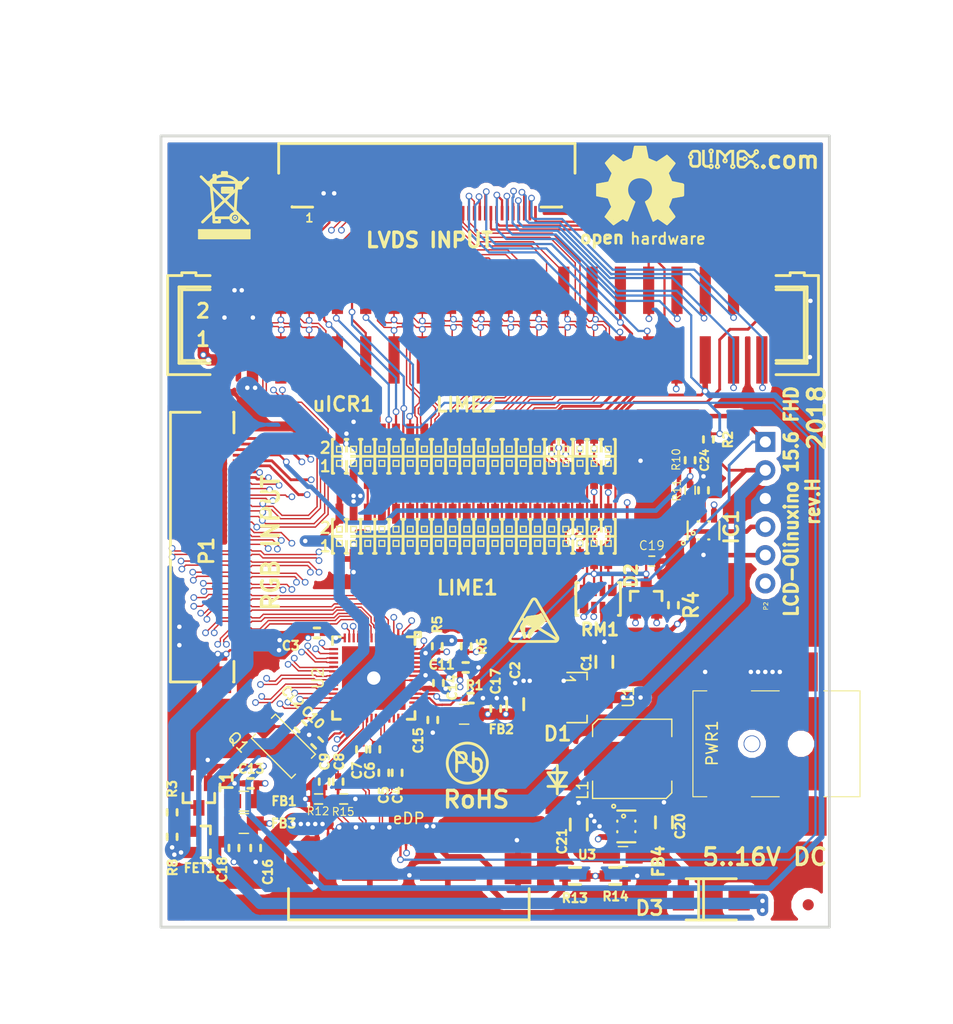
<source format=kicad_pcb>
(kicad_pcb (version 20171130) (host pcbnew 6.0.0-rc1-unknown-01c5bdf~65~ubuntu18.04.1)
  (layers (0 F.Cu signal) (1 In1.Cu power) (2 In2.Cu signal) (31 B.Cu mixed) (35 F.Paste user) (37 F.SilkS user) (38 B.Mask user) (39 F.Mask user) (44 Edge.Cuts user))
  (net 0 "")
  (net 1 GND)
  (net 2 +3V3)
  (net 3 +1V2)
  (net 4 /EDP_LANE1_N)
  (net 5 /EDP_LANE1_P)
  (net 6 /EDP_LANE0_N)
  (net 7 /EDP_LANE0_P)
  (net 8 /EDP_AUX_N)
  (net 9 /EDP_AUX_P)
  (net 10 "Net-(C10-Pad1)")
  (net 11 "Net-(C12-Pad1)")
  (net 12 "Net-(C13-Pad1)")
  (net 13 "Net-(C15-Pad1)")
  (net 14 "Net-(C16-Pad1)")
  (net 15 /VLEDS)
  (net 16 "Net-(D1-Pad2)")
  (net 17 "Net-(eDP1-Pad30)")
  (net 18 "Net-(eDP1-Pad29)")
  (net 19 "Net-(eDP1-Pad28)")
  (net 20 "Net-(eDP1-Pad27)")
  (net 21 "Net-(eDP1-Pad26)")
  (net 22 "Net-(eDP1-Pad25)")
  (net 23 /LCD_BKL)
  (net 24 /VLED_EN)
  (net 25 "Net-(FET1-Pad1)")
  (net 26 VDD)
  (net 27 /SDA)
  (net 28 /SCL)
  (net 29 /RES)
  (net 30 /TWI_SCL)
  (net 31 /TWI_SDA)
  (net 32 /CTP_INT)
  (net 33 /NCS_RES)
  (net 34 /LCD_PWRE)
  (net 35 /GPIO0)
  (net 36 /GPIO1)
  (net 37 /DCR_EN)
  (net 38 /IMG_EN)
  (net 39 /CLK_EDIE)
  (net 40 /DAT_EDID)
  (net 41 /LVDIOC_P)
  (net 42 /LVDIOC_N)
  (net 43 /LVDIO2_P)
  (net 44 /LVDIO2_N)
  (net 45 /LVDIO1_P)
  (net 46 /LVDIO1_N)
  (net 47 /LVDIO0_P)
  (net 48 /LVDIO0_N)
  (net 49 /+3.3V)
  (net 50 /LVDIEC_N)
  (net 51 /LVDIEC_P)
  (net 52 /LVDIE3_N)
  (net 53 /LVDIE3_P)
  (net 54 /D21)
  (net 55 /D20)
  (net 56 /VPWM_EN)
  (net 57 /LVDIO3_N)
  (net 58 /LVDIO3_P)
  (net 59 /LVDIE0_N)
  (net 60 /LVDIE0_P)
  (net 61 /LVDIE1_N)
  (net 62 /LVDIE1_P)
  (net 63 /LVDIE2_N)
  (net 64 /LVDIE2_P)
  (net 65 "Net-(P2-Pad6)")
  (net 66 "Net-(R1-Pad2)")
  (net 67 "Net-(R3-Pad1)")
  (net 68 "Net-(R13-Pad2)")
  (net 69 "Net-(U2-Pad48)")
  (net 70 "Net-(U2-Pad44)")
  (net 71 "Net-(U2-Pad42)")
  (net 72 "Net-(U2-Pad41)")
  (net 73 "Net-(U2-Pad40)")
  (net 74 "Net-(U2-Pad39)")
  (net 75 "Net-(eDP1-Pad18)")
  (net 76 "Net-(eDP1-Pad17)")
  (net 77 "Net-(eDP1-Pad16)")
  (net 78 "Net-(eDP1-Pad24)")
  (net 79 "Net-(eDP1-Pad23)")
  (net 80 "Net-(P1-Pad1)")
  (net 81 /IRES)
  (net 82 /VSINK)
  (net 83 /HSYNC)
  (net 84 /LCD_DE)
  (net 85 /LCD_CLK)
  (net 86 /LCD_B3)
  (net 87 /LCD_B2)
  (net 88 /LCD_B1)
  (net 89 /LCD_B0)
  (net 90 /DP1_P)
  (net 91 /DP1_N)
  (net 92 /DPO_P)
  (net 93 /DPO_N)
  (net 94 /DPA_N)
  (net 95 /DPA_P)
  (net 96 /HPD)
  (net 97 "Net-(P1-Pad38)")
  (net 98 +5V)
  (net 99 "Net-(eDP1-Pad13)")
  (net 100 /PIC_RES)
  (module OLIMEX_Connectors-FP:eDP-TERES (layer F.Cu) (at 77.25 95.85)
    (fp_text reference eDP1 hide)
    (fp_text value LCD_CONN)
    (fp_text user eDP (at 0 -3.1) (layer F.SilkS))
    (pad 0 smd rect (at 3.5 2) (size 5 1) (layers F.Cu F.Paste F.Mask) (net 1 GND))
    (pad 0 smd rect (at -3.5 2) (size 5 1) (layers F.Cu F.Paste F.Mask) (net 1 GND))
    (pad 0 smd rect (at -8.25 -1.25) (size 0.4 1.2) (layers F.Cu F.Paste F.Mask) (net 1 GND))
    (pad 0 smd rect (at 8.25 -1.25) (size 0.4 1.2) (layers F.Cu F.Paste F.Mask) (net 1 GND))
    (pad 0 smd rect (at 9.8 1.4) (size 2.4 2.8) (layers F.Cu F.Paste F.Mask) (net 1 GND))
    (pad 0 smd rect (at -9.8 1.4) (size 2.4 2.8) (layers F.Cu F.Paste F.Mask) (net 1 GND))
    (pad 30 smd rect (at 7.25 -1.25) (size 0.25 1.2) (layers F.Cu F.Paste F.Mask) (net 17 "Net-(eDP1-Pad30)"))
    (pad 29 smd rect (at 6.75 -1.25) (size 0.25 1.2) (layers F.Cu F.Paste F.Mask) (net 18 "Net-(eDP1-Pad29)"))
    (pad 28 smd rect (at 6.25 -1.25) (size 0.25 1.2) (layers F.Cu F.Paste F.Mask) (net 19 "Net-(eDP1-Pad28)"))
    (pad 27 smd rect (at 5.75 -1.25) (size 0.25 1.2) (layers F.Cu F.Paste F.Mask) (net 20 "Net-(eDP1-Pad27)"))
    (pad 26 smd rect (at 5.25 -1.25) (size 0.25 1.2) (layers F.Cu F.Paste F.Mask) (net 21 "Net-(eDP1-Pad26)"))
    (pad 25 smd rect (at 4.75 -1.25) (size 0.25 1.2) (layers F.Cu F.Paste F.Mask) (net 22 "Net-(eDP1-Pad25)"))
    (pad 24 smd rect (at 4.25 -1.25) (size 0.25 1.2) (layers F.Cu F.Paste F.Mask) (net 78 "Net-(eDP1-Pad24)"))
    (pad 23 smd rect (at 3.75 -1.25) (size 0.25 1.2) (layers F.Cu F.Paste F.Mask) (net 79 "Net-(eDP1-Pad23)"))
    (pad 22 smd rect (at 3.25 -1.25) (size 0.25 1.2) (layers F.Cu F.Paste F.Mask) (net 15 /VLEDS))
    (pad 21 smd rect (at 2.75 -1.25) (size 0.25 1.2) (layers F.Cu F.Paste F.Mask) (net 15 /VLEDS))
    (pad 20 smd rect (at 2.25 -1.25) (size 0.25 1.2) (layers F.Cu F.Paste F.Mask) (net 1 GND))
    (pad 19 smd rect (at 1.75 -1.25) (size 0.25 1.2) (layers F.Cu F.Paste F.Mask) (net 1 GND))
    (pad 18 smd rect (at 1.25 -1.25) (size 0.25 1.2) (layers F.Cu F.Paste F.Mask) (net 75 "Net-(eDP1-Pad18)"))
    (pad 17 smd rect (at 0.75 -1.25) (size 0.25 1.2) (layers F.Cu F.Paste F.Mask) (net 76 "Net-(eDP1-Pad17)"))
    (pad 16 smd rect (at 0.25 -1.25) (size 0.25 1.2) (layers F.Cu F.Paste F.Mask) (net 77 "Net-(eDP1-Pad16)"))
    (pad 15 smd rect (at -0.25 -1.25) (size 0.25 1.2) (layers F.Cu F.Paste F.Mask) (net 23 /LCD_BKL))
    (pad 14 smd rect (at -0.75 -1.25) (size 0.25 1.2) (layers F.Cu F.Paste F.Mask) (net 24 /VLED_EN))
    (pad 13 smd rect (at -1.25 -1.25) (size 0.25 1.2) (layers F.Cu F.Paste F.Mask) (net 99 "Net-(eDP1-Pad13)"))
    (pad 12 smd rect (at -1.75 -1.25) (size 0.25 1.2) (layers F.Cu F.Paste F.Mask) (net 1 GND))
    (pad 11 smd rect (at -2.25 -1.25) (size 0.25 1.2) (layers F.Cu F.Paste F.Mask) (net 4 /EDP_LANE1_N))
    (pad 10 smd rect (at -2.75 -1.25) (size 0.25 1.2) (layers F.Cu F.Paste F.Mask) (net 5 /EDP_LANE1_P))
    (pad 9 smd rect (at -3.25 -1.25) (size 0.25 1.2) (layers F.Cu F.Paste F.Mask) (net 1 GND))
    (pad 8 smd rect (at -3.75 -1.25) (size 0.25 1.2) (layers F.Cu F.Paste F.Mask) (net 6 /EDP_LANE0_N))
    (pad 7 smd rect (at -4.25 -1.25) (size 0.25 1.2) (layers F.Cu F.Paste F.Mask) (net 7 /EDP_LANE0_P))
    (pad 6 smd rect (at -4.75 -1.25) (size 0.25 1.2) (layers F.Cu F.Paste F.Mask) (net 1 GND))
    (pad 5 smd rect (at -5.25 -1.25) (size 0.25 1.2) (layers F.Cu F.Paste F.Mask) (net 8 /EDP_AUX_N))
    (pad 4 smd rect (at -5.75 -1.25) (size 0.25 1.2) (layers F.Cu F.Paste F.Mask) (net 9 /EDP_AUX_P))
    (pad 3 smd rect (at -6.25 -1.25) (size 0.25 1.2) (layers F.Cu F.Paste F.Mask) (net 1 GND))
    (pad 2 smd rect (at -6.75 -1.25) (size 0.25 1.2) (layers F.Cu F.Paste F.Mask) (net 2 +3V3))
    (pad 1 smd rect (at -7.25 -1.25) (size 0.25 1.2) (layers F.Cu F.Paste F.Mask) (net 2 +3V3))
  )
  (module "OLIMEX_Connectors-FP:GPH127SMT-02X20(PA-V16X-2X20-LF)" (layer F.Cu) (at 83.085 67.432)
    (fp_text reference LIME1 (at -0.585 4.618 180) (layer F.SilkS) (effects (font (size 1.27 1.27) (thickness 0.254))))
    (fp_text value ML40-GPH127SMT-0X20)
    (fp_text user 2 (at -13.335 -0.762) (layer F.SilkS) (effects (font (thickness 0.2))))
    (fp_text user 1 (at -13.335 0.889) (layer F.SilkS) (effects (font (thickness 0.2))))
    (pad "" np_thru_hole circle (at 11.43 0 90) (size 0.7 0.7) (drill 0.7) (layers *.Cu *.Mask))
    (pad 40 smd rect (at 12.065 -2.032 90) (size 1.8 0.7) (layers F.Cu F.Paste F.Mask) (net 30 /TWI_SCL))
    (pad 39 smd rect (at 12.065 2.032 90) (size 1.8 0.7) (layers F.Cu F.Paste F.Mask) (net 31 /TWI_SDA))
    (pad 38 smd rect (at 10.795 -2.032 90) (size 1.8 0.7) (layers F.Cu F.Paste F.Mask) (net 32 /CTP_INT))
    (pad 37 smd rect (at 10.795 2.032 90) (size 1.8 0.7) (layers F.Cu F.Paste F.Mask) (net 33 /NCS_RES))
    (pad 36 smd rect (at 9.525 -2.032 90) (size 1.8 0.7) (layers F.Cu F.Paste F.Mask) (net 34 /LCD_PWRE))
    (pad 35 smd rect (at 9.525 2.032 90) (size 1.8 0.7) (layers F.Cu F.Paste F.Mask) (net 23 /LCD_BKL))
    (pad 34 smd rect (at 8.255 -2.032 90) (size 1.8 0.7) (layers F.Cu F.Paste F.Mask) (net 35 /GPIO0))
    (pad 33 smd rect (at 8.255 2.032 90) (size 1.8 0.7) (layers F.Cu F.Paste F.Mask) (net 36 /GPIO1))
    (pad 32 smd rect (at 6.985 -2.032 270) (size 1.8 0.7) (layers F.Cu F.Paste F.Mask) (net 37 /DCR_EN))
    (pad 31 smd rect (at 6.985 2.032 270) (size 1.8 0.7) (layers F.Cu F.Paste F.Mask) (net 38 /IMG_EN))
    (pad 30 smd rect (at 5.715 -2.032 270) (size 1.8 0.7) (layers F.Cu F.Paste F.Mask) (net 39 /CLK_EDIE))
    (pad 29 smd rect (at 5.715 2.032 270) (size 1.8 0.7) (layers F.Cu F.Paste F.Mask) (net 40 /DAT_EDID))
    (pad 28 smd rect (at 4.445 -2.032 270) (size 1.8 0.7) (layers F.Cu F.Paste F.Mask) (net 41 /LVDIOC_P))
    (pad 27 smd rect (at 4.445 2.032 270) (size 1.8 0.7) (layers F.Cu F.Paste F.Mask) (net 42 /LVDIOC_N))
    (pad 26 smd rect (at 3.175 -2.032 270) (size 1.8 0.7) (layers F.Cu F.Paste F.Mask) (net 43 /LVDIO2_P))
    (pad 25 smd rect (at 3.175 2.032 270) (size 1.8 0.7) (layers F.Cu F.Paste F.Mask) (net 44 /LVDIO2_N))
    (pad 24 smd rect (at 1.905 -2.032 270) (size 1.8 0.7) (layers F.Cu F.Paste F.Mask) (net 45 /LVDIO1_P))
    (pad 23 smd rect (at 1.905 2.032 270) (size 1.8 0.7) (layers F.Cu F.Paste F.Mask) (net 46 /LVDIO1_N))
    (pad 22 smd rect (at 0.635 -2.032 270) (size 1.8 0.7) (layers F.Cu F.Paste F.Mask) (net 47 /LVDIO0_P))
    (pad 21 smd rect (at 0.635 2.032 270) (size 1.8 0.7) (layers F.Cu F.Paste F.Mask) (net 48 /LVDIO0_N))
    (pad 1 smd rect (at -12.065 2.032 270) (size 1.8 0.7) (layers F.Cu F.Paste F.Mask) (net 1 GND))
    (pad 2 smd rect (at -12.065 -2.032 270) (size 1.8 0.7) (layers F.Cu F.Paste F.Mask) (net 98 +5V))
    (pad 3 smd rect (at -10.795 2.032 270) (size 1.8 0.7) (layers F.Cu F.Paste F.Mask) (net 1 GND))
    (pad 4 smd rect (at -10.795 -2.032 270) (size 1.8 0.7) (layers F.Cu F.Paste F.Mask) (net 49 /+3.3V))
    (pad 5 smd rect (at -9.525 2.032 270) (size 1.8 0.7) (layers F.Cu F.Paste F.Mask) (net 50 /LVDIEC_N))
    (pad 6 smd rect (at -9.525 -2.032 270) (size 1.8 0.7) (layers F.Cu F.Paste F.Mask) (net 51 /LVDIEC_P))
    (pad 7 smd rect (at -8.255 2.032 270) (size 1.8 0.7) (layers F.Cu F.Paste F.Mask) (net 52 /LVDIE3_N))
    (pad 8 smd rect (at -8.255 -2.032 270) (size 1.8 0.7) (layers F.Cu F.Paste F.Mask) (net 53 /LVDIE3_P))
    (pad 9 smd rect (at -6.985 2.032 270) (size 1.8 0.7) (layers F.Cu F.Paste F.Mask) (net 54 /D21))
    (pad 10 smd rect (at -6.985 -2.032 270) (size 1.8 0.7) (layers F.Cu F.Paste F.Mask) (net 55 /D20))
    (pad 11 smd rect (at -5.715 2.032 270) (size 1.8 0.7) (layers F.Cu F.Paste F.Mask) (net 56 /VPWM_EN))
    (pad 12 smd rect (at -5.715 -2.032 270) (size 1.8 0.7) (layers F.Cu F.Paste F.Mask) (net 24 /VLED_EN))
    (pad 13 smd rect (at -4.445 2.032 90) (size 1.8 0.7) (layers F.Cu F.Paste F.Mask) (net 57 /LVDIO3_N))
    (pad 14 smd rect (at -4.445 -2.032 90) (size 1.8 0.7) (layers F.Cu F.Paste F.Mask) (net 58 /LVDIO3_P))
    (pad 15 smd rect (at -3.175 2.032 90) (size 1.8 0.7) (layers F.Cu F.Paste F.Mask) (net 59 /LVDIE0_N))
    (pad 16 smd rect (at -3.175 -2.032 90) (size 1.8 0.7) (layers F.Cu F.Paste F.Mask) (net 60 /LVDIE0_P))
    (pad 17 smd rect (at -1.905 2.032 90) (size 1.8 0.7) (layers F.Cu F.Paste F.Mask) (net 61 /LVDIE1_N))
    (pad 18 smd rect (at -1.905 -2.032 90) (size 1.8 0.7) (layers F.Cu F.Paste F.Mask) (net 62 /LVDIE1_P))
    (pad 19 smd rect (at -0.635 2.032 90) (size 1.8 0.7) (layers F.Cu F.Paste F.Mask) (net 63 /LVDIE2_N))
    (pad 20 smd rect (at -0.635 -2.032 90) (size 1.8 0.7) (layers F.Cu F.Paste F.Mask) (net 64 /LVDIE2_P))
    (pad "" np_thru_hole circle (at -11.43 0 90) (size 0.7 0.7) (drill 0.7) (layers *.Cu *.Mask))
  )
  (module OLIMEX_LOGOs-FP:LOGO_RECYCLEBIN_1 (layer F.Cu) (at 58.35 40.75)
    (fp_text reference "" hide)
    (fp_text value "" hide)
  )
  (module OLIMEX_LOGOs-FP:LOGO_PBFREE (layer F.Cu) (at 82.7 88.1)
    (fp_text reference "")
    (fp_text value "")
    (fp_text user Pb (at -0.08636 -0.33528) (layer F.SilkS) (effects (font (size 1.7 1.5) (thickness 0.254))))
  )
  (module OLIMEX_LOGOs-FP:LOGO_ANTISTATIC_SMALL_4.5mmX2.8mm (layer F.Cu) (at 88.5 74.95)
    (fp_text reference Ref**)
    (fp_text value Val**)
  )
  (module OLIMEX_LOGOs-FP:LOGO_OLIMEX_80 (layer F.Cu) (at 105.5 33.55)
    (fp_text reference "" hide)
    (fp_text value "" hide)
  )
  (module OLIMEX_LOGOs-FP:LOGO_OPENHARDWARE_8x8 (layer F.Cu) (at 98 36.45)
    (fp_text reference "" hide)
    (fp_text value "" hide)
    (fp_text user open (at -3.40106 4.17576) (layer F.SilkS) (effects (font (size 1.1 1.1) (thickness 0.254))))
    (fp_text user hardware (at 2.51206 4.2672) (layer F.SilkS) (effects (font (thickness 0.18))))
  )
  (module OLIMEX_Other-FP:Fiducial1x3_transp (layer F.Cu) (at 113.1 100.5)
    (fp_text reference "" (at 0 3) (layer F.SilkS))
    (fp_text value "")
    (pad Fid1 connect circle (at 0 0) (size 1 1) (layers F.Cu F.Mask) (clearance 1.016))
  )
  (module OLIMEX_Other-FP:Fiducial1x3_transp (layer F.Cu) (at 57.4 100.15)
    (fp_text reference "" (at 0 3) (layer F.SilkS))
    (fp_text value "")
    (pad Fid1 connect circle (at 0 0) (size 1 1) (layers F.Cu F.Mask) (clearance 1.016))
  )
  (module OLIMEX_Other-FP:Fiducial1x3_transp (layer F.Cu) (at 110.95 48.5)
    (fp_text reference "" (at 0 3) (layer F.SilkS))
    (fp_text value "")
    (pad Fid1 connect circle (at 0 0) (size 1 1) (layers F.Cu F.Mask) (clearance 1.016))
  )
  (module OLIMEX_Other-FP:Fiducial1x3_transp (layer F.Cu) (at 56.9 54.55)
    (fp_text reference "" (at 0 3) (layer F.SilkS))
    (fp_text value "")
    (pad Fid1 connect circle (at 0 0) (size 1 1) (layers F.Cu F.Mask) (clearance 1.016))
  )
  (module "OLIMEX_Connectors-FP:GPH127SMT-02X20(PA-V16X-2X20-LF)" (layer F.Cu) (at 83.085 60.25)
    (fp_text reference LIME2 (at -0.685 -4.625 180) (layer F.SilkS) (effects (font (size 1.27 1.27) (thickness 0.254))))
    (fp_text value ML40-GPH127SMT-0X20)
    (fp_text user 1 (at -13.335 0.889) (layer F.SilkS) (effects (font (thickness 0.2))))
    (fp_text user 2 (at -13.335 -0.762) (layer F.SilkS) (effects (font (thickness 0.2))))
    (pad "" np_thru_hole circle (at -11.43 0 90) (size 0.7 0.7) (drill 0.7) (layers *.Cu *.Mask))
    (pad 20 smd rect (at -0.635 -2.032 90) (size 1.8 0.7) (layers F.Cu F.Paste F.Mask) (net 63 /LVDIE2_N))
    (pad 19 smd rect (at -0.635 2.032 90) (size 1.8 0.7) (layers F.Cu F.Paste F.Mask) (net 64 /LVDIE2_P))
    (pad 18 smd rect (at -1.905 -2.032 90) (size 1.8 0.7) (layers F.Cu F.Paste F.Mask) (net 61 /LVDIE1_N))
    (pad 17 smd rect (at -1.905 2.032 90) (size 1.8 0.7) (layers F.Cu F.Paste F.Mask) (net 62 /LVDIE1_P))
    (pad 16 smd rect (at -3.175 -2.032 90) (size 1.8 0.7) (layers F.Cu F.Paste F.Mask) (net 59 /LVDIE0_N))
    (pad 15 smd rect (at -3.175 2.032 90) (size 1.8 0.7) (layers F.Cu F.Paste F.Mask) (net 60 /LVDIE0_P))
    (pad 14 smd rect (at -4.445 -2.032 90) (size 1.8 0.7) (layers F.Cu F.Paste F.Mask) (net 57 /LVDIO3_N))
    (pad 13 smd rect (at -4.445 2.032 90) (size 1.8 0.7) (layers F.Cu F.Paste F.Mask) (net 58 /LVDIO3_P))
    (pad 12 smd rect (at -5.715 -2.032 270) (size 1.8 0.7) (layers F.Cu F.Paste F.Mask) (net 56 /VPWM_EN))
    (pad 11 smd rect (at -5.715 2.032 270) (size 1.8 0.7) (layers F.Cu F.Paste F.Mask) (net 24 /VLED_EN))
    (pad 10 smd rect (at -6.985 -2.032 270) (size 1.8 0.7) (layers F.Cu F.Paste F.Mask) (net 54 /D21))
    (pad 9 smd rect (at -6.985 2.032 270) (size 1.8 0.7) (layers F.Cu F.Paste F.Mask) (net 55 /D20))
    (pad 8 smd rect (at -8.255 -2.032 270) (size 1.8 0.7) (layers F.Cu F.Paste F.Mask) (net 52 /LVDIE3_N))
    (pad 7 smd rect (at -8.255 2.032 270) (size 1.8 0.7) (layers F.Cu F.Paste F.Mask) (net 53 /LVDIE3_P))
    (pad 6 smd rect (at -9.525 -2.032 270) (size 1.8 0.7) (layers F.Cu F.Paste F.Mask) (net 50 /LVDIEC_N))
    (pad 5 smd rect (at -9.525 2.032 270) (size 1.8 0.7) (layers F.Cu F.Paste F.Mask) (net 51 /LVDIEC_P))
    (pad 4 smd rect (at -10.795 -2.032 270) (size 1.8 0.7) (layers F.Cu F.Paste F.Mask) (net 1 GND))
    (pad 3 smd rect (at -10.795 2.032 270) (size 1.8 0.7) (layers F.Cu F.Paste F.Mask) (net 49 /+3.3V))
    (pad 2 smd rect (at -12.065 -2.032 270) (size 1.8 0.7) (layers F.Cu F.Paste F.Mask) (net 1 GND))
    (pad 1 smd rect (at -12.065 2.032 270) (size 1.8 0.7) (layers F.Cu F.Paste F.Mask) (net 98 +5V))
    (pad 21 smd rect (at 0.635 2.032 270) (size 1.8 0.7) (layers F.Cu F.Paste F.Mask) (net 47 /LVDIO0_P))
    (pad 22 smd rect (at 0.635 -2.032 270) (size 1.8 0.7) (layers F.Cu F.Paste F.Mask) (net 48 /LVDIO0_N))
    (pad 23 smd rect (at 1.905 2.032 270) (size 1.8 0.7) (layers F.Cu F.Paste F.Mask) (net 45 /LVDIO1_P))
    (pad 24 smd rect (at 1.905 -2.032 270) (size 1.8 0.7) (layers F.Cu F.Paste F.Mask) (net 46 /LVDIO1_N))
    (pad 25 smd rect (at 3.175 2.032 270) (size 1.8 0.7) (layers F.Cu F.Paste F.Mask) (net 43 /LVDIO2_P))
    (pad 26 smd rect (at 3.175 -2.032 270) (size 1.8 0.7) (layers F.Cu F.Paste F.Mask) (net 44 /LVDIO2_N))
    (pad 27 smd rect (at 4.445 2.032 270) (size 1.8 0.7) (layers F.Cu F.Paste F.Mask) (net 41 /LVDIOC_P))
    (pad 28 smd rect (at 4.445 -2.032 270) (size 1.8 0.7) (layers F.Cu F.Paste F.Mask) (net 42 /LVDIOC_N))
    (pad 29 smd rect (at 5.715 2.032 270) (size 1.8 0.7) (layers F.Cu F.Paste F.Mask) (net 39 /CLK_EDIE))
    (pad 30 smd rect (at 5.715 -2.032 270) (size 1.8 0.7) (layers F.Cu F.Paste F.Mask) (net 40 /DAT_EDID))
    (pad 31 smd rect (at 6.985 2.032 270) (size 1.8 0.7) (layers F.Cu F.Paste F.Mask) (net 37 /DCR_EN))
    (pad 32 smd rect (at 6.985 -2.032 270) (size 1.8 0.7) (layers F.Cu F.Paste F.Mask) (net 38 /IMG_EN))
    (pad 33 smd rect (at 8.255 2.032 90) (size 1.8 0.7) (layers F.Cu F.Paste F.Mask) (net 35 /GPIO0))
    (pad 34 smd rect (at 8.255 -2.032 90) (size 1.8 0.7) (layers F.Cu F.Paste F.Mask) (net 36 /GPIO1))
    (pad 35 smd rect (at 9.525 2.032 90) (size 1.8 0.7) (layers F.Cu F.Paste F.Mask) (net 34 /LCD_PWRE))
    (pad 36 smd rect (at 9.525 -2.032 90) (size 1.8 0.7) (layers F.Cu F.Paste F.Mask) (net 23 /LCD_BKL))
    (pad 37 smd rect (at 10.795 2.032 90) (size 1.8 0.7) (layers F.Cu F.Paste F.Mask) (net 32 /CTP_INT))
    (pad 38 smd rect (at 10.795 -2.032 90) (size 1.8 0.7) (layers F.Cu F.Paste F.Mask) (net 33 /NCS_RES))
    (pad 39 smd rect (at 12.065 2.032 90) (size 1.8 0.7) (layers F.Cu F.Paste F.Mask) (net 30 /TWI_SCL))
    (pad 40 smd rect (at 12.065 -2.032 90) (size 1.8 0.7) (layers F.Cu F.Paste F.Mask) (net 31 /TWI_SDA))
    (pad "" np_thru_hole circle (at 11.43 0 90) (size 0.7 0.7) (drill 0.7) (layers *.Cu *.Mask))
  )
  (module OLIMEX_Connectors-FP:ICSP (layer F.Cu) (at 109.25 65.31 270)
    (fp_text reference P2 (at 8.379999 -0.05 270) (layer F.SilkS) (effects (font (size 0.381 0.381) (thickness 0.0635))))
    (fp_text value ICSP hide)
    (pad 6 thru_hole circle (at 6.35 0 270) (size 1.8 1.8) (drill 1) (layers *.Cu *.Mask) (net 65 "Net-(P2-Pad6)"))
    (pad 5 thru_hole circle (at 3.81 0) (size 1.8 1.8) (drill 1) (layers *.Cu *.Mask) (net 28 /SCL))
    (pad 4 thru_hole circle (at 1.27 0) (size 1.8 1.8) (drill 1) (layers *.Cu *.Mask) (net 27 /SDA))
    (pad 3 thru_hole circle (at -1.27 0) (size 1.8 1.8) (drill 1) (layers *.Cu *.Mask) (net 1 GND))
    (pad 2 thru_hole circle (at -3.81 0) (size 1.8 1.8) (drill 1) (layers *.Cu *.Mask) (net 2 +3V3))
    (pad 1 thru_hole rect (at -6.35 0) (size 1.8 1.8) (drill 1) (layers *.Cu *.Mask) (net 96 /HPD))
  )
  (module OLIMEX_RLC-FP:C_0603_5MIL_DWS (layer F.Cu) (at 94.8 78.7 90)
    (fp_text reference C1 (at -0.05 -1.6 90) (layer F.SilkS) (effects (font (size 0.8 0.8) (thickness 0.2))))
    (fp_text value 1uF)
    (pad 2 smd rect (at 0.889 0 90) (size 1.016 1.016) (layers F.Cu F.Paste F.Mask) (net 1 GND) (clearance 0.0508))
    (pad 1 smd rect (at -0.889 0 90) (size 1.016 1.016) (layers F.Cu F.Paste F.Mask) (net 2 +3V3) (clearance 0.0508))
  )
  (module OLIMEX_RLC-FP:C_0603_5MIL_DWS (layer F.Cu) (at 86.8 82.5 90)
    (fp_text reference C2 (at 3.05 0 90) (layer F.SilkS) (effects (font (size 0.8 0.8) (thickness 0.2))))
    (fp_text value 1uF)
    (pad 2 smd rect (at 0.889 0 90) (size 1.016 1.016) (layers F.Cu F.Paste F.Mask) (net 1 GND) (clearance 0.0508))
    (pad 1 smd rect (at -0.889 0 90) (size 1.016 1.016) (layers F.Cu F.Paste F.Mask) (net 3 +1V2) (clearance 0.0508))
  )
  (module OLIMEX_RLC-FP:C_0402_5MIL_DWS (layer F.Cu) (at 69 76.1 180)
    (fp_text reference C3 (at 2.35 -1.15 180) (layer F.SilkS) (effects (font (size 0.8 0.8) (thickness 0.2))))
    (fp_text value 100nF)
    (pad 2 smd rect (at 0.508 0 180) (size 0.5 0.55) (layers F.Cu F.Paste F.Mask) (net 1 GND))
    (pad 1 smd rect (at -0.508 0) (size 0.5 0.55) (layers F.Cu F.Paste F.Mask) (net 49 /+3.3V))
  )
  (module OLIMEX_RLC-FP:C_0402_5MIL_DWS (layer F.Cu) (at 76.2 88.65 270)
    (fp_text reference C4 (at 2 -0.05 270) (layer F.SilkS) (effects (font (size 0.8 0.8) (thickness 0.2))))
    (fp_text value 100nF)
    (pad 1 smd rect (at -0.508 0 90) (size 0.5 0.55) (layers F.Cu F.Paste F.Mask) (net 90 /DP1_P))
    (pad 2 smd rect (at 0.508 0 270) (size 0.5 0.55) (layers F.Cu F.Paste F.Mask) (net 4 /EDP_LANE1_N))
  )
  (module OLIMEX_RLC-FP:C_0402_5MIL_DWS (layer F.Cu) (at 75 88.65 270)
    (fp_text reference C5 (at 2 0 270) (layer F.SilkS) (effects (font (size 0.8 0.8) (thickness 0.2))))
    (fp_text value 100nF)
    (pad 2 smd rect (at 0.508 0 270) (size 0.5 0.55) (layers F.Cu F.Paste F.Mask) (net 5 /EDP_LANE1_P))
    (pad 1 smd rect (at -0.508 0 90) (size 0.5 0.55) (layers F.Cu F.Paste F.Mask) (net 91 /DP1_N))
  )
  (module OLIMEX_RLC-FP:C_0402_5MIL_DWS (layer F.Cu) (at 74.2 86.55 270)
    (fp_text reference C6 (at 1.9 0.45 270) (layer F.SilkS) (effects (font (size 0.8 0.8) (thickness 0.2))))
    (fp_text value 100nF)
    (pad 1 smd rect (at -0.508 0 90) (size 0.5 0.55) (layers F.Cu F.Paste F.Mask) (net 92 /DPO_P))
    (pad 2 smd rect (at 0.508 0 270) (size 0.5 0.55) (layers F.Cu F.Paste F.Mask) (net 6 /EDP_LANE0_N))
  )
  (module OLIMEX_RLC-FP:C_0402_5MIL_DWS (layer F.Cu) (at 73 86.55 270)
    (fp_text reference C7 (at 1.9 0.4 270) (layer F.SilkS) (effects (font (size 0.8 0.8) (thickness 0.2))))
    (fp_text value 100nF)
    (pad 2 smd rect (at 0.508 0 270) (size 0.5 0.55) (layers F.Cu F.Paste F.Mask) (net 7 /EDP_LANE0_P))
    (pad 1 smd rect (at -0.508 0 90) (size 0.5 0.55) (layers F.Cu F.Paste F.Mask) (net 93 /DPO_N))
  )
  (module OLIMEX_RLC-FP:C_0402_5MIL_DWS (layer F.Cu) (at 70.9 89.45 270)
    (fp_text reference C8 (at -1.8 -0.1 270) (layer F.SilkS) (effects (font (size 0.8 0.8) (thickness 0.2))))
    (fp_text value 100nF)
    (pad 1 smd rect (at -0.508 0 90) (size 0.5 0.55) (layers F.Cu F.Paste F.Mask) (net 94 /DPA_N))
    (pad 2 smd rect (at 0.508 0 270) (size 0.5 0.55) (layers F.Cu F.Paste F.Mask) (net 8 /EDP_AUX_N))
  )
  (module OLIMEX_RLC-FP:C_0402_5MIL_DWS (layer F.Cu) (at 69.65 89.45 270)
    (fp_text reference C9 (at -1.8 -0.05 270) (layer F.SilkS) (effects (font (size 0.8 0.8) (thickness 0.2))))
    (fp_text value 100nF)
    (pad 2 smd rect (at 0.508 0 270) (size 0.5 0.55) (layers F.Cu F.Paste F.Mask) (net 9 /EDP_AUX_P))
    (pad 1 smd rect (at -0.508 0 90) (size 0.5 0.55) (layers F.Cu F.Paste F.Mask) (net 95 /DPA_P))
  )
  (module OLIMEX_RLC-FP:C_0402_5MIL_DWS (layer F.Cu) (at 69.02173 85.97112 135)
    (fp_text reference C10 (at 1.892 1.35 135) (layer F.SilkS) (effects (font (size 0.8 0.8) (thickness 0.2))))
    (fp_text value 33pF)
    (pad 1 smd rect (at -0.508 0 315) (size 0.5 0.55) (layers F.Cu F.Paste F.Mask) (net 10 "Net-(C10-Pad1)"))
    (pad 2 smd rect (at 0.508 0 135) (size 0.5 0.55) (layers F.Cu F.Paste F.Mask) (net 1 GND))
  )
  (module OLIMEX_RLC-FP:C_0402_5MIL_DWS (layer F.Cu) (at 82.35 79.2)
    (fp_text reference C11 (at -2.15 -0.25) (layer F.SilkS) (effects (font (size 0.8 0.8) (thickness 0.2))))
    (fp_text value 100nF)
    (pad 2 smd rect (at 0.508 0) (size 0.5 0.55) (layers F.Cu F.Paste F.Mask) (net 1 GND))
    (pad 1 smd rect (at -0.508 0 180) (size 0.5 0.55) (layers F.Cu F.Paste F.Mask) (net 3 +1V2))
  )
  (module OLIMEX_RLC-FP:C_0402_5MIL_DWS (layer F.Cu) (at 67.542462 84.491852 315)
    (fp_text reference C12 (at -2.4 -1.35 315) (layer F.SilkS) (effects (font (size 0.8 0.8) (thickness 0.2))))
    (fp_text value 33pF)
    (pad 2 smd rect (at 0.508 0 315) (size 0.5 0.55) (layers F.Cu F.Paste F.Mask) (net 1 GND))
    (pad 1 smd rect (at -0.508 0 135) (size 0.5 0.55) (layers F.Cu F.Paste F.Mask) (net 11 "Net-(C12-Pad1)"))
  )
  (module OLIMEX_RLC-FP:C_0402_5MIL_DWS (layer F.Cu) (at 63.05 89.6 180)
    (fp_text reference C13 (at -0.05 1.3 180) (layer F.SilkS) (effects (font (size 0.8 0.8) (thickness 0.2))))
    (fp_text value 100nF)
    (pad 1 smd rect (at -0.508 0) (size 0.5 0.55) (layers F.Cu F.Paste F.Mask) (net 12 "Net-(C13-Pad1)"))
    (pad 2 smd rect (at 0.508 0 180) (size 0.5 0.55) (layers F.Cu F.Paste F.Mask) (net 1 GND))
  )
  (module OLIMEX_RLC-FP:C_0402_5MIL_DWS (layer F.Cu) (at 79.9 80.6 90)
    (fp_text reference C14 (at -0.4 1.25 90) (layer F.SilkS) (effects (font (size 0.8 0.8) (thickness 0.2))))
    (fp_text value 100nF)
    (pad 1 smd rect (at -0.508 0 270) (size 0.5 0.55) (layers F.Cu F.Paste F.Mask) (net 2 +3V3))
    (pad 2 smd rect (at 0.508 0 90) (size 0.5 0.55) (layers F.Cu F.Paste F.Mask) (net 1 GND))
  )
  (module OLIMEX_RLC-FP:C_0402_5MIL_DWS (layer F.Cu) (at 79.4 83.908 270)
    (fp_text reference C15 (at 1.842 1.3 270) (layer F.SilkS) (effects (font (size 0.8 0.8) (thickness 0.2))))
    (fp_text value 100nF)
    (pad 2 smd rect (at 0.508 0 270) (size 0.5 0.55) (layers F.Cu F.Paste F.Mask) (net 1 GND))
    (pad 1 smd rect (at -0.508 0 90) (size 0.5 0.55) (layers F.Cu F.Paste F.Mask) (net 13 "Net-(C15-Pad1)"))
  )
  (module OLIMEX_RLC-FP:C_0402_5MIL_DWS (layer F.Cu) (at 63.5 95.4 270)
    (fp_text reference C16 (at 2.15 -1.1 270) (layer F.SilkS) (effects (font (size 0.8 0.8) (thickness 0.2))))
    (fp_text value 100nF)
    (pad 2 smd rect (at 0.508 0 270) (size 0.5 0.55) (layers F.Cu F.Paste F.Mask) (net 1 GND))
    (pad 1 smd rect (at -0.508 0 90) (size 0.5 0.55) (layers F.Cu F.Paste F.Mask) (net 14 "Net-(C16-Pad1)"))
  )
  (module OLIMEX_RLC-FP:C_0402_5MIL_DWS (layer F.Cu) (at 85.05 82.9 90)
    (fp_text reference C17 (at 2.45 0 90) (layer F.SilkS) (effects (font (size 0.8 0.8) (thickness 0.2))))
    (fp_text value 100nF)
    (pad 2 smd rect (at 0.508 0 90) (size 0.5 0.55) (layers F.Cu F.Paste F.Mask) (net 1 GND))
    (pad 1 smd rect (at -0.508 0 270) (size 0.5 0.55) (layers F.Cu F.Paste F.Mask) (net 3 +1V2))
  )
  (module OLIMEX_RLC-FP:C_0402_5MIL_DWS (layer F.Cu) (at 61.55 95.4 270)
    (fp_text reference C18 (at 1.95 1.05 270) (layer F.SilkS) (effects (font (size 0.8 0.8) (thickness 0.2))))
    (fp_text value 100nF)
    (pad 1 smd rect (at -0.508 0 90) (size 0.5 0.55) (layers F.Cu F.Paste F.Mask) (net 2 +3V3))
    (pad 2 smd rect (at 0.508 0 270) (size 0.5 0.55) (layers F.Cu F.Paste F.Mask) (net 1 GND))
  )
  (module OLIMEX_RLC-FP:C_0603_5MIL_DWS (layer F.Cu) (at 100.15 93.1 90)
    (fp_text reference C20 (at -0.35 1.45 90) (layer F.SilkS) (effects (font (size 0.8 0.8) (thickness 0.2))))
    (fp_text value 1uF/50V)
    (pad 1 smd rect (at -0.889 0 90) (size 1.016 1.016) (layers F.Cu F.Paste F.Mask) (net 26 VDD) (clearance 0.0508))
    (pad 2 smd rect (at 0.889 0 90) (size 1.016 1.016) (layers F.Cu F.Paste F.Mask) (net 1 GND) (clearance 0.0508))
  )
  (module OLIMEX_RLC-FP:C_0603_5MIL_DWS (layer F.Cu) (at 92.5 93.3 90)
    (fp_text reference C21 (at -1.5 -1.5 90) (layer F.SilkS) (effects (font (size 0.8 0.8) (thickness 0.2))))
    (fp_text value 1uF/50V)
    (pad 1 smd rect (at -0.889 0 90) (size 1.016 1.016) (layers F.Cu F.Paste F.Mask) (net 15 /VLEDS) (clearance 0.0508))
    (pad 2 smd rect (at 0.889 0 90) (size 1.016 1.016) (layers F.Cu F.Paste F.Mask) (net 1 GND) (clearance 0.0508))
  )
  (module OLIMEX_RLC-FP:C_0402_5MIL_DWS (layer F.Cu) (at 103.7 63.3 90)
    (fp_text reference C24 (at 2.7 0.1 90) (layer F.SilkS) (effects (font (size 0.7 0.7) (thickness 0.175))))
    (fp_text value 100nF)
    (pad 1 smd rect (at -0.508 0 270) (size 0.5 0.55) (layers F.Cu F.Paste F.Mask) (net 2 +3V3))
    (pad 2 smd rect (at 0.508 0 90) (size 0.5 0.55) (layers F.Cu F.Paste F.Mask) (net 1 GND))
  )
  (module OLIMEX_Diodes-FP:SOD106-R-KA (layer F.Cu) (at 90.55 89.3 90)
    (fp_text reference D1 (at 4.15 0.05 180) (layer F.SilkS) (effects (font (size 1.27 1.27) (thickness 0.254))))
    (fp_text value SS34)
    (pad 1 smd rect (at -2.25 0.01524 90) (size 1.6 2.1) (layers F.Cu F.Paste F.Mask) (net 15 /VLEDS) (clearance 0.0508))
    (pad 2 smd rect (at 2.25 0.01016 90) (size 1.6 2.1) (layers F.Cu F.Paste F.Mask) (net 16 "Net-(D1-Pad2)") (clearance 0.0508))
  )
  (module OLIMEX_RLC-FP:L_0805_5MIL_DWS (layer F.Cu) (at 62.45 91.2)
    (fp_text reference FB1 (at 3.6 0) (layer F.SilkS) (effects (font (size 0.8 0.8) (thickness 0.2))))
    (fp_text value FB0805)
    (pad 2 smd rect (at 1.016 0) (size 1.524 1.27) (layers F.Cu F.Paste F.Mask) (net 12 "Net-(C13-Pad1)") (clearance 0.0508))
    (pad 1 smd rect (at -1.016 0) (size 1.524 1.27) (layers F.Cu F.Paste F.Mask) (net 2 +3V3) (clearance 0.0508))
  )
  (module OLIMEX_RLC-FP:L_0805_5MIL_DWS (layer F.Cu) (at 82.2 83.4 180)
    (fp_text reference FB2 (at -3.35 -1.35 180) (layer F.SilkS) (effects (font (size 0.8 0.8) (thickness 0.2))))
    (fp_text value FB0805)
    (pad 1 smd rect (at -1.016 0 180) (size 1.524 1.27) (layers F.Cu F.Paste F.Mask) (net 3 +1V2) (clearance 0.0508))
    (pad 2 smd rect (at 1.016 0 180) (size 1.524 1.27) (layers F.Cu F.Paste F.Mask) (net 13 "Net-(C15-Pad1)") (clearance 0.0508))
  )
  (module OLIMEX_RLC-FP:L_0805_5MIL_DWS (layer F.Cu) (at 62.45 93.2)
    (fp_text reference FB3 (at 3.55 0) (layer F.SilkS) (effects (font (size 0.8 0.8) (thickness 0.2))))
    (fp_text value FB0805)
    (pad 1 smd rect (at -1.016 0) (size 1.524 1.27) (layers F.Cu F.Paste F.Mask) (net 2 +3V3) (clearance 0.0508))
    (pad 2 smd rect (at 1.016 0) (size 1.524 1.27) (layers F.Cu F.Paste F.Mask) (net 14 "Net-(C16-Pad1)") (clearance 0.0508))
  )
  (module OLIMEX_RLC-FP:L_0805_5MIL_DWS (layer F.Cu) (at 96.459 96.165 180)
    (fp_text reference FB4 (at -3.191 -0.435 270) (layer F.SilkS) (effects (font (thickness 0.25))))
    (fp_text value "(na) FB0805")
    (pad 2 smd rect (at 1.016 0 180) (size 1.524 1.27) (layers F.Cu F.Paste F.Mask) (net 15 /VLEDS) (clearance 0.0508))
    (pad 1 smd rect (at -1.016 0 180) (size 1.524 1.27) (layers F.Cu F.Paste F.Mask) (net 26 VDD) (clearance 0.0508))
  )
  (module OLIMEX_Transistors-FP:SOT23 (layer F.Cu) (at 58.8 94.85 180)
    (fp_text reference FET1 (at 0.35 -2.35) (layer F.SilkS) (effects (font (size 0.8 0.8) (thickness 0.2))))
    (fp_text value IRLML6402)
    (pad 3 smd rect (at -1.10236 0.00254 180) (size 1.4 1) (layers F.Cu F.Paste F.Mask) (net 2 +3V3) (clearance 0.0508))
    (pad 2 smd rect (at 1.10744 -0.9525 180) (size 1.4 1) (layers F.Cu F.Paste F.Mask) (net 49 /+3.3V) (clearance 0.0508))
    (pad 1 smd rect (at 1.10744 0.94996 180) (size 1.4 1) (layers F.Cu F.Paste F.Mask) (net 25 "Net-(FET1-Pad1)") (clearance 0.0508))
  )
  (module OLIMEX_IC-FP:SOT23-6 (layer F.Cu) (at 103.7 66.899901 270)
    (fp_text reference IC1 (at -0.299901 -2.5 270) (layer F.SilkS) (effects (font (size 1.27 1.27) (thickness 0.254))))
    (fp_text value PIC10F206-I/OT)
    (pad 1 smd rect (at 1.3001 0.95) (size 0.55 1.2) (layers F.Cu F.Paste F.Mask) (net 27 /SDA) (clearance 0.0508))
    (pad 2 smd rect (at 1.3001 0) (size 0.55 1.2) (layers F.Cu F.Paste F.Mask) (net 1 GND) (clearance 0.0508))
    (pad 3 smd rect (at 1.3001 -0.95) (size 0.55 1.2) (layers F.Cu F.Paste F.Mask) (net 28 /SCL) (clearance 0.0508))
    (pad 4 smd rect (at -1.3001 -0.95) (size 0.55 1.2) (layers F.Cu F.Paste F.Mask) (net 81 /IRES) (clearance 0.0508))
    (pad 5 smd rect (at -1.3001 0) (size 0.55 1.2) (layers F.Cu F.Paste F.Mask) (net 2 +3V3) (clearance 0.0508))
    (pad 6 smd rect (at -1.3001 0.95) (size 0.55 1.2) (layers F.Cu F.Paste F.Mask) (net 96 /HPD) (clearance 0.0508))
  )
  (module OLIMEX_RLC-FP:SD75 (layer F.Cu) (at 97.3 87.4 270)
    (fp_text reference L1 (at 2.8 4.45 270) (layer F.SilkS))
    (fp_text value "CL22uH / YS75" hide)
    (pad 2 smd rect (at 0 2.54 270) (size 3.048 3.556) (layers F.Cu F.Mask) (net 16 "Net-(D1-Pad2)"))
    (pad 1 smd rect (at 0 -2.54 270) (size 3.048 3.556) (layers F.Cu F.Mask) (net 26 VDD))
  )
  (module OLIMEX_Connectors-FP:FPV-WZA21-40-LF (layer F.Cu) (at 59.35 68.4 90)
    (fp_text reference P1 (at -0.35 -0.25 90) (layer F.SilkS) (effects (font (size 1.27 1.27) (thickness 0.254))))
    (fp_text value CONN_01X40)
    (pad P2 smd rect (at 11.9 0.65 270) (size 2.4 2.6) (layers F.Cu F.Paste F.Mask) (net 1 GND))
    (pad P1 smd rect (at -11.9 0.65 270) (size 2.4 2.6) (layers F.Cu F.Paste F.Mask) (net 1 GND))
    (pad 40 smd rect (at 9.75 2.75 270) (size 0.25 1.3) (layers F.Cu F.Paste F.Mask) (net 27 /SDA))
    (pad 39 smd rect (at 9.25 2.75 270) (size 0.25 1.3) (layers F.Cu F.Paste F.Mask) (net 28 /SCL))
    (pad 38 smd rect (at 8.75 2.75 270) (size 0.25 1.3) (layers F.Cu F.Paste F.Mask) (net 97 "Net-(P1-Pad38)"))
    (pad 37 smd rect (at 8.25 2.75 270) (size 0.25 1.3) (layers F.Cu F.Paste F.Mask) (net 100 /PIC_RES))
    (pad 36 smd rect (at 7.75 2.75 270) (size 0.25 1.3) (layers F.Cu F.Paste F.Mask) (net 23 /LCD_BKL))
    (pad 35 smd rect (at 7.25 2.75 270) (size 0.25 1.3) (layers F.Cu F.Paste F.Mask) (net 34 /LCD_PWRE))
    (pad 34 smd rect (at 6.75 2.75 270) (size 0.25 1.3) (layers F.Cu F.Paste F.Mask) (net 29 /RES))
    (pad 33 smd rect (at 6.25 2.75 270) (size 0.25 1.3) (layers F.Cu F.Paste F.Mask) (net 96 /HPD))
    (pad 32 smd rect (at 5.75 2.75 270) (size 0.25 1.3) (layers F.Cu F.Paste F.Mask) (net 84 /LCD_DE))
    (pad 31 smd rect (at 5.25 2.75 270) (size 0.25 1.3) (layers F.Cu F.Paste F.Mask) (net 85 /LCD_CLK))
    (pad 30 smd rect (at 4.75 2.75 270) (size 0.25 1.3) (layers F.Cu F.Paste F.Mask) (net 82 /VSINK))
    (pad 29 smd rect (at 4.25 2.75 270) (size 0.25 1.3) (layers F.Cu F.Paste F.Mask) (net 83 /HSYNC))
    (pad 28 smd rect (at 3.75 2.75 270) (size 0.25 1.3) (layers F.Cu F.Paste F.Mask) (net 50 /LVDIEC_N))
    (pad 27 smd rect (at 3.25 2.75 270) (size 0.25 1.3) (layers F.Cu F.Paste F.Mask) (net 51 /LVDIEC_P))
    (pad 26 smd rect (at 2.75 2.75 270) (size 0.25 1.3) (layers F.Cu F.Paste F.Mask) (net 52 /LVDIE3_N))
    (pad 25 smd rect (at 2.25 2.75 270) (size 0.25 1.3) (layers F.Cu F.Paste F.Mask) (net 53 /LVDIE3_P))
    (pad 24 smd rect (at 1.75 2.75 270) (size 0.25 1.3) (layers F.Cu F.Paste F.Mask) (net 86 /LCD_B3))
    (pad 23 smd rect (at 1.25 2.75 270) (size 0.25 1.3) (layers F.Cu F.Paste F.Mask) (net 87 /LCD_B2))
    (pad 22 smd rect (at 0.75 2.75 270) (size 0.25 1.3) (layers F.Cu F.Paste F.Mask) (net 88 /LCD_B1))
    (pad 21 smd rect (at 0.25 2.75 270) (size 0.25 1.3) (layers F.Cu F.Paste F.Mask) (net 89 /LCD_B0))
    (pad 20 smd rect (at -0.25 2.75 270) (size 0.25 1.3) (layers F.Cu F.Paste F.Mask) (net 57 /LVDIO3_N))
    (pad 19 smd rect (at -0.75 2.75 270) (size 0.25 1.3) (layers F.Cu F.Paste F.Mask) (net 58 /LVDIO3_P))
    (pad 18 smd rect (at -1.25 2.75 270) (size 0.25 1.3) (layers F.Cu F.Paste F.Mask) (net 59 /LVDIE0_N))
    (pad 17 smd rect (at -1.75 2.75 270) (size 0.25 1.3) (layers F.Cu F.Paste F.Mask) (net 60 /LVDIE0_P))
    (pad 16 smd rect (at -2.25 2.75 270) (size 0.25 1.3) (layers F.Cu F.Paste F.Mask) (net 61 /LVDIE1_N))
    (pad 15 smd rect (at -2.75 2.75 270) (size 0.25 1.3) (layers F.Cu F.Paste F.Mask) (net 62 /LVDIE1_P))
    (pad 14 smd rect (at -3.25 2.75 270) (size 0.25 1.3) (layers F.Cu F.Paste F.Mask) (net 63 /LVDIE2_N))
    (pad 13 smd rect (at -3.75 2.75 270) (size 0.25 1.3) (layers F.Cu F.Paste F.Mask) (net 64 /LVDIE2_P))
    (pad 12 smd rect (at -4.25 2.75 270) (size 0.25 1.3) (layers F.Cu F.Paste F.Mask) (net 48 /LVDIO0_N))
    (pad 11 smd rect (at -4.75 2.75 270) (size 0.25 1.3) (layers F.Cu F.Paste F.Mask) (net 47 /LVDIO0_P))
    (pad 10 smd rect (at -5.25 2.75 270) (size 0.25 1.3) (layers F.Cu F.Paste F.Mask) (net 46 /LVDIO1_N))
    (pad 9 smd rect (at -5.75 2.75 270) (size 0.25 1.3) (layers F.Cu F.Paste F.Mask) (net 45 /LVDIO1_P))
    (pad 8 smd rect (at -6.25 2.75 270) (size 0.25 1.3) (layers F.Cu F.Paste F.Mask) (net 44 /LVDIO2_N))
    (pad 7 smd rect (at -6.75 2.75 270) (size 0.25 1.3) (layers F.Cu F.Paste F.Mask) (net 43 /LVDIO2_P))
    (pad 6 smd rect (at -7.25 2.75 270) (size 0.25 1.3) (layers F.Cu F.Paste F.Mask) (net 42 /LVDIOC_N))
    (pad 5 smd rect (at -7.75 2.75 270) (size 0.25 1.3) (layers F.Cu F.Paste F.Mask) (net 41 /LVDIOC_P))
    (pad 4 smd rect (at -8.25 2.75 270) (size 0.25 1.3) (layers F.Cu F.Paste F.Mask) (net 1 GND))
    (pad 3 smd rect (at -8.75 2.75 270) (size 0.25 1.3) (layers F.Cu F.Paste F.Mask) (net 49 /+3.3V))
    (pad 2 smd rect (at -9.25 2.75 270) (size 0.25 1.3) (layers F.Cu F.Paste F.Mask) (net 1 GND))
    (pad 1 smd rect (at -9.75 2.75 270) (size 0.25 1.3) (layers F.Cu F.Paste F.Mask) (net 80 "Net-(P1-Pad1)"))
  )
  (module OLIMEX_Crystal-FP:Q5x3.25 (layer F.Cu) (at 65.993898 86.26669 135)
    (fp_text reference Q1 (at 3.11 -2.6 135) (layer F.SilkS))
    (fp_text value 4SB24.000F20E15/5x3.2mm/20ppm/20pF hide)
    (pad 2 smd rect (at 2.49 0 135) (size 1.7 1.7) (layers F.Cu F.Paste F.Mask) (net 11 "Net-(C12-Pad1)"))
    (pad 1 smd rect (at -2.49 0 135) (size 1.7 1.7) (layers F.Cu F.Paste F.Mask) (net 10 "Net-(C10-Pad1)"))
  )
  (module OLIMEX_RLC-FP:R_0603_5MIL_DWS (layer F.Cu) (at 92.164 97.915)
    (fp_text reference R13 (at -0.014 1.985) (layer F.SilkS) (effects (font (size 0.8 0.8) (thickness 0.2))))
    (fp_text value "20K 1%")
    (pad 2 smd rect (at 0.889 0) (size 1.016 1.016) (layers F.Cu F.Paste F.Mask) (net 68 "Net-(R13-Pad2)"))
    (pad 1 smd rect (at -0.889 0) (size 1.016 1.016) (layers F.Cu F.Paste F.Mask) (net 15 /VLEDS))
  )
  (module OLIMEX_RLC-FP:R_0603_5MIL_DWS (layer F.Cu) (at 95.775 97.915)
    (fp_text reference R14 (at 0.025 1.835) (layer F.SilkS) (effects (font (size 0.8 0.8) (thickness 0.2))))
    (fp_text value "1.05K 1%")
    (pad 1 smd rect (at -0.889 0) (size 1.016 1.016) (layers F.Cu F.Paste F.Mask) (net 68 "Net-(R13-Pad2)"))
    (pad 2 smd rect (at 0.889 0) (size 1.016 1.016) (layers F.Cu F.Paste F.Mask) (net 1 GND))
  )
  (module OLIMEX_RLC-FP:R_MATRIX_4_KICAD (layer F.Cu) (at 94.25 73.05 180)
    (fp_text reference RM1 (at -0.15 -2.75 180) (layer F.SilkS) (effects (font (size 1.1 1.1) (thickness 0.254))))
    (fp_text value "(na)")
    (pad 3 smd rect (at 0.381 0.762 180) (size 0.508 1.016) (layers F.Cu F.Paste F.Mask) (net 33 /NCS_RES) (clearance 0.0508))
    (pad 2 smd rect (at -0.381 0.762 180) (size 0.508 1.016) (layers F.Cu F.Paste F.Mask) (net 30 /TWI_SCL) (clearance 0.0508))
    (pad 6 smd rect (at 0.381 -0.762 180) (size 0.508 1.016) (layers F.Cu F.Paste F.Mask) (net 29 /RES) (clearance 0.0508))
    (pad 7 smd rect (at -0.381 -0.762 180) (size 0.508 1.016) (layers F.Cu F.Paste F.Mask) (net 28 /SCL) (clearance 0.0508))
    (pad 4 smd rect (at 1.27 0.762 180) (size 0.762 1.016) (layers F.Cu F.Paste F.Mask) (net 32 /CTP_INT) (clearance 0.0508))
    (pad 5 smd rect (at 1.27 -0.762 180) (size 0.762 1.016) (layers F.Cu F.Paste F.Mask) (net 96 /HPD) (clearance 0.0508))
    (pad 1 smd rect (at -1.27 0.762 180) (size 0.762 1.016) (layers F.Cu F.Paste F.Mask) (net 31 /TWI_SDA) (clearance 0.0508))
    (pad 8 smd rect (at -1.27 -0.762 180) (size 0.762 1.016) (layers F.Cu F.Paste F.Mask) (net 27 /SDA) (clearance 0.0508))
  )
  (module OLIMEX_Transistors-FP:SOT23 (layer F.Cu) (at 58.4 90.7 90)
    (fp_text reference T1 (at 1.25 2.5 90) (layer F.SilkS) (effects (font (size 1.1 1.1) (thickness 0.254))))
    (fp_text value "DTC114YKA(SOT-23)")
    (pad 1 smd rect (at 1.10744 0.94996 90) (size 1.4 1) (layers F.Cu F.Paste F.Mask) (net 34 /LCD_PWRE) (clearance 0.0508))
    (pad 2 smd rect (at 1.10744 -0.9525 90) (size 1.4 1) (layers F.Cu F.Paste F.Mask) (net 1 GND) (clearance 0.0508))
    (pad 3 smd rect (at -1.10236 0.00254 90) (size 1.4 1) (layers F.Cu F.Paste F.Mask) (net 67 "Net-(R3-Pad1)") (clearance 0.0508))
  )
  (module OLIMEX_IC-FP:QFN56_7x7mm_0.4p (layer F.Cu) (at 74.1 80.15 270)
    (fp_text reference U2 (at 0 5 270) (layer F.SilkS))
    (fp_text value NCS8801)
    (pad 0 thru_hole rect (at 0 0 270) (size 1.4224 1.4224) (drill 1.2) (layers *.Cu *.Mask) (net 1 GND))
    (pad 56 smd rect (at -2.6 -3.6 270) (size 0.2 0.8) (layers F.Cu F.Paste F.Mask) (net 84 /LCD_DE))
    (pad 55 smd rect (at -2.2 -3.599999 270) (size 0.2 0.8) (layers F.Cu F.Paste F.Mask) (net 2 +3V3))
    (pad 54 smd rect (at -1.8 -3.6 270) (size 0.2 0.8) (layers F.Cu F.Paste F.Mask) (net 27 /SDA))
    (pad 53 smd rect (at -1.4 -3.6 270) (size 0.2 0.8) (layers F.Cu F.Paste F.Mask) (net 28 /SCL))
    (pad 52 smd rect (at -1 -3.6 270) (size 0.2 0.8) (layers F.Cu F.Paste F.Mask) (net 3 +1V2))
    (pad 51 smd rect (at -0.6 -3.599999 270) (size 0.2 0.8) (layers F.Cu F.Paste F.Mask) (net 2 +3V3))
    (pad 50 smd rect (at -0.2 -3.6 270) (size 0.2 0.8) (layers F.Cu F.Paste F.Mask) (net 1 GND))
    (pad 49 smd rect (at 0.2 -3.6 270) (size 0.2 0.8) (layers F.Cu F.Paste F.Mask) (net 1 GND))
    (pad 48 smd rect (at 0.6 -3.599999 270) (size 0.2 0.8) (layers F.Cu F.Paste F.Mask) (net 69 "Net-(U2-Pad48)"))
    (pad 47 smd rect (at 1 -3.6 270) (size 0.2 0.8) (layers F.Cu F.Paste F.Mask) (net 2 +3V3))
    (pad 46 smd rect (at 1.4 -3.6 270) (size 0.2 0.8) (layers F.Cu F.Paste F.Mask) (net 33 /NCS_RES))
    (pad 45 smd rect (at 1.8 -3.6 270) (size 0.2 0.8) (layers F.Cu F.Paste F.Mask) (net 66 "Net-(R1-Pad2)"))
    (pad 44 smd rect (at 2.2 -3.599999 270) (size 0.2 0.8) (layers F.Cu F.Paste F.Mask) (net 70 "Net-(U2-Pad44)"))
    (pad 43 smd rect (at 2.6 -3.6 270) (size 0.2 0.8) (layers F.Cu F.Paste F.Mask) (net 13 "Net-(C15-Pad1)"))
    (pad 42 smd rect (at 3.6 -2.6 180) (size 0.2 0.8) (layers F.Cu F.Paste F.Mask) (net 71 "Net-(U2-Pad42)"))
    (pad 41 smd rect (at 3.599999 -2.2 180) (size 0.2 0.8) (layers F.Cu F.Paste F.Mask) (net 72 "Net-(U2-Pad41)"))
    (pad 40 smd rect (at 3.6 -1.8 180) (size 0.2 0.8) (layers F.Cu F.Paste F.Mask) (net 73 "Net-(U2-Pad40)"))
    (pad 39 smd rect (at 3.6 -1.4 180) (size 0.2 0.8) (layers F.Cu F.Paste F.Mask) (net 74 "Net-(U2-Pad39)"))
    (pad 38 smd rect (at 3.6 -1 180) (size 0.2 0.8) (layers F.Cu F.Paste F.Mask) (net 90 /DP1_P))
    (pad 37 smd rect (at 3.599999 -0.6 180) (size 0.2 0.8) (layers F.Cu F.Paste F.Mask) (net 91 /DP1_N))
    (pad 36 smd rect (at 3.6 -0.2 180) (size 0.2 0.8) (layers F.Cu F.Paste F.Mask) (net 92 /DPO_P))
    (pad 35 smd rect (at 3.6 0.2 180) (size 0.2 0.8) (layers F.Cu F.Paste F.Mask) (net 93 /DPO_N))
    (pad 34 smd rect (at 3.599999 0.6 180) (size 0.2 0.8) (layers F.Cu F.Paste F.Mask) (net 94 /DPA_N))
    (pad 33 smd rect (at 3.6 1 180) (size 0.2 0.8) (layers F.Cu F.Paste F.Mask) (net 95 /DPA_P))
    (pad 32 smd rect (at 3.6 1.4 180) (size 0.2 0.8) (layers F.Cu F.Paste F.Mask) (net 14 "Net-(C16-Pad1)"))
    (pad 31 smd rect (at 3.6 1.8 180) (size 0.2 0.8) (layers F.Cu F.Paste F.Mask) (net 12 "Net-(C13-Pad1)"))
    (pad 30 smd rect (at 3.599999 2.2 180) (size 0.2 0.8) (layers F.Cu F.Paste F.Mask) (net 10 "Net-(C10-Pad1)"))
    (pad 29 smd rect (at 3.6 2.6 180) (size 0.2 0.8) (layers F.Cu F.Paste F.Mask) (net 11 "Net-(C12-Pad1)"))
    (pad 28 smd rect (at 2.6 3.6 270) (size 0.2 0.8) (layers F.Cu F.Paste F.Mask) (net 89 /LCD_B0))
    (pad 27 smd rect (at 2.2 3.599999 270) (size 0.2 0.8) (layers F.Cu F.Paste F.Mask) (net 88 /LCD_B1))
    (pad 26 smd rect (at 1.8 3.6 270) (size 0.2 0.8) (layers F.Cu F.Paste F.Mask) (net 87 /LCD_B2))
    (pad 25 smd rect (at 1.4 3.6 270) (size 0.2 0.8) (layers F.Cu F.Paste F.Mask) (net 86 /LCD_B3))
    (pad 24 smd rect (at 1 3.6 270) (size 0.2 0.8) (layers F.Cu F.Paste F.Mask) (net 53 /LVDIE3_P))
    (pad 23 smd rect (at 0.6 3.599999 270) (size 0.2 0.8) (layers F.Cu F.Paste F.Mask) (net 52 /LVDIE3_N))
    (pad 22 smd rect (at 0.2 3.6 270) (size 0.2 0.8) (layers F.Cu F.Paste F.Mask) (net 51 /LVDIEC_P))
    (pad 21 smd rect (at -0.2 3.6 270) (size 0.2 0.8) (layers F.Cu F.Paste F.Mask) (net 50 /LVDIEC_N))
    (pad 20 smd rect (at -0.6 3.599999 270) (size 0.2 0.8) (layers F.Cu F.Paste F.Mask) (net 64 /LVDIE2_P))
    (pad 19 smd rect (at -1 3.6 270) (size 0.2 0.8) (layers F.Cu F.Paste F.Mask) (net 63 /LVDIE2_N))
    (pad 18 smd rect (at -1.4 3.6 270) (size 0.2 0.8) (layers F.Cu F.Paste F.Mask) (net 62 /LVDIE1_P))
    (pad 17 smd rect (at -1.8 3.6 270) (size 0.2 0.8) (layers F.Cu F.Paste F.Mask) (net 61 /LVDIE1_N))
    (pad 16 smd rect (at -2.2 3.599999 270) (size 0.2 0.8) (layers F.Cu F.Paste F.Mask) (net 60 /LVDIE0_P))
    (pad 15 smd rect (at -2.6 3.6 90) (size 0.2 0.8) (layers F.Cu F.Paste F.Mask) (net 59 /LVDIE0_N))
    (pad 14 smd rect (at -3.6 2.6) (size 0.2 0.8) (layers F.Cu F.Paste F.Mask) (net 49 /+3.3V))
    (pad 13 smd rect (at -3.599999 2.2) (size 0.2 0.8) (layers F.Cu F.Paste F.Mask) (net 58 /LVDIO3_P))
    (pad 12 smd rect (at -3.6 1.8) (size 0.2 0.8) (layers F.Cu F.Paste F.Mask) (net 57 /LVDIO3_N))
    (pad 11 smd rect (at -3.6 1.4) (size 0.2 0.8) (layers F.Cu F.Paste F.Mask) (net 41 /LVDIOC_P))
    (pad 10 smd rect (at -3.6 1) (size 0.2 0.8) (layers F.Cu F.Paste F.Mask) (net 42 /LVDIOC_N))
    (pad 9 smd rect (at -3.599999 0.6) (size 0.2 0.8) (layers F.Cu F.Paste F.Mask) (net 43 /LVDIO2_P))
    (pad 8 smd rect (at -3.6 0.2) (size 0.2 0.8) (layers F.Cu F.Paste F.Mask) (net 44 /LVDIO2_N))
    (pad 7 smd rect (at -3.6 -0.2) (size 0.2 0.8) (layers F.Cu F.Paste F.Mask) (net 45 /LVDIO1_P))
    (pad 6 smd rect (at -3.599999 -0.6) (size 0.2 0.8) (layers F.Cu F.Paste F.Mask) (net 46 /LVDIO1_N))
    (pad 5 smd rect (at -3.6 -1) (size 0.2 0.8) (layers F.Cu F.Paste F.Mask) (net 47 /LVDIO0_P))
    (pad 4 smd rect (at -3.6 -1.4) (size 0.2 0.8) (layers F.Cu F.Paste F.Mask) (net 48 /LVDIO0_N))
    (pad 3 smd rect (at -3.6 -1.8) (size 0.2 0.8) (layers F.Cu F.Paste F.Mask) (net 85 /LCD_CLK))
    (pad 2 smd rect (at -3.599999 -2.2) (size 0.2 0.8) (layers F.Cu F.Paste F.Mask) (net 83 /HSYNC))
    (pad 0 smd rect (at 0 0 270) (size 5.7 5.7) (layers F.Cu F.Mask) (net 1 GND))
    (pad 1 smd rect (at -3.6 -2.6) (size 0.2 0.8) (layers F.Cu F.Paste F.Mask) (net 82 /VSINK))
  )
  (module OLIMEX_IC-FP:SOT23-6 (layer F.Cu) (at 96.775 93.465 180)
    (fp_text reference U3 (at 3.525 -2.535 180) (layer F.SilkS) (effects (font (size 0.8 0.8) (thickness 0.2))))
    (fp_text value MT3608)
    (pad 6 smd rect (at -1.3001 0.95 270) (size 0.55 1.2) (layers F.Cu F.Paste F.Mask) (clearance 0.0508))
    (pad 5 smd rect (at -1.3001 0 270) (size 0.55 1.2) (layers F.Cu F.Paste F.Mask) (net 26 VDD) (clearance 0.0508))
    (pad 4 smd rect (at -1.3001 -0.95 270) (size 0.55 1.2) (layers F.Cu F.Paste F.Mask) (net 26 VDD) (clearance 0.0508))
    (pad 3 smd rect (at 1.3001 -0.95 270) (size 0.55 1.2) (layers F.Cu F.Paste F.Mask) (net 68 "Net-(R13-Pad2)") (clearance 0.0508))
    (pad 2 smd rect (at 1.3001 0 270) (size 0.55 1.2) (layers F.Cu F.Paste F.Mask) (net 1 GND) (clearance 0.0508))
    (pad 1 smd rect (at 1.3001 0.95 270) (size 0.55 1.2) (layers F.Cu F.Paste F.Mask) (net 16 "Net-(D1-Pad2)") (clearance 0.0508))
  )
  (module OLIMEX_Connectors-FP:GBH-254-SMT-40 (layer F.Cu) (at 84.81 48.475)
    (fp_text reference uICR1 (at -13.45 7.1) (layer F.SilkS) (effects (font (size 1.27 1.27) (thickness 0.254))))
    (fp_text value ML40-GBH-254-SMT-40)
    (fp_text user 1 (at -26.035 1.27) (layer F.SilkS) (effects (font (size 1.27 1.27) (thickness 0.254))))
    (fp_text user 2 (at -26.035 -1.27) (layer F.SilkS) (effects (font (size 1.27 1.27) (thickness 0.254))))
    (pad 40 smd rect (at 24.13 -3.125 90) (size 4.25 1) (layers F.Cu F.Paste F.Mask) (net 31 /TWI_SDA))
    (pad 39 smd rect (at 24.13 3.125 270) (size 4.25 1) (layers F.Cu F.Paste F.Mask) (net 30 /TWI_SCL))
    (pad 38 smd rect (at 21.59 -3.125 90) (size 4.25 1) (layers F.Cu F.Paste F.Mask) (net 33 /NCS_RES))
    (pad 37 smd rect (at 21.59 3.125 270) (size 4.25 1) (layers F.Cu F.Paste F.Mask) (net 32 /CTP_INT))
    (pad 36 smd rect (at 19.05 -3.125 90) (size 4.25 1) (layers F.Cu F.Paste F.Mask) (net 23 /LCD_BKL))
    (pad 35 smd rect (at 19.05 3.125 270) (size 4.25 1) (layers F.Cu F.Paste F.Mask) (net 34 /LCD_PWRE))
    (pad 34 smd rect (at 16.51 -3.125 90) (size 4.25 1) (layers F.Cu F.Paste F.Mask) (net 36 /GPIO1))
    (pad 33 smd rect (at 16.51 3.125 270) (size 4.25 1) (layers F.Cu F.Paste F.Mask) (net 35 /GPIO0))
    (pad 32 smd rect (at 13.97 -3.125 90) (size 4.25 1) (layers F.Cu F.Paste F.Mask) (net 38 /IMG_EN))
    (pad 31 smd rect (at 13.97 3.125 270) (size 4.25 1) (layers F.Cu F.Paste F.Mask) (net 37 /DCR_EN))
    (pad 30 smd rect (at 11.43 -3.125 90) (size 4.25 1) (layers F.Cu F.Paste F.Mask) (net 40 /DAT_EDID))
    (pad 29 smd rect (at 11.43 3.125 270) (size 4.25 1) (layers F.Cu F.Paste F.Mask) (net 39 /CLK_EDIE))
    (pad 28 smd rect (at 8.89 -3.125 90) (size 4.25 1) (layers F.Cu F.Paste F.Mask) (net 42 /LVDIOC_N))
    (pad 27 smd rect (at 8.89 3.125 270) (size 4.25 1) (layers F.Cu F.Paste F.Mask) (net 41 /LVDIOC_P))
    (pad 26 smd rect (at 6.35 -3.125 90) (size 4.25 1) (layers F.Cu F.Paste F.Mask) (net 44 /LVDIO2_N))
    (pad 25 smd rect (at 6.35 3.125 270) (size 4.25 1) (layers F.Cu F.Paste F.Mask) (net 43 /LVDIO2_P))
    (pad 24 smd rect (at 3.81 -3.125 90) (size 4.25 1) (layers F.Cu F.Paste F.Mask) (net 46 /LVDIO1_N))
    (pad 23 smd rect (at 3.81 3.125 270) (size 4.25 1) (layers F.Cu F.Paste F.Mask) (net 45 /LVDIO1_P))
    (pad 22 smd rect (at 1.27 -3.125 90) (size 4.25 1) (layers F.Cu F.Paste F.Mask) (net 48 /LVDIO0_N))
    (pad 21 smd rect (at 1.27 3.125 270) (size 4.25 1) (layers F.Cu F.Paste F.Mask) (net 47 /LVDIO0_P))
    (pad 20 smd rect (at -1.27 -3.125 90) (size 4.25 1) (layers F.Cu F.Paste F.Mask) (net 63 /LVDIE2_N))
    (pad 19 smd rect (at -1.27 3.125 90) (size 4.25 1) (layers F.Cu F.Paste F.Mask) (net 64 /LVDIE2_P))
    (pad 18 smd rect (at -3.81 -3.125 90) (size 4.25 1) (layers F.Cu F.Paste F.Mask) (net 61 /LVDIE1_N))
    (pad 17 smd rect (at -3.81 3.125 90) (size 4.25 1) (layers F.Cu F.Paste F.Mask) (net 62 /LVDIE1_P))
    (pad 16 smd rect (at -6.35 -3.125 90) (size 4.25 1) (layers F.Cu F.Paste F.Mask) (net 59 /LVDIE0_N))
    (pad 15 smd rect (at -6.35 3.125 90) (size 4.25 1) (layers F.Cu F.Paste F.Mask) (net 60 /LVDIE0_P))
    (pad 14 smd rect (at -8.89 -3.125 90) (size 4.25 1) (layers F.Cu F.Paste F.Mask) (net 57 /LVDIO3_N))
    (pad 13 smd rect (at -8.89 3.125 90) (size 4.25 1) (layers F.Cu F.Paste F.Mask) (net 58 /LVDIO3_P))
    (pad 12 smd rect (at -11.43 -3.125 90) (size 4.25 1) (layers F.Cu F.Paste F.Mask) (net 56 /VPWM_EN))
    (pad 11 smd rect (at -11.43 3.125 90) (size 4.25 1) (layers F.Cu F.Paste F.Mask) (net 24 /VLED_EN))
    (pad 10 smd rect (at -13.97 -3.125 90) (size 4.25 1) (layers F.Cu F.Paste F.Mask) (net 54 /D21))
    (pad 9 smd rect (at -13.97 3.125 90) (size 4.25 1) (layers F.Cu F.Paste F.Mask) (net 55 /D20))
    (pad 8 smd rect (at -16.51 -3.125 90) (size 4.25 1) (layers F.Cu F.Paste F.Mask) (net 52 /LVDIE3_N))
    (pad 7 smd rect (at -16.51 3.125 90) (size 4.25 1) (layers F.Cu F.Paste F.Mask) (net 53 /LVDIE3_P))
    (pad 6 smd rect (at -19.05 -3.125 90) (size 4.25 1) (layers F.Cu F.Paste F.Mask) (net 50 /LVDIEC_N))
    (pad 5 smd rect (at -19.05 3.125 90) (size 4.25 1) (layers F.Cu F.Paste F.Mask) (net 51 /LVDIEC_P))
    (pad 4 smd rect (at -21.59 -3.125 90) (size 4.25 1) (layers F.Cu F.Paste F.Mask) (net 1 GND))
    (pad 3 smd rect (at -21.59 3.125 90) (size 4.25 1) (layers F.Cu F.Paste F.Mask) (net 49 /+3.3V))
    (pad 2 smd rect (at -24.13 -3.125 90) (size 4.25 1) (layers F.Cu F.Paste F.Mask) (net 1 GND))
    (pad 1 smd rect (at -24.13 3.125 90) (size 4.25 1) (layers F.Cu F.Paste F.Mask) (net 98 +5V))
  )
  (module OLIMEX_RLC-FP:R0402 (layer F.Cu) (at 102.5 63.3 90)
    (fp_text reference R11 (at 0 -1.2 90) (layer F.SilkS) (effects (font (size 0.7 0.7) (thickness 0.1))))
    (fp_text value 10K hide)
    (pad 2 smd rect (at 0.5 0 90) (size 0.6 0.6) (layers F.Cu F.Paste F.Mask) (net 100 /PIC_RES))
    (pad 1 smd rect (at -0.5 0 90) (size 0.6 0.6) (layers F.Cu F.Paste F.Mask) (net 2 +3V3))
  )
  (module OLIMEX_RLC-FP:R0402 (layer F.Cu) (at 69.15 91)
    (fp_text reference R12 (at -0.05 1.1) (layer F.SilkS) (effects (font (size 0.7 0.7) (thickness 0.1))))
    (fp_text value "(na) 100K" hide)
    (pad 1 smd rect (at -0.5 0) (size 0.6 0.6) (layers F.Cu F.Paste F.Mask) (net 1 GND))
    (pad 2 smd rect (at 0.5 0) (size 0.6 0.6) (layers F.Cu F.Paste F.Mask) (net 9 /EDP_AUX_P))
  )
  (module OLIMEX_RLC-FP:R0402 (layer F.Cu) (at 71.4 90.999999 180)
    (fp_text reference R15 (at 0.05 -1.15 180) (layer F.SilkS) (effects (font (size 0.7 0.7) (thickness 0.1))))
    (fp_text value "(na) 100K" hide)
    (pad 1 smd rect (at -0.5 0 180) (size 0.6 0.6) (layers F.Cu F.Paste F.Mask) (net 2 +3V3))
    (pad 2 smd rect (at 0.5 0 180) (size 0.6 0.6) (layers F.Cu F.Paste F.Mask) (net 8 /EDP_AUX_N))
  )
  (module OLIMEX_RLC-FP:R_0402_5MIL_DWS (layer F.Cu) (at 82.792 81.95 180)
    (fp_text reference R1 (at -0.358 1.15 180) (layer F.SilkS) (effects (font (size 0.8 0.8) (thickness 0.2))))
    (fp_text value 2.2K)
    (pad 1 smd rect (at -0.508 0) (size 0.5 0.55) (layers F.Cu F.Paste F.Mask) (net 1 GND))
    (pad 2 smd rect (at 0.508 0 180) (size 0.5 0.55) (layers F.Cu F.Paste F.Mask) (net 66 "Net-(R1-Pad2)"))
  )
  (module OLIMEX_RLC-FP:R_0402_5MIL_DWS (layer F.Cu) (at 56 92.2 270)
    (fp_text reference R3 (at -2.1 0 270) (layer F.SilkS) (effects (font (size 0.8 0.8) (thickness 0.2))))
    (fp_text value 2.2K)
    (pad 1 smd rect (at -0.508 0 90) (size 0.5 0.55) (layers F.Cu F.Paste F.Mask) (net 67 "Net-(R3-Pad1)"))
    (pad 2 smd rect (at 0.508 0 270) (size 0.5 0.55) (layers F.Cu F.Paste F.Mask) (net 25 "Net-(FET1-Pad1)"))
  )
  (module OLIMEX_RLC-FP:R_0402_5MIL_DWS (layer F.Cu) (at 102.5 60.6 270)
    (fp_text reference R10 (at -0.058 1.25 270) (layer F.SilkS) (effects (font (size 0.7 0.7) (thickness 0.1))))
    (fp_text value 2.2K)
    (pad 2 smd rect (at 0.508 0 270) (size 0.5 0.55) (layers F.Cu F.Paste F.Mask) (net 100 /PIC_RES))
    (pad 1 smd rect (at -0.508 0 90) (size 0.5 0.55) (layers F.Cu F.Paste F.Mask) (net 96 /HPD))
  )
  (module OLIMEX_Connectors-FP:PWR-JACK-MIL-SMT (layer F.Cu) (at 110.25 86.05 270)
    (fp_text reference PWR1 (at -0.05 5.775 270) (layer F.SilkS))
    (fp_text value "5 .. 16V DC")
    (pad "" np_thru_hole circle (at 0 -2.2 270) (size 1.35 1.35) (drill 1.35) (layers *.Cu *.Mask))
    (pad "" np_thru_hole circle (at 0 2.2 270) (size 1.5 1.5) (drill 1.35) (layers *.Cu *.Mask))
    (pad 1 smd rect (at 6.45 -2.2 270) (size 3.5 3) (layers F.Cu F.Paste F.Mask) (net 26 VDD))
    (pad 1 smd rect (at 6.45 4.3 270) (size 3.5 3) (layers F.Cu F.Paste F.Mask) (net 26 VDD))
    (pad 3 smd rect (at -6.45 4.3 270) (size 3.5 3) (layers F.Cu F.Paste F.Mask) (net 1 GND))
    (pad 2 smd rect (at -6.45 -2.2 270) (size 3.5 3) (layers F.Cu F.Paste F.Mask) (net 1 GND))
    (pad 1 smd rect (at 6.5 1 270) (size 3.5 11) (layers F.Cu) (net 26 VDD))
  )
  (module OLIMEX_RLC-FP:R_0402_5MIL_DWS (layer F.Cu) (at 104.14 58.735 90)
    (fp_text reference R2 (at -0.015 1.76 90) (layer F.SilkS) (effects (font (size 0.8 0.8) (thickness 0.2))))
    (fp_text value 2.2K)
    (pad 1 smd rect (at -0.508 0 270) (size 0.5 0.55) (layers F.Cu F.Paste F.Mask) (net 2 +3V3))
    (pad 2 smd rect (at 0.508 0 90) (size 0.5 0.55) (layers F.Cu F.Paste F.Mask) (net 24 /VLED_EN))
  )
  (module OLIMEX_RLC-FP:R_0402_5MIL_DWS (layer F.Cu) (at 79.8 77.292 90)
    (fp_text reference R5 (at 1.95 0 90) (layer F.SilkS) (effects (font (size 0.8 0.8) (thickness 0.2))))
    (fp_text value 10K)
    (pad 2 smd rect (at 0.508 0 90) (size 0.5 0.55) (layers F.Cu F.Paste F.Mask) (net 2 +3V3))
    (pad 1 smd rect (at -0.508 0 270) (size 0.5 0.55) (layers F.Cu F.Paste F.Mask) (net 27 /SDA))
  )
  (module OLIMEX_RLC-FP:R_0402_5MIL_DWS (layer F.Cu) (at 82.4 77.3 90)
    (fp_text reference R6 (at 0 1.4 90) (layer F.SilkS) (effects (font (size 0.8 0.8) (thickness 0.2))))
    (fp_text value 10K)
    (pad 1 smd rect (at -0.508 0 270) (size 0.5 0.55) (layers F.Cu F.Paste F.Mask) (net 28 /SCL))
    (pad 2 smd rect (at 0.508 0 90) (size 0.5 0.55) (layers F.Cu F.Paste F.Mask) (net 2 +3V3))
  )
  (module OLIMEX_RLC-FP:R_0402_5MIL_DWS (layer F.Cu) (at 56 94.400001 90)
    (fp_text reference R8 (at -2.749999 0.05 90) (layer F.SilkS) (effects (font (size 0.8 0.8) (thickness 0.2))))
    (fp_text value 10K)
    (pad 1 smd rect (at -0.508 0 270) (size 0.5 0.55) (layers F.Cu F.Paste F.Mask) (net 49 /+3.3V))
    (pad 2 smd rect (at 0.508 0 90) (size 0.5 0.55) (layers F.Cu F.Paste F.Mask) (net 25 "Net-(FET1-Pad1)"))
  )
  (module OLIMEX_Transistors-FP:SOT23 (layer F.Cu) (at 98.55254 73.00236 270)
    (fp_text reference D2 (at -2.05236 1.35254 270) (layer F.SilkS) (effects (font (size 1.1 1.1) (thickness 0.254))))
    (fp_text value BAT54C)
    (pad 3 smd rect (at -1.10236 0.00254 270) (size 1.4 1) (layers F.Cu F.Paste F.Mask) (net 33 /NCS_RES) (clearance 0.0508))
    (pad 2 smd rect (at 1.10744 -0.9525 270) (size 1.4 1) (layers F.Cu F.Paste F.Mask) (net 81 /IRES) (clearance 0.0508))
    (pad 1 smd rect (at 1.10744 0.94996 270) (size 1.4 1) (layers F.Cu F.Paste F.Mask) (net 29 /RES) (clearance 0.0508))
  )
  (module OLIMEX_Transistors-FP:SOT89 (layer F.Cu) (at 91.9493 81.9 270)
    (fp_text reference U1 (at -0.0508 -5.00126 270) (layer F.SilkS))
    (fp_text value MCP1700-1202)
    (pad 1 smd rect (at -1.50114 2.35204 270) (size 1.00076 2.5019) (layers F.Cu F.Paste F.Mask) (net 1 GND) (clearance 0.0508))
    (pad 2 smd rect (at 0 2.35204 270) (size 1.00076 2.5019) (layers F.Cu F.Paste F.Mask) (net 2 +3V3) (clearance 0.0508))
    (pad 3 smd rect (at 1.50114 2.35204 270) (size 1.00076 2.5019) (layers F.Cu F.Paste F.Mask) (net 3 +1V2) (clearance 0.0508))
    (pad 2 smd rect (at 0 -1.6002 270) (size 1.99898 4.0005) (layers F.Cu F.Paste F.Mask) (net 2 +3V3) (clearance 0.0508))
    (pad 2 smd trapezoid (at 0 0.7493 90) (size 1.50114 0.7493) (rect_delta 0 0.50038) (layers F.Cu F.Paste F.Mask) (net 2 +3V3) (clearance 0.0508))
  )
  (module OLIMEX_RLC-FP:R_0402_5MIL_DWS (layer F.Cu) (at 101 73.608 270)
    (fp_text reference R4 (at 0 -1.6 270) (layer F.SilkS) (effects (font (size 1.27 1.27) (thickness 0.254))))
    (fp_text value 2.2K)
    (pad 1 smd rect (at -0.508 0 90) (size 0.5 0.55) (layers F.Cu F.Paste F.Mask) (net 33 /NCS_RES))
    (pad 2 smd rect (at 0.508 0 270) (size 0.5 0.55) (layers F.Cu F.Paste F.Mask) (net 81 /IRES))
  )
  (module OLIMEX_RLC-FP:C_0402_5MIL_DWS (layer F.Cu) (at 99.06 69.657)
    (fp_text reference C19 (at 0 -1.397) (layer F.SilkS) (effects (font (size 0.8 0.8) (thickness 0.1))))
    (fp_text value 100nF)
    (pad 1 smd rect (at -0.508 0 180) (size 0.5 0.55) (layers F.Cu F.Paste F.Mask) (net 33 /NCS_RES))
    (pad 2 smd rect (at 0.508 0) (size 0.5 0.55) (layers F.Cu F.Paste F.Mask) (net 1 GND))
  )
  (module OLIMEX_Diodes-FP:SMB-KA (layer F.Cu) (at 104.394 100.01)
    (fp_text reference D3 (at -5.544 0.79) (layer F.SilkS) (effects (font (size 1.27 1.27) (thickness 0.254))))
    (fp_text value SS34 hide)
    (pad 1 smd rect (at -2.5 0) (size 1.9 2) (layers F.Cu F.Paste F.Mask) (net 26 VDD))
    (pad 2 smd rect (at 2.5 0) (size 1.9 2) (layers F.Cu F.Paste F.Mask) (net 98 +5V))
  )
  (module OLIMEX_Connectors-FP:FPV-WZA21-40-LF (layer F.Cu) (at 78.867 35.6845)
    (fp_text reference SOM204-LVDS1 hide)
    (fp_text value FPV-WZA21-40-LF)
    (fp_text user 1 (at -10.541 3.175) (layer F.SilkS) (effects (font (size 0.762 0.762))))
    (pad 1 smd rect (at -9.75 2.75 180) (size 0.25 1.3) (layers F.Cu F.Paste F.Mask) (net 98 +5V))
    (pad 2 smd rect (at -9.25 2.75 180) (size 0.25 1.3) (layers F.Cu F.Paste F.Mask) (net 1 GND))
    (pad 3 smd rect (at -8.75 2.75 180) (size 0.25 1.3) (layers F.Cu F.Paste F.Mask) (net 49 /+3.3V))
    (pad 4 smd rect (at -8.25 2.75 180) (size 0.25 1.3) (layers F.Cu F.Paste F.Mask) (net 1 GND))
    (pad 5 smd rect (at -7.75 2.75 180) (size 0.25 1.3) (layers F.Cu F.Paste F.Mask) (net 51 /LVDIEC_P))
    (pad 6 smd rect (at -7.25 2.75 180) (size 0.25 1.3) (layers F.Cu F.Paste F.Mask) (net 50 /LVDIEC_N))
    (pad 7 smd rect (at -6.75 2.75 180) (size 0.25 1.3) (layers F.Cu F.Paste F.Mask) (net 53 /LVDIE3_P))
    (pad 8 smd rect (at -6.25 2.75 180) (size 0.25 1.3) (layers F.Cu F.Paste F.Mask) (net 52 /LVDIE3_N))
    (pad 9 smd rect (at -5.75 2.75 180) (size 0.25 1.3) (layers F.Cu F.Paste F.Mask) (net 55 /D20))
    (pad 10 smd rect (at -5.25 2.75 180) (size 0.25 1.3) (layers F.Cu F.Paste F.Mask) (net 54 /D21))
    (pad 11 smd rect (at -4.75 2.75 180) (size 0.25 1.3) (layers F.Cu F.Paste F.Mask) (net 24 /VLED_EN))
    (pad 12 smd rect (at -4.25 2.75 180) (size 0.25 1.3) (layers F.Cu F.Paste F.Mask) (net 56 /VPWM_EN))
    (pad 13 smd rect (at -3.75 2.75 180) (size 0.25 1.3) (layers F.Cu F.Paste F.Mask) (net 58 /LVDIO3_P))
    (pad 14 smd rect (at -3.25 2.75 180) (size 0.25 1.3) (layers F.Cu F.Paste F.Mask) (net 57 /LVDIO3_N))
    (pad 15 smd rect (at -2.75 2.75 180) (size 0.25 1.3) (layers F.Cu F.Paste F.Mask) (net 60 /LVDIE0_P))
    (pad 16 smd rect (at -2.25 2.75 180) (size 0.25 1.3) (layers F.Cu F.Paste F.Mask) (net 59 /LVDIE0_N))
    (pad 17 smd rect (at -1.75 2.75 180) (size 0.25 1.3) (layers F.Cu F.Paste F.Mask) (net 62 /LVDIE1_P))
    (pad 18 smd rect (at -1.25 2.75 180) (size 0.25 1.3) (layers F.Cu F.Paste F.Mask) (net 61 /LVDIE1_N))
    (pad 19 smd rect (at -0.75 2.75 180) (size 0.25 1.3) (layers F.Cu F.Paste F.Mask) (net 64 /LVDIE2_P))
    (pad 20 smd rect (at -0.25 2.75 180) (size 0.25 1.3) (layers F.Cu F.Paste F.Mask) (net 63 /LVDIE2_N))
    (pad 21 smd rect (at 0.25 2.75 180) (size 0.25 1.3) (layers F.Cu F.Paste F.Mask) (net 47 /LVDIO0_P))
    (pad 22 smd rect (at 0.75 2.75 180) (size 0.25 1.3) (layers F.Cu F.Paste F.Mask) (net 48 /LVDIO0_N))
    (pad 23 smd rect (at 1.25 2.75 180) (size 0.25 1.3) (layers F.Cu F.Paste F.Mask) (net 45 /LVDIO1_P))
    (pad 24 smd rect (at 1.75 2.75 180) (size 0.25 1.3) (layers F.Cu F.Paste F.Mask) (net 46 /LVDIO1_N))
    (pad 25 smd rect (at 2.25 2.75 180) (size 0.25 1.3) (layers F.Cu F.Paste F.Mask) (net 43 /LVDIO2_P))
    (pad 26 smd rect (at 2.75 2.75 180) (size 0.25 1.3) (layers F.Cu F.Paste F.Mask) (net 44 /LVDIO2_N))
    (pad 27 smd rect (at 3.25 2.75 180) (size 0.25 1.3) (layers F.Cu F.Paste F.Mask) (net 41 /LVDIOC_P))
    (pad 28 smd rect (at 3.75 2.75 180) (size 0.25 1.3) (layers F.Cu F.Paste F.Mask) (net 42 /LVDIOC_N))
    (pad 29 smd rect (at 4.25 2.75 180) (size 0.25 1.3) (layers F.Cu F.Paste F.Mask) (net 39 /CLK_EDIE))
    (pad 30 smd rect (at 4.75 2.75 180) (size 0.25 1.3) (layers F.Cu F.Paste F.Mask) (net 40 /DAT_EDID))
    (pad 31 smd rect (at 5.25 2.75 180) (size 0.25 1.3) (layers F.Cu F.Paste F.Mask) (net 37 /DCR_EN))
    (pad 32 smd rect (at 5.75 2.75 180) (size 0.25 1.3) (layers F.Cu F.Paste F.Mask) (net 38 /IMG_EN))
    (pad 33 smd rect (at 6.25 2.75 180) (size 0.25 1.3) (layers F.Cu F.Paste F.Mask) (net 35 /GPIO0))
    (pad 34 smd rect (at 6.75 2.75 180) (size 0.25 1.3) (layers F.Cu F.Paste F.Mask) (net 36 /GPIO1))
    (pad 35 smd rect (at 7.25 2.75 180) (size 0.25 1.3) (layers F.Cu F.Paste F.Mask) (net 34 /LCD_PWRE))
    (pad 36 smd rect (at 7.75 2.75 180) (size 0.25 1.3) (layers F.Cu F.Paste F.Mask) (net 23 /LCD_BKL))
    (pad 37 smd rect (at 8.25 2.75 180) (size 0.25 1.3) (layers F.Cu F.Paste F.Mask) (net 32 /CTP_INT))
    (pad 38 smd rect (at 8.75 2.75 180) (size 0.25 1.3) (layers F.Cu F.Paste F.Mask) (net 33 /NCS_RES))
    (pad 39 smd rect (at 9.25 2.75 180) (size 0.25 1.3) (layers F.Cu F.Paste F.Mask) (net 30 /TWI_SCL))
    (pad 40 smd rect (at 9.75 2.75 180) (size 0.25 1.3) (layers F.Cu F.Paste F.Mask) (net 31 /TWI_SDA))
    (pad 0 smd rect (at -11.9 0.65 180) (size 2.4 2.6) (layers F.Cu F.Paste F.Mask) (net 1 GND))
    (pad 0 smd rect (at 11.9 0.65 180) (size 2.4 2.6) (layers F.Cu F.Paste F.Mask) (net 1 GND))
  )
  (gr_text .com (at 111.4 33.65) (layer F.SilkS) (effects (font (size 1.5 1.5) (thickness 0.3))))
  (gr_text "RGB INPUT" (at 64.85 68 90) (layer F.SilkS) (effects (font (size 1.5 1.5) (thickness 0.3))))
  (gr_text RoHS (at 83.3 91.05) (layer F.SilkS) (effects (font (size 1.5 1.5) (thickness 0.3))))
  (gr_text "LVDS INPUT" (at 79.1 40.85) (layer F.SilkS) (effects (font (size 1.3 1.3) (thickness 0.3))))
  (gr_text 2018 (at 113.85 56.8 90) (layer F.SilkS) (effects (font (size 1.5 1.5) (thickness 0.3))))
  (gr_text "LCD-Olinuxino 15.6 FHD\nrev.H" (at 112.55 64.3 90) (layer F.SilkS) (effects (font (size 1.2 1.1) (thickness 0.275))))
  (gr_text "5..16V DC" (at 109.2 96.2) (layer F.SilkS) (effects (font (size 1.5 1.5) (thickness 0.3))))
  (gr_line (start 55 102.5) (end 55 31.5) (layer Edge.Cuts) (width 0.254))
  (gr_line (start 115 102.5) (end 55 102.5) (layer Edge.Cuts) (width 0.254))
  (gr_line (start 115 31.5) (end 115 102.5) (layer Edge.Cuts) (width 0.254))
  (gr_line (start 55 31.5) (end 115 31.5) (layer Edge.Cuts) (width 0.254))
  (segment (start 80.75 97.85) (end 77.3 97.85) (width 0.12954) (layer F.Cu) (net 1))
  (via (at 77.3 97.85) (size 0.6) (drill 0.4) (layers F.Cu B.Cu) (net 1))
  (segment (start 56.65 76.775736) (end 56.65 75.55) (width 0.12954) (layer B.Cu) (net 1))
  (via (at 56.65 75.55) (size 0.6) (drill 0.4) (layers F.Cu B.Cu) (net 1))
  (segment (start 56.65 77.2) (end 56.65 76.775736) (width 0.12954) (layer B.Cu) (net 1))
  (segment (start 56.65 78.37954) (end 56.65 77.2) (width 0.12954) (layer F.Cu) (net 1))
  (via (at 56.65 77.2) (size 0.6) (drill 0.4) (layers F.Cu B.Cu) (net 1))
  (segment (start 60 80.3) (end 58.57046 80.3) (width 0.12954) (layer F.Cu) (net 1))
  (segment (start 58.57046 80.3) (end 56.65 78.37954) (width 0.12954) (layer F.Cu) (net 1))
  (segment (start 85.5 94.6) (end 86.85 94.6) (width 0.12954) (layer F.Cu) (net 1))
  (segment (start 86.85 94.6) (end 86.95 94.7) (width 0.12954) (layer F.Cu) (net 1))
  (via (at 86.95 94.7) (size 0.6) (drill 0.4) (layers F.Cu B.Cu) (net 1))
  (segment (start 86.45 94.6) (end 87.05 95.2) (width 0.12954) (layer F.Cu) (net 1))
  (segment (start 87.05 95.2) (end 87.05 97.25) (width 0.12954) (layer F.Cu) (net 1))
  (segment (start 85.5 94.6) (end 86.45 94.6) (width 0.12954) (layer F.Cu) (net 1))
  (segment (start 113.25 51.35) (end 113.25 46.35) (width 0.12954) (layer B.Cu) (net 1))
  (segment (start 113.25 46.35) (end 113.3 46.3) (width 0.12954) (layer B.Cu) (net 1))
  (via (at 113.3 46.3) (size 0.6) (drill 0.4) (layers F.Cu B.Cu) (net 1))
  (via (at 113.25 51.35) (size 0.6) (drill 0.4) (layers F.Cu B.Cu) (net 1))
  (segment (start 79.45 93.45) (end 78.85 93.45) (width 0.12954) (layer F.Cu) (net 1))
  (segment (start 79.5 93.5) (end 79.45 93.45) (width 0.2) (layer F.Cu) (net 1))
  (segment (start 79.5 94.6) (end 79.5 93.5) (width 0.2) (layer F.Cu) (net 1))
  (via (at 79.45 93.45) (size 0.6) (drill 0.4) (layers F.Cu B.Cu) (net 1))
  (segment (start 78.9 93.45) (end 78.85 93.45) (width 0.2) (layer F.Cu) (net 1))
  (segment (start 79 93.55) (end 78.9 93.45) (width 0.2) (layer F.Cu) (net 1))
  (via (at 78.85 93.45) (size 0.6) (drill 0.4) (layers F.Cu B.Cu) (net 1))
  (segment (start 79 94.6) (end 79 93.55) (width 0.2) (layer F.Cu) (net 1))
  (segment (start 60.85001 78) (end 60.1 78) (width 0.2) (layer F.Cu) (net 1))
  (via (at 60.1 78) (size 0.6) (drill 0.4) (layers F.Cu B.Cu) (net 1))
  (segment (start 61.150009 77.700001) (end 60.85001 78) (width 0.2) (layer F.Cu) (net 1))
  (segment (start 61.20001 77.65) (end 61.150009 77.700001) (width 0.2) (layer F.Cu) (net 1))
  (segment (start 62.1 77.65) (end 61.20001 77.65) (width 0.2) (layer F.Cu) (net 1))
  (via (at 60.85001 78) (size 0.6) (drill 0.4) (layers F.Cu B.Cu) (net 1))
  (segment (start 60.68 45.35) (end 60.68 47.78) (width 1.016) (layer F.Cu) (net 1))
  (segment (start 60.68 47.78) (end 60.7 47.8) (width 1.016) (layer F.Cu) (net 1))
  (via (at 60.7 47.8) (size 0.6) (drill 0.4) (layers F.Cu B.Cu) (net 1))
  (segment (start 63.22 45.35) (end 63.22 47.77) (width 1.016) (layer F.Cu) (net 1))
  (segment (start 63.22 47.77) (end 63.25 47.8) (width 1.016) (layer F.Cu) (net 1))
  (via (at 63.25 47.8) (size 0.6) (drill 0.4) (layers F.Cu B.Cu) (net 1))
  (segment (start 62.25 45.35) (end 63.22 45.35) (width 1.016) (layer F.Cu) (net 1))
  (segment (start 61.6 45.35) (end 62.25 45.35) (width 1.016) (layer F.Cu) (net 1))
  (via (at 62.25 45.35) (size 0.6) (drill 0.4) (layers F.Cu B.Cu) (net 1))
  (segment (start 60.68 45.35) (end 61.6 45.35) (width 1.016) (layer F.Cu) (net 1))
  (via (at 61.6 45.35) (size 0.6) (drill 0.4) (layers F.Cu B.Cu) (net 1))
  (segment (start 79.9 80.092) (end 80.854392 80.092) (width 0.508) (layer F.Cu) (net 1))
  (segment (start 80.854392 80.092) (end 80.856196 80.093804) (width 0.508) (layer F.Cu) (net 1))
  (via (at 80.856196 80.093804) (size 0.6) (drill 0.4) (layers F.Cu B.Cu) (net 1))
  (segment (start 96.664 97.915) (end 97.735 97.915) (width 0.508) (layer F.Cu) (net 1))
  (segment (start 97.735 97.915) (end 97.75 97.9) (width 0.508) (layer F.Cu) (net 1))
  (via (at 97.75 97.9) (size 0.6) (drill 0.4) (layers F.Cu B.Cu) (net 1))
  (segment (start 57.4475 89.59256) (end 57.4475 88.4525) (width 0.508) (layer F.Cu) (net 1))
  (segment (start 57.4475 88.4525) (end 58.4 87.5) (width 0.508) (layer F.Cu) (net 1))
  (segment (start 58.4 87.5) (end 59.2 87.5) (width 0.508) (layer F.Cu) (net 1))
  (via (at 59.2 87.5) (size 0.6) (drill 0.4) (layers F.Cu B.Cu) (net 1))
  (via (at 103.7 62.05) (size 0.6) (drill 0.4) (layers F.Cu B.Cu) (net 1))
  (segment (start 103.7 62.792) (end 103.7 62.05) (width 0.4064) (layer F.Cu) (net 1))
  (segment (start 102.5 62.8) (end 102.5 62.05) (width 0.4064) (layer F.Cu) (net 100))
  (via (at 102.5 62.05) (size 0.6) (drill 0.4) (layers F.Cu B.Cu) (net 100))
  (segment (start 103.7 68.200001) (end 103.7 69.1) (width 0.4064) (layer F.Cu) (net 1))
  (via (at 103.7 69.1) (size 0.6) (drill 0.4) (layers F.Cu B.Cu) (net 1))
  (segment (start 105.95 79.6) (end 103.85 79.6) (width 1.016) (layer F.Cu) (net 1))
  (via (at 103.85 79.6) (size 0.6) (drill 0.4) (layers F.Cu B.Cu) (net 1))
  (segment (start 110.974264 79.600006) (end 110.55 79.600006) (width 1.016) (layer F.Cu) (net 1))
  (segment (start 112.449994 79.600006) (end 110.974264 79.600006) (width 1.016) (layer F.Cu) (net 1))
  (segment (start 112.45 79.6) (end 112.449994 79.600006) (width 1.016) (layer F.Cu) (net 1))
  (segment (start 110.549994 79.6) (end 110.55 79.600006) (width 1.016) (layer F.Cu) (net 1))
  (segment (start 109.9 79.6) (end 110.549994 79.6) (width 1.016) (layer F.Cu) (net 1))
  (via (at 110.55 79.600006) (size 0.6) (drill 0.4) (layers F.Cu B.Cu) (net 1))
  (segment (start 109.899998 79.600002) (end 109.9 79.6) (width 1.016) (layer F.Cu) (net 1))
  (segment (start 109.25 79.600002) (end 109.899998 79.600002) (width 1.016) (layer F.Cu) (net 1))
  (via (at 109.9 79.6) (size 0.6) (drill 0.4) (layers F.Cu B.Cu) (net 1))
  (segment (start 109.249998 79.6) (end 109.25 79.600002) (width 1.016) (layer F.Cu) (net 1))
  (segment (start 108.6 79.6) (end 109.249998 79.6) (width 1.016) (layer F.Cu) (net 1))
  (via (at 109.25 79.600002) (size 0.6) (drill 0.4) (layers F.Cu B.Cu) (net 1))
  (segment (start 107.95 79.6) (end 108.6 79.6) (width 1.016) (layer F.Cu) (net 1))
  (via (at 108.6 79.6) (size 0.6) (drill 0.4) (layers F.Cu B.Cu) (net 1))
  (segment (start 105.95 79.6) (end 107.95 79.6) (width 1.016) (layer F.Cu) (net 1))
  (via (at 107.95 79.6) (size 0.6) (drill 0.4) (layers F.Cu B.Cu) (net 1))
  (segment (start 79.4 84.416) (end 79.4 85.05) (width 0.508) (layer F.Cu) (net 1))
  (via (at 79.4 85.05) (size 0.6) (drill 0.4) (layers F.Cu B.Cu) (net 1))
  (segment (start 68.65 91) (end 67.95 91) (width 0.508) (layer F.Cu) (net 1))
  (via (at 67.95 91) (size 0.6) (drill 0.4) (layers F.Cu B.Cu) (net 1))
  (segment (start 62.542 89.6) (end 61.6 89.6) (width 0.508) (layer F.Cu) (net 1))
  (via (at 61.6 89.6) (size 0.6) (drill 0.4) (layers F.Cu B.Cu) (net 1))
  (segment (start 75.5 94.6) (end 75.5 93.55) (width 0.2) (layer F.Cu) (net 1))
  (via (at 75.5 93.55) (size 0.6) (drill 0.4) (layers F.Cu B.Cu) (net 1))
  (segment (start 74 94.6) (end 74 93.55) (width 0.2) (layer F.Cu) (net 1))
  (via (at 74 93.55) (size 0.6) (drill 0.4) (layers F.Cu B.Cu) (net 1))
  (segment (start 72.5 94.6) (end 72.5 93.55) (width 0.2) (layer F.Cu) (net 1))
  (via (at 72.5 93.55) (size 0.6) (drill 0.4) (layers F.Cu B.Cu) (net 1))
  (segment (start 71 93.550002) (end 71.000002 93.55) (width 0.2) (layer F.Cu) (net 1))
  (segment (start 71 94.6) (end 71 93.550002) (width 0.2) (layer F.Cu) (net 1))
  (via (at 71.000002 93.55) (size 0.6) (drill 0.4) (layers F.Cu B.Cu) (net 1))
  (segment (start 63.5 95.908) (end 63.5 96.65) (width 0.4064) (layer F.Cu) (net 1))
  (via (at 63.5 96.65) (size 0.6) (drill 0.4) (layers F.Cu B.Cu) (net 1))
  (segment (start 61.55 95.908) (end 61.55 96.65) (width 0.4064) (layer F.Cu) (net 1))
  (via (at 61.55 96.65) (size 0.6) (drill 0.4) (layers F.Cu B.Cu) (net 1))
  (segment (start 63.4 77.95) (end 64.977662 77.95) (width 0.4064) (layer F.Cu) (net 1))
  (segment (start 64.977662 77.95) (end 65.300863 78.273201) (width 0.4064) (layer F.Cu) (net 1))
  (segment (start 65.300863 78.273201) (end 66.039698 78.273201) (width 0.4064) (layer F.Cu) (net 1))
  (segment (start 66.039698 78.273201) (end 67.772516 76.540383) (width 0.4064) (layer F.Cu) (net 1))
  (segment (start 67.772516 76.540383) (end 68.19678 76.540383) (width 0.4064) (layer F.Cu) (net 1))
  (segment (start 63.45 76.45) (end 65.027662 76.45) (width 0.4064) (layer F.Cu) (net 1))
  (segment (start 65.027662 76.45) (end 65.350863 76.126799) (width 0.4064) (layer F.Cu) (net 1))
  (segment (start 67.896781 76.240384) (end 68.19678 76.540383) (width 0.4064) (layer F.Cu) (net 1))
  (segment (start 65.350863 76.126799) (end 67.783196 76.126799) (width 0.4064) (layer F.Cu) (net 1))
  (segment (start 67.783196 76.126799) (end 67.896781 76.240384) (width 0.4064) (layer F.Cu) (net 1))
  (segment (start 63.4 77.95) (end 63.1 77.65) (width 0.2) (layer F.Cu) (net 1))
  (segment (start 63.1 77.65) (end 62.1 77.65) (width 0.2) (layer F.Cu) (net 1))
  (segment (start 62.1 76.65) (end 63.25 76.65) (width 0.2) (layer F.Cu) (net 1))
  (segment (start 63.25 76.65) (end 63.45 76.45) (width 0.2) (layer F.Cu) (net 1))
  (via (at 100.15 91.3) (size 0.6) (drill 0.4) (layers F.Cu B.Cu) (net 1))
  (segment (start 100.15 92.211) (end 100.15 91.3) (width 0.508) (layer F.Cu) (net 1))
  (segment (start 93.6019 92.7) (end 93.6019 92.4969) (width 0.508) (layer F.Cu) (net 1))
  (via (at 93.6019 92.4969) (size 0.6) (drill 0.4) (layers F.Cu B.Cu) (net 1))
  (segment (start 93.9019 93) (end 93.6019 92.7) (width 0.508) (layer F.Cu) (net 1))
  (segment (start 94.3669 93.465) (end 93.9019 93) (width 0.508) (layer F.Cu) (net 1))
  (via (at 93.9019 93) (size 0.6) (drill 0.4) (layers F.Cu B.Cu) (net 1))
  (via (at 94.3669 93.465) (size 0.6) (drill 0.4) (layers F.Cu B.Cu) (net 1))
  (segment (start 93.6019 92.4969) (end 93.516 92.411) (width 0.508) (layer F.Cu) (net 1))
  (segment (start 93.516 92.411) (end 92.5 92.411) (width 0.508) (layer F.Cu) (net 1))
  (segment (start 95.4749 93.465) (end 94.3669 93.465) (width 0.508) (layer F.Cu) (net 1))
  (segment (start 92.5 92.411) (end 92.5 91.35) (width 0.508) (layer F.Cu) (net 1))
  (via (at 92.5 91.35) (size 0.6) (drill 0.4) (layers F.Cu B.Cu) (net 1))
  (segment (start 88.1 80.39886) (end 87.83831 80.39886) (width 0.508) (layer F.Cu) (net 1))
  (segment (start 89.59726 80.39886) (end 88.1 80.39886) (width 0.508) (layer F.Cu) (net 1))
  (via (at 88.1 80.39886) (size 0.6) (drill 0.4) (layers F.Cu B.Cu) (net 1))
  (via (at 91.15114 80.39886) (size 0.6) (drill 0.4) (layers F.Cu B.Cu) (net 1))
  (segment (start 94.8 76.9) (end 93 76.9) (width 0.508) (layer F.Cu) (net 1))
  (segment (start 93 76.9) (end 93 78.55) (width 0.508) (layer F.Cu) (net 1))
  (segment (start 93 78.55) (end 91.15114 80.39886) (width 0.508) (layer F.Cu) (net 1))
  (segment (start 91.15114 80.39886) (end 89.59726 80.39886) (width 0.508) (layer F.Cu) (net 1))
  (segment (start 94.8 77.811) (end 94.8 76.9) (width 0.508) (layer F.Cu) (net 1))
  (via (at 94.8 76.9) (size 0.6) (drill 0.4) (layers F.Cu B.Cu) (net 1))
  (segment (start 87.55 80.4) (end 86.995 80.4) (width 0.508) (layer F.Cu) (net 1))
  (segment (start 87.83717 80.4) (end 87.55 80.4) (width 0.508) (layer F.Cu) (net 1))
  (via (at 87.55 80.4) (size 0.6) (drill 0.4) (layers F.Cu B.Cu) (net 1))
  (via (at 86.8 80.595) (size 0.6) (drill 0.4) (layers F.Cu B.Cu) (net 1))
  (via (at 85.95 81.95) (size 0.6) (drill 0.4) (layers F.Cu B.Cu) (net 1))
  (segment (start 85.15 81.95) (end 85.95 81.95) (width 0.508) (layer F.Cu) (net 1))
  (segment (start 86.8 81.611) (end 86.289 81.611) (width 0.508) (layer F.Cu) (net 1))
  (segment (start 86.289 81.611) (end 85.95 81.95) (width 0.508) (layer F.Cu) (net 1))
  (via (at 85.15 81.95) (size 0.6) (drill 0.4) (layers F.Cu B.Cu) (net 1))
  (segment (start 83.9 81.95) (end 85.15 81.95) (width 0.508) (layer F.Cu) (net 1))
  (segment (start 83.3 81.95) (end 83.9 81.95) (width 0.508) (layer F.Cu) (net 1))
  (via (at 83.9 81.95) (size 0.6) (drill 0.4) (layers F.Cu B.Cu) (net 1))
  (segment (start 82.858 79.2) (end 83.5 79.2) (width 0.508) (layer F.Cu) (net 1))
  (via (at 83.5 79.2) (size 0.6) (drill 0.4) (layers F.Cu B.Cu) (net 1))
  (segment (start 85.05 82.392) (end 85.05 82.05) (width 0.508) (layer F.Cu) (net 1))
  (segment (start 85.05 82.05) (end 85.15 81.95) (width 0.508) (layer F.Cu) (net 1))
  (segment (start 87.83831 80.39886) (end 87.83717 80.4) (width 0.508) (layer F.Cu) (net 1))
  (segment (start 86.995 80.4) (end 86.8 80.595) (width 0.508) (layer F.Cu) (net 1))
  (segment (start 86.8 80.595) (end 86.8 81.611) (width 0.508) (layer F.Cu) (net 1))
  (segment (start 68.3 85.24939) (end 68.66252 85.61191) (width 0.25) (layer F.Cu) (net 1))
  (segment (start 67.901672 84.851062) (end 68.3 85.24939) (width 0.25) (layer F.Cu) (net 1))
  (via (at 68.3 85.24939) (size 0.6) (drill 0.4) (layers F.Cu B.Cu) (net 1))
  (via (at 72.29 70.64) (size 0.6) (drill 0.4) (layers F.Cu B.Cu) (net 1))
  (segment (start 72.29 69.464) (end 72.29 70.64) (width 0.508) (layer F.Cu) (net 1))
  (via (at 72.29 68.16) (size 0.6) (drill 0.4) (layers F.Cu B.Cu) (net 1))
  (segment (start 72.29 69.464) (end 72.29 68.16) (width 0.508) (layer F.Cu) (net 1))
  (segment (start 71.02 69.464) (end 72.29 69.464) (width 0.508) (layer F.Cu) (net 1))
  (segment (start 71.65 58.642264) (end 71.65 59.109999) (width 0.508) (layer F.Cu) (net 1))
  (segment (start 71.65 59.15) (end 71.65 59.109999) (width 0.508) (layer F.Cu) (net 1))
  (via (at 71.65 59.109999) (size 0.6) (drill 0.4) (layers F.Cu B.Cu) (net 1))
  (segment (start 71.65 58.218) (end 71.65 58.642264) (width 0.508) (layer F.Cu) (net 1))
  (via (at 72.29 57.158026) (size 0.6) (drill 0.4) (layers F.Cu B.Cu) (net 1))
  (via (at 71.65 58.218) (size 0.6) (drill 0.4) (layers F.Cu B.Cu) (net 1))
  (segment (start 72.29 58.218) (end 72.29 57.158026) (width 0.508) (layer F.Cu) (net 1))
  (segment (start 72.29 57.158026) (end 72.299013 57.149013) (width 0.508) (layer F.Cu) (net 1))
  (segment (start 71.65 58.218) (end 72.29 58.218) (width 0.508) (layer F.Cu) (net 1))
  (segment (start 71.02 58.218) (end 71.65 58.218) (width 0.508) (layer F.Cu) (net 1))
  (segment (start 77.7 80.35) (end 74.3 80.35) (width 0.12954) (layer F.Cu) (net 1))
  (segment (start 74.3 80.35) (end 74.1 80.15) (width 0.12954) (layer F.Cu) (net 1))
  (segment (start 77.7 79.95) (end 74.3 79.95) (width 0.12954) (layer F.Cu) (net 1))
  (segment (start 74.3 79.95) (end 74.1 80.15) (width 0.12954) (layer F.Cu) (net 1))
  (segment (start 68.492 76.1) (end 68.492 76.245163) (width 0.2) (layer F.Cu) (net 1))
  (segment (start 68.492 76.245163) (end 68.19678 76.540383) (width 0.2) (layer F.Cu) (net 1))
  (via (at 68.19678 76.540383) (size 0.6) (drill 0.4) (layers F.Cu B.Cu) (net 1))
  (segment (start 69.617 38.4345) (end 69.617 36.617) (width 0.2) (layer F.Cu) (net 1))
  (via (at 69.6 36.65) (size 0.6) (drill 0.4) (layers F.Cu B.Cu) (net 1))
  (segment (start 70.617 36.717) (end 70.55 36.65) (width 0.2) (layer F.Cu) (net 1))
  (segment (start 70.617 38.4345) (end 70.617 36.717) (width 0.2) (layer F.Cu) (net 1))
  (via (at 70.55 36.65) (size 0.6) (drill 0.4) (layers F.Cu B.Cu) (net 1))
  (via (at 98.05 60.65) (size 0.6) (drill 0.4) (layers F.Cu B.Cu) (net 1))
  (segment (start 98.05 81.9) (end 88.35 91.6) (width 2) (layer B.Cu) (net 2))
  (segment (start 88.35 91.6) (end 70.500002 91.6) (width 2) (layer B.Cu) (net 2))
  (segment (start 70.500002 91.6) (end 69.150001 92.950001) (width 2) (layer B.Cu) (net 2))
  (segment (start 69.5 93.25) (end 66.9 93.25) (width 1.016) (layer F.Cu) (net 2))
  (segment (start 89.59726 81.9) (end 91.2 81.9) (width 1.016) (layer F.Cu) (net 2))
  (segment (start 106.95 73) (end 106.95 63.8) (width 1.016) (layer B.Cu) (net 2))
  (segment (start 106.95 63.8) (end 109.25 61.5) (width 1.016) (layer B.Cu) (net 2))
  (segment (start 98.05 81.9) (end 106.95 73) (width 1.016) (layer B.Cu) (net 2))
  (segment (start 89.59726 81.9) (end 93.5495 81.9) (width 1.016) (layer F.Cu) (net 2))
  (segment (start 105.192 63.808) (end 107.5 61.5) (width 0.4064) (layer F.Cu) (net 2))
  (segment (start 107.5 61.5) (end 109.25 61.5) (width 0.4064) (layer F.Cu) (net 2))
  (segment (start 103.7 63.808) (end 105.192 63.808) (width 0.4064) (layer F.Cu) (net 2))
  (segment (start 67.55 93.25) (end 66.9 93.25) (width 0.508) (layer B.Cu) (net 2))
  (segment (start 68.2 93.25) (end 69.5 93.25) (width 1.016) (layer F.Cu) (net 2))
  (segment (start 70 93.25) (end 69.5 93.25) (width 1.016) (layer F.Cu) (net 2))
  (via (at 69.5 93.25) (size 0.6) (drill 0.4) (layers F.Cu B.Cu) (net 2))
  (segment (start 69.150001 92.950001) (end 69.149995 92.950001) (width 2) (layer B.Cu) (net 2))
  (via (at 68.849996 93.25) (size 0.6) (drill 0.4) (layers F.Cu B.Cu) (net 2))
  (segment (start 69.149995 92.950001) (end 68.849996 93.25) (width 2) (layer B.Cu) (net 2))
  (segment (start 69.05 91) (end 69.150001 91.100001) (width 1.016) (layer B.Cu) (net 2))
  (segment (start 67.15 93.25) (end 68.849996 93.25) (width 2) (layer B.Cu) (net 2))
  (segment (start 69.150001 91.100001) (end 69.150001 92.950001) (width 1.016) (layer B.Cu) (net 2))
  (segment (start 68.2 93.25) (end 67.55 93.25) (width 0.508) (layer F.Cu) (net 2))
  (via (at 67.55 93.25) (size 0.6) (drill 0.4) (layers F.Cu B.Cu) (net 2))
  (via (at 66.9 93.25) (size 0.6) (drill 0.4) (layers F.Cu B.Cu) (net 2))
  (segment (start 59.90236 96.375802) (end 60.412478 97.61408) (width 1.016) (layer F.Cu) (net 2))
  (segment (start 66.9 93.25) (end 65.1 95.05) (width 2) (layer F.Cu) (net 2))
  (segment (start 65.1 95.05) (end 65.1 97.151602) (width 1.9) (layer F.Cu) (net 2))
  (segment (start 65.1 97.151602) (end 64.181601 98.070001) (width 1.9) (layer F.Cu) (net 2))
  (segment (start 64.181601 98.070001) (end 60.868399 98.070001) (width 2) (layer F.Cu) (net 2))
  (segment (start 60.868399 98.070001) (end 60.412478 97.61408) (width 2) (layer F.Cu) (net 2))
  (segment (start 72.45 91) (end 72.025736 91) (width 0.4064) (layer B.Cu) (net 2))
  (segment (start 71.125736 91.9) (end 69.95 91.9) (width 0.4064) (layer B.Cu) (net 2))
  (segment (start 72.025736 91) (end 71.125736 91.9) (width 0.4064) (layer B.Cu) (net 2))
  (segment (start 69.95 91.9) (end 69.05 91) (width 0.4064) (layer B.Cu) (net 2))
  (segment (start 97.25 81.9) (end 98.05 81.9) (width 1.016) (layer F.Cu) (net 2))
  (via (at 98.05 81.9) (size 0.6) (drill 0.4) (layers F.Cu B.Cu) (net 2))
  (segment (start 96.5 81.9) (end 97.25 81.9) (width 1.016) (layer F.Cu) (net 2))
  (via (at 97.25 81.9) (size 0.6) (drill 0.4) (layers F.Cu B.Cu) (net 2))
  (via (at 96.5 81.9) (size 0.6) (drill 0.4) (layers F.Cu B.Cu) (net 2))
  (segment (start 93.5495 81.9) (end 96.5 81.9) (width 1.016) (layer F.Cu) (net 2))
  (segment (start 69.05 89.6) (end 69.05 91) (width 1.016) (layer B.Cu) (net 2))
  (segment (start 71.9 90.999999) (end 72.449999 90.999999) (width 0.4064) (layer F.Cu) (net 2))
  (segment (start 72.449999 90.999999) (end 72.45 91) (width 0.4064) (layer F.Cu) (net 2))
  (via (at 72.45 91) (size 0.6) (drill 0.4) (layers F.Cu B.Cu) (net 2))
  (segment (start 78.75 79.9) (end 69.05 89.6) (width 1.016) (layer B.Cu) (net 2))
  (via (at 68.2 93.25) (size 0.6) (drill 0.4) (layers F.Cu B.Cu) (net 2))
  (segment (start 78.75 79.9) (end 79.35 79.9) (width 1.016) (layer B.Cu) (net 2))
  (segment (start 79.35 79.9) (end 80.55 81.1) (width 1.016) (layer B.Cu) (net 2))
  (segment (start 78.749996 77.909979) (end 78.749996 79.899996) (width 1.016) (layer B.Cu) (net 2))
  (segment (start 78.749996 79.899996) (end 78.75 79.9) (width 1.016) (layer B.Cu) (net 2))
  (segment (start 81.1 76.784) (end 79.989446 76.784) (width 1.016) (layer B.Cu) (net 2))
  (segment (start 79.989446 76.784) (end 78.863467 77.909979) (width 1.016) (layer B.Cu) (net 2))
  (segment (start 78.863467 77.909979) (end 78.749996 77.909979) (width 1.016) (layer B.Cu) (net 2))
  (segment (start 103.7 63.808) (end 103.7 65.599801) (width 0.4064) (layer F.Cu) (net 2))
  (segment (start 70 93.5) (end 70 93.25) (width 0.4064) (layer F.Cu) (net 2))
  (segment (start 59.90236 94.84746) (end 59.90236 96.375802) (width 1.016) (layer F.Cu) (net 2))
  (segment (start 70 93.5) (end 70 94.6) (width 0.2) (layer F.Cu) (net 2))
  (segment (start 70.25 93.5) (end 70 93.5) (width 0.2) (layer F.Cu) (net 2))
  (segment (start 70.5 93.75) (end 70.25 93.5) (width 0.2) (layer F.Cu) (net 2))
  (segment (start 70.5 94.6) (end 70.5 93.75) (width 0.2) (layer F.Cu) (net 2))
  (segment (start 61.55 94.892) (end 61.55 94.2356) (width 0.4064) (layer F.Cu) (net 2))
  (segment (start 61.55 94.2356) (end 61.5304 94.216) (width 0.4064) (layer F.Cu) (net 2))
  (segment (start 61.5304 94.216) (end 61.434 94.216) (width 0.4064) (layer F.Cu) (net 2))
  (segment (start 60.80254 94.84746) (end 61.434 94.216) (width 1.016) (layer F.Cu) (net 2))
  (segment (start 61.434 94.216) (end 61.434 93.2) (width 1.016) (layer F.Cu) (net 2))
  (segment (start 59.90236 94.84746) (end 60.80254 94.84746) (width 1.016) (layer F.Cu) (net 2))
  (segment (start 61.434 91.2) (end 61.434 93.2) (width 1.016) (layer F.Cu) (net 2))
  (segment (start 77.7 81.15) (end 78.3 81.15) (width 0.2) (layer F.Cu) (net 2))
  (segment (start 78.3 81.15) (end 78.35 81.1) (width 0.2) (layer F.Cu) (net 2))
  (segment (start 78.35 81.1) (end 78.65 81.1) (width 0.2) (layer F.Cu) (net 2))
  (segment (start 79.9 81.108) (end 80.542 81.108) (width 0.508) (layer F.Cu) (net 2))
  (segment (start 80.542 81.108) (end 80.55 81.1) (width 0.508) (layer F.Cu) (net 2))
  (via (at 80.55 81.1) (size 0.6) (drill 0.4) (layers F.Cu B.Cu) (net 2))
  (segment (start 79.109 81.1) (end 78.65 81.1) (width 0.508) (layer F.Cu) (net 2))
  (segment (start 79.9 81.108) (end 79.117 81.108) (width 0.508) (layer F.Cu) (net 2))
  (segment (start 79.117 81.108) (end 79.109 81.1) (width 0.508) (layer F.Cu) (net 2))
  (segment (start 79.858 81.15) (end 79.9 81.108) (width 0.2) (layer F.Cu) (net 2))
  (segment (start 78.2 79.55) (end 78.4 79.55) (width 0.25) (layer F.Cu) (net 2))
  (segment (start 78.450001 79.600001) (end 78.75 79.9) (width 0.25) (layer F.Cu) (net 2))
  (segment (start 78.4 79.55) (end 78.450001 79.600001) (width 0.25) (layer F.Cu) (net 2))
  (via (at 78.75 79.9) (size 0.6) (drill 0.4) (layers F.Cu B.Cu) (net 2))
  (segment (start 94.8 79.589) (end 94.8 81.6) (width 0.508) (layer F.Cu) (net 2))
  (segment (start 94.8 81.6) (end 94.5 81.9) (width 0.508) (layer F.Cu) (net 2))
  (segment (start 94.5 81.9) (end 93.5495 81.9) (width 0.508) (layer F.Cu) (net 2))
  (segment (start 78.233419 77.909979) (end 78.325732 77.909979) (width 0.25) (layer F.Cu) (net 2))
  (segment (start 78.193398 77.95) (end 78.233419 77.909979) (width 0.25) (layer F.Cu) (net 2))
  (via (at 78.749996 77.909979) (size 0.6) (drill 0.4) (layers F.Cu B.Cu) (net 2))
  (segment (start 78.325732 77.909979) (end 78.749996 77.909979) (width 0.25) (layer F.Cu) (net 2))
  (segment (start 77.699999 79.55) (end 78.2 79.55) (width 0.2) (layer F.Cu) (net 2))
  (segment (start 77.699999 77.95) (end 78.193398 77.95) (width 0.2) (layer F.Cu) (net 2))
  (segment (start 79.8 76.784) (end 81.1 76.784) (width 0.25) (layer F.Cu) (net 2))
  (segment (start 81.1 76.784) (end 82.392 76.784) (width 0.25) (layer F.Cu) (net 2))
  (via (at 81.1 76.784) (size 0.6) (drill 0.4) (layers F.Cu B.Cu) (net 2))
  (segment (start 82.392 76.784) (end 82.4 76.792) (width 0.25) (layer F.Cu) (net 2))
  (segment (start 105.897 61.5) (end 107.5 61.5) (width 0.25) (layer F.Cu) (net 2))
  (segment (start 104.14 59.743) (end 105.897 61.5) (width 0.25) (layer F.Cu) (net 2))
  (segment (start 104.14 59.243) (end 104.14 59.743) (width 0.25) (layer F.Cu) (net 2))
  (segment (start 103.692 63.8) (end 103.7 63.808) (width 0.4064) (layer F.Cu) (net 2))
  (segment (start 102.5 63.8) (end 103.692 63.8) (width 0.4064) (layer F.Cu) (net 2))
  (via (at 84.341478 83.389) (size 0.6) (drill 0.4) (layers F.Cu B.Cu) (net 3))
  (segment (start 86.8 83.389) (end 85.95 83.389) (width 1.016) (layer F.Cu) (net 3))
  (segment (start 85.95 83.389) (end 83.227 83.389) (width 1.016) (layer F.Cu) (net 3))
  (via (at 85.95 83.389) (size 0.6) (drill 0.4) (layers F.Cu B.Cu) (net 3))
  (segment (start 81.85 79.991) (end 81.85 80.35) (width 0.508) (layer F.Cu) (net 3))
  (via (at 81.85 80.35) (size 0.6) (drill 0.4) (layers F.Cu B.Cu) (net 3))
  (via (at 81.85 80.95) (size 0.6) (drill 0.4) (layers F.Cu B.Cu) (net 3))
  (segment (start 81.842 79.2) (end 81.842 79.983) (width 0.508) (layer F.Cu) (net 3))
  (segment (start 81.842 79.983) (end 81.85 79.991) (width 0.508) (layer F.Cu) (net 3))
  (segment (start 83.227 83.389) (end 83.216 83.4) (width 1.016) (layer F.Cu) (net 3))
  (segment (start 89.59726 83.40114) (end 86.81214 83.40114) (width 1.016) (layer F.Cu) (net 3))
  (segment (start 86.81214 83.40114) (end 86.8 83.389) (width 1.016) (layer F.Cu) (net 3))
  (segment (start 77.7 79.15) (end 79.10198 79.15) (width 0.2) (layer F.Cu) (net 3))
  (segment (start 79.10198 79.15) (end 79.17599 79.22401) (width 0.2) (layer F.Cu) (net 3))
  (segment (start 81.82401 79.22401) (end 79.17599 79.22401) (width 0.508) (layer F.Cu) (net 3))
  (segment (start 85.05 83.408) (end 86.781 83.408) (width 0.508) (layer F.Cu) (net 3))
  (segment (start 86.781 83.408) (end 86.8 83.389) (width 0.508) (layer F.Cu) (net 3))
  (segment (start 83.216 83.4) (end 85.042 83.4) (width 0.508) (layer F.Cu) (net 3))
  (segment (start 85.042 83.4) (end 85.05 83.408) (width 0.508) (layer F.Cu) (net 3))
  (segment (start 75.72954 90.353656) (end 74.87954 91.203656) (width 0.12954) (layer F.Cu) (net 4))
  (segment (start 75.72954 89.65346) (end 75.72954 90.353656) (width 0.12954) (layer F.Cu) (net 4))
  (segment (start 74.87954 91.203656) (end 74.87954 93.57954) (width 0.12954) (layer F.Cu) (net 4))
  (segment (start 74.87954 93.57954) (end 75 93.7) (width 0.12954) (layer F.Cu) (net 4))
  (segment (start 75 93.7) (end 75 94.6) (width 0.12954) (layer F.Cu) (net 4))
  (segment (start 76.2 89.158) (end 76.2 89.183) (width 0.12954) (layer F.Cu) (net 4))
  (segment (start 76.2 89.183) (end 75.72954 89.65346) (width 0.12954) (layer F.Cu) (net 4))
  (segment (start 75.47046 90.246344) (end 74.62046 91.096344) (width 0.12954) (layer F.Cu) (net 5))
  (segment (start 74.5 93.7) (end 74.5 94.6) (width 0.12954) (layer F.Cu) (net 5))
  (segment (start 74.62046 93.57954) (end 74.5 93.7) (width 0.12954) (layer F.Cu) (net 5))
  (segment (start 75.47046 89.65346) (end 75.47046 90.246344) (width 0.12954) (layer F.Cu) (net 5))
  (segment (start 75 89.158) (end 75 89.183) (width 0.12954) (layer F.Cu) (net 5))
  (segment (start 75 89.183) (end 75.47046 89.65346) (width 0.12954) (layer F.Cu) (net 5))
  (segment (start 74.62046 91.096344) (end 74.62046 93.57954) (width 0.12954) (layer F.Cu) (net 5))
  (segment (start 73.6925 90.236834) (end 73.6925 91.363166) (width 0.125) (layer F.Cu) (net 6))
  (segment (start 73.6925 91.363166) (end 73.1025 91.953166) (width 0.125) (layer F.Cu) (net 6))
  (segment (start 72.9525 88.943166) (end 72.9525 89.496834) (width 0.125) (layer F.Cu) (net 6))
  (segment (start 74.2 87.083) (end 73.7525 87.5305) (width 0.125) (layer F.Cu) (net 6))
  (segment (start 73.7525 87.5305) (end 73.7525 88.143166) (width 0.125) (layer F.Cu) (net 6))
  (segment (start 73.7525 88.143166) (end 72.9525 88.943166) (width 0.125) (layer F.Cu) (net 6))
  (segment (start 72.9525 89.496834) (end 73.6925 90.236834) (width 0.125) (layer F.Cu) (net 6))
  (segment (start 73.1025 92.628355) (end 73.4025 92.928355) (width 0.125) (layer F.Cu) (net 6))
  (segment (start 73.1025 91.953166) (end 73.1025 92.628355) (width 0.125) (layer F.Cu) (net 6))
  (segment (start 73.4025 93.6025) (end 73.5 93.7) (width 0.125) (layer F.Cu) (net 6))
  (segment (start 73.4025 92.928355) (end 73.4025 93.6025) (width 0.125) (layer F.Cu) (net 6))
  (segment (start 73.5 93.7) (end 73.5 94.6) (width 0.125) (layer F.Cu) (net 6))
  (segment (start 73 93.7) (end 73 94.6) (width 0.125) (layer F.Cu) (net 7))
  (segment (start 73.0975 93.6025) (end 73 93.7) (width 0.125) (layer F.Cu) (net 7))
  (segment (start 73.0975 93.054687) (end 73.0975 93.6025) (width 0.125) (layer F.Cu) (net 7))
  (segment (start 72.7975 92.754687) (end 73.0975 93.054687) (width 0.125) (layer F.Cu) (net 7))
  (segment (start 72.7975 91.826834) (end 72.7975 92.754687) (width 0.125) (layer F.Cu) (net 7))
  (segment (start 73.3875 91.236834) (end 72.7975 91.826834) (width 0.125) (layer F.Cu) (net 7))
  (segment (start 73.3875 90.363166) (end 73.3875 91.236834) (width 0.125) (layer F.Cu) (net 7))
  (segment (start 72.6475 89.623166) (end 73.3875 90.363166) (width 0.125) (layer F.Cu) (net 7))
  (segment (start 73.4475 87.5305) (end 73.4475 88.016834) (width 0.125) (layer F.Cu) (net 7))
  (segment (start 73 87.083) (end 73.4475 87.5305) (width 0.125) (layer F.Cu) (net 7))
  (segment (start 73.4475 88.016834) (end 72.6475 88.816834) (width 0.125) (layer F.Cu) (net 7))
  (segment (start 72.6475 88.816834) (end 72.6475 89.623166) (width 0.125) (layer F.Cu) (net 7))
  (segment (start 73 87.058) (end 73 87.083) (width 0.12954) (layer F.Cu) (net 7))
  (segment (start 72 94.405) (end 72 94.6) (width 0.125) (layer F.Cu) (net 8))
  (segment (start 70.427499 91.681833) (end 72 93.254334) (width 0.125) (layer F.Cu) (net 8))
  (segment (start 70.9 90.999999) (end 70.427499 91.4725) (width 0.125) (layer F.Cu) (net 8))
  (segment (start 70.427499 91.4725) (end 70.427499 91.681833) (width 0.125) (layer F.Cu) (net 8))
  (segment (start 72 93.254334) (end 72 94.405) (width 0.125) (layer F.Cu) (net 8))
  (segment (start 70.9 89.958) (end 70.9 90.999999) (width 0.25) (layer F.Cu) (net 8))
  (segment (start 71.582502 93.368398) (end 71.582502 93.792498) (width 0.125) (layer F.Cu) (net 9))
  (segment (start 71.582502 93.792498) (end 71.5 93.875) (width 0.125) (layer F.Cu) (net 9))
  (segment (start 69.65 91) (end 69.65 91.435896) (width 0.125) (layer F.Cu) (net 9))
  (segment (start 69.65 91.435896) (end 71.582502 93.368398) (width 0.125) (layer F.Cu) (net 9))
  (segment (start 71.5 93.875) (end 71.5 94.6) (width 0.125) (layer F.Cu) (net 9))
  (segment (start 69.65 89.958) (end 69.65 91) (width 0.25) (layer F.Cu) (net 9))
  (segment (start 69.646104 86.065166) (end 69.38094 86.33033) (width 0.2) (layer F.Cu) (net 10))
  (segment (start 70.584528 85.126742) (end 69.646104 86.065166) (width 0.2) (layer F.Cu) (net 10))
  (segment (start 71.023258 85.126742) (end 70.584528 85.126742) (width 0.2) (layer F.Cu) (net 10))
  (segment (start 71.9 83.749999) (end 71.9 84.25) (width 0.2) (layer F.Cu) (net 10))
  (segment (start 71.9 84.25) (end 71.023258 85.126742) (width 0.2) (layer F.Cu) (net 10))
  (segment (start 69.38094 86.33033) (end 69.38094 86.40104) (width 0.25) (layer F.Cu) (net 10))
  (segment (start 69.38094 86.40104) (end 67.754594 88.027386) (width 0.25) (layer F.Cu) (net 10))
  (segment (start 67.448416 83.867478) (end 67.183252 84.132642) (width 0.2) (layer F.Cu) (net 11))
  (segment (start 71.5 83.75) (end 67.565894 83.75) (width 0.2) (layer F.Cu) (net 11))
  (segment (start 67.565894 83.75) (end 67.448416 83.867478) (width 0.2) (layer F.Cu) (net 11))
  (segment (start 67.183252 84.132642) (end 66.8099 84.505994) (width 0.25) (layer F.Cu) (net 11))
  (segment (start 66.8099 84.505994) (end 64.233202 84.505994) (width 0.25) (layer F.Cu) (net 11))
  (segment (start 64.35 89.6) (end 63.558 89.6) (width 0.508) (layer F.Cu) (net 12))
  (via (at 64.35 89.6) (size 0.6) (drill 0.4) (layers F.Cu B.Cu) (net 12))
  (segment (start 63.558 89.6) (end 63.558 91.108) (width 0.508) (layer F.Cu) (net 12))
  (segment (start 63.558 91.108) (end 63.466 91.2) (width 0.508) (layer F.Cu) (net 12))
  (segment (start 71.003256 85.646744) (end 70.81785 85.646744) (width 0.2) (layer F.Cu) (net 12))
  (segment (start 72.3 84.35) (end 71.003256 85.646744) (width 0.2) (layer F.Cu) (net 12))
  (via (at 70.81785 85.646744) (size 0.6) (drill 0.4) (layers F.Cu B.Cu) (net 12))
  (segment (start 72.3 83.75) (end 72.3 84.35) (width 0.2) (layer F.Cu) (net 12))
  (segment (start 78.3 82.75) (end 78.45 82.9) (width 0.2) (layer F.Cu) (net 13))
  (segment (start 78.7 83.15) (end 78.45 82.9) (width 0.508) (layer F.Cu) (net 13))
  (segment (start 79.4 83.4) (end 78.95 83.4) (width 0.508) (layer F.Cu) (net 13))
  (segment (start 78.95 83.4) (end 78.7 83.15) (width 0.508) (layer F.Cu) (net 13))
  (segment (start 81.184 83.4) (end 79.4 83.4) (width 0.508) (layer F.Cu) (net 13))
  (segment (start 77.7 82.75) (end 78.3 82.75) (width 0.2) (layer F.Cu) (net 13))
  (segment (start 64.75 93.2) (end 63.466 93.2) (width 0.508) (layer F.Cu) (net 14))
  (via (at 64.75 93.2) (size 0.6) (drill 0.4) (layers F.Cu B.Cu) (net 14))
  (segment (start 72.7 83.75) (end 72.7 84.5) (width 0.2) (layer F.Cu) (net 14))
  (segment (start 72.7 84.5) (end 70.733204 86.466796) (width 0.2) (layer F.Cu) (net 14))
  (segment (start 70.733204 86.466796) (end 70.645201 86.466796) (width 0.2) (layer F.Cu) (net 14))
  (via (at 70.645201 86.466796) (size 0.6) (drill 0.4) (layers F.Cu B.Cu) (net 14))
  (segment (start 63.5 94.892) (end 63.5 93.234) (width 0.4064) (layer F.Cu) (net 14))
  (segment (start 63.5 93.234) (end 63.466 93.2) (width 0.4064) (layer F.Cu) (net 14))
  (segment (start 92.5 94.189) (end 90.75 94.189) (width 1.016) (layer F.Cu) (net 15))
  (segment (start 90.75 94.189) (end 90.239 94.189) (width 1.016) (layer F.Cu) (net 15))
  (segment (start 90.56524 94.00424) (end 90.75 94.189) (width 1.016) (layer F.Cu) (net 15))
  (segment (start 90.56524 91.9) (end 90.56524 94.00424) (width 1.016) (layer F.Cu) (net 15))
  (segment (start 80.5 94.6) (end 80.5 95.4) (width 0.2) (layer F.Cu) (net 15))
  (segment (start 80.5 95.4) (end 80.25 95.65) (width 0.2) (layer F.Cu) (net 15))
  (segment (start 80 94.6) (end 80 95.4) (width 0.2) (layer F.Cu) (net 15))
  (segment (start 80 95.4) (end 80.25 95.65) (width 0.2) (layer F.Cu) (net 15))
  (segment (start 80.25 95.65) (end 80.25 95.7) (width 0.2) (layer F.Cu) (net 15))
  (segment (start 80.75 96.2) (end 80.25 95.7) (width 0.508) (layer F.Cu) (net 15))
  (segment (start 83.6 96.2) (end 80.75 96.2) (width 0.508) (layer F.Cu) (net 15))
  (segment (start 84.5 97.1) (end 83.6 96.2) (width 0.508) (layer F.Cu) (net 15))
  (segment (start 84.5 98.9) (end 84.5 97.1) (width 0.508) (layer F.Cu) (net 15))
  (segment (start 85.8 100.2) (end 84.5 98.9) (width 0.508) (layer F.Cu) (net 15))
  (segment (start 90.006 100.2) (end 85.8 100.2) (width 0.508) (layer F.Cu) (net 15))
  (segment (start 91.275 97.915) (end 91.275 98.931) (width 0.508) (layer F.Cu) (net 15))
  (segment (start 91.275 98.931) (end 90.006 100.2) (width 0.508) (layer F.Cu) (net 15))
  (segment (start 80 94.6) (end 80 93.65) (width 0.2) (layer F.Cu) (net 15))
  (segment (start 80 93.65) (end 80.15 93.65) (width 0.2) (layer F.Cu) (net 15))
  (segment (start 80.15 93.65) (end 80.15 93.1) (width 0.508) (layer F.Cu) (net 15))
  (segment (start 80.15 93.1) (end 80.2 93.05) (width 0.508) (layer F.Cu) (net 15))
  (segment (start 80.2 93.05) (end 80.65 93.05) (width 0.508) (layer F.Cu) (net 15))
  (segment (start 80.5 94.6) (end 80.5 93.65) (width 0.2) (layer F.Cu) (net 15))
  (segment (start 80.5 93.65) (end 80.5 93.2) (width 0.2) (layer F.Cu) (net 15))
  (segment (start 80.15 93.65) (end 80.5 93.65) (width 0.508) (layer F.Cu) (net 15))
  (segment (start 80.5 93.2) (end 80.65 93.05) (width 0.2) (layer F.Cu) (net 15))
  (segment (start 89.1 93.05) (end 80.65 93.05) (width 1.016) (layer F.Cu) (net 15))
  (segment (start 90.239 94.189) (end 89.1 93.05) (width 1.016) (layer F.Cu) (net 15))
  (segment (start 92.5 94.189) (end 92.5 95.713) (width 1.016) (layer F.Cu) (net 15))
  (segment (start 92.5 95.713) (end 92.952 96.165) (width 1.016) (layer F.Cu) (net 15))
  (segment (start 92.952 96.165) (end 95.443 96.165) (width 1.016) (layer F.Cu) (net 15))
  (segment (start 95.425001 96.182999) (end 95.443 96.165) (width 1.016) (layer F.Cu) (net 15))
  (segment (start 90.5 87.05) (end 92 87.05) (width 1.016) (layer F.Cu) (net 16))
  (segment (start 92 87.05) (end 92.35 87.4) (width 1.016) (layer F.Cu) (net 16))
  (segment (start 92.35 87.4) (end 94.76 87.4) (width 1.016) (layer F.Cu) (net 16))
  (segment (start 94.665 92.515) (end 94.4 92.25) (width 0.508) (layer F.Cu) (net 16))
  (segment (start 94.4 92.25) (end 94.4 91.9) (width 0.508) (layer F.Cu) (net 16))
  (segment (start 95.4749 92.515) (end 94.665 92.515) (width 0.508) (layer F.Cu) (net 16))
  (segment (start 94.4 90.3) (end 94.4 91.9) (width 1.016) (layer F.Cu) (net 16))
  (segment (start 94.76 87.4) (end 94.76 89.94) (width 1.016) (layer F.Cu) (net 16))
  (segment (start 94.76 89.94) (end 94.4 90.3) (width 1.016) (layer F.Cu) (net 16))
  (segment (start 77 95.8) (end 77.05 95.85) (width 0.2) (layer F.Cu) (net 23))
  (segment (start 77 94.6) (end 77 95.8) (width 0.2) (layer F.Cu) (net 23))
  (via (at 77.05 95.85) (size 0.6) (drill 0.4) (layers F.Cu B.Cu) (net 23))
  (segment (start 103.75 47.85) (end 103.75 45.46) (width 0.25) (layer F.Cu) (net 23))
  (segment (start 103.75 45.46) (end 103.86 45.35) (width 0.25) (layer F.Cu) (net 23))
  (via (at 103.75 47.85) (size 0.6) (drill 0.4) (layers F.Cu B.Cu) (net 23))
  (segment (start 92.61 59.55) (end 92.61 60.51) (width 0.2) (layer F.Cu) (net 23))
  (segment (start 92.61 58.218) (end 92.61 59.55) (width 0.2) (layer F.Cu) (net 23))
  (via (at 92.61 59.55) (size 0.6) (drill 0.4) (layers F.Cu B.Cu) (net 23))
  (segment (start 68.061117 62.35499) (end 68.485381 62.35499) (width 0.25) (layer F.Cu) (net 23))
  (segment (start 64.95 60.65) (end 66.65499 62.35499) (width 0.25) (layer F.Cu) (net 23))
  (segment (start 66.65499 62.35499) (end 68.061117 62.35499) (width 0.25) (layer F.Cu) (net 23))
  (segment (start 62.1 60.65) (end 64.95 60.65) (width 0.25) (layer F.Cu) (net 23))
  (via (at 68.485381 62.35499) (size 0.6) (drill 0.4) (layers F.Cu B.Cu) (net 23))
  (via (at 92.61 68.04) (size 0.6) (drill 0.4) (layers F.Cu B.Cu) (net 23))
  (segment (start 92.61 60.51) (end 93.25 61.15) (width 0.2) (layer F.Cu) (net 23))
  (segment (start 93.25 61.15) (end 93.25 67.4) (width 0.2) (layer F.Cu) (net 23))
  (segment (start 93.25 67.4) (end 92.61 68.04) (width 0.2) (layer F.Cu) (net 23))
  (segment (start 92.61 68.04) (end 92.61 69.464) (width 0.2) (layer F.Cu) (net 23))
  (via (at 86.65 36.45) (size 0.6) (drill 0.4) (layers F.Cu B.Cu) (net 23))
  (segment (start 86.617 37.5845) (end 86.617 38.4345) (width 0.2) (layer F.Cu) (net 23))
  (segment (start 86.65 36.960388) (end 86.65 36.874264) (width 0.2) (layer B.Cu) (net 23))
  (segment (start 96 45.4) (end 90.6 40) (width 0.2) (layer B.Cu) (net 23))
  (segment (start 101.3 45.4) (end 96 45.4) (width 0.2) (layer B.Cu) (net 23))
  (segment (start 86.65 36.45) (end 86.65 36.960386) (width 0.2) (layer F.Cu) (net 23))
  (segment (start 86.559988 37.527488) (end 86.617 37.5845) (width 0.2) (layer F.Cu) (net 23))
  (segment (start 86.65 36.960386) (end 86.559988 37.050398) (width 0.2) (layer F.Cu) (net 23))
  (segment (start 86.559988 37.050398) (end 86.559988 37.527488) (width 0.2) (layer F.Cu) (net 23))
  (segment (start 86.559989 37.050399) (end 86.65 36.960388) (width 0.2) (layer B.Cu) (net 23))
  (segment (start 86.559989 39.309989) (end 86.559989 37.050399) (width 0.2) (layer B.Cu) (net 23))
  (segment (start 103.75 47.85) (end 101.3 45.4) (width 0.2) (layer B.Cu) (net 23))
  (segment (start 90.6 40) (end 87.25 40) (width 0.2) (layer B.Cu) (net 23))
  (segment (start 86.65 36.874264) (end 86.65 36.45) (width 0.2) (layer B.Cu) (net 23))
  (segment (start 87.25 40) (end 86.559989 39.309989) (width 0.2) (layer B.Cu) (net 23))
  (segment (start 76.8 53.1) (end 72.15 48.45) (width 0.2) (layer B.Cu) (net 24))
  (segment (start 76.8 55.95) (end 76.8 53.1) (width 0.2) (layer B.Cu) (net 24))
  (segment (start 76.75 57.4) (end 76.75 56) (width 0.2) (layer F.Cu) (net 24))
  (segment (start 76.75 56) (end 76.8 55.95) (width 0.2) (layer F.Cu) (net 24))
  (via (at 76.8 55.95) (size 0.6) (drill 0.4) (layers F.Cu B.Cu) (net 24))
  (segment (start 113.75 94.15) (end 111.450002 96.449998) (width 0.2) (layer B.Cu) (net 24))
  (segment (start 110 55.45) (end 113.75 59.2) (width 0.2) (layer B.Cu) (net 24))
  (segment (start 104.130398 55.45) (end 110 55.45) (width 0.2) (layer B.Cu) (net 24))
  (segment (start 113.75 59.2) (end 113.75 94.15) (width 0.2) (layer B.Cu) (net 24))
  (segment (start 111.450002 96.449998) (end 76.924264 96.449998) (width 0.2) (layer B.Cu) (net 24))
  (segment (start 76.924264 96.449998) (end 76.5 96.449998) (width 0.2) (layer B.Cu) (net 24))
  (segment (start 76.5 94.6) (end 76.5 96.449998) (width 0.2) (layer F.Cu) (net 24))
  (via (at 76.5 96.449998) (size 0.6) (drill 0.4) (layers F.Cu B.Cu) (net 24))
  (segment (start 76.75 60.562) (end 76.75 57.4) (width 0.2) (layer F.Cu) (net 24))
  (segment (start 77.37 62.282) (end 77.37 61.182) (width 0.2) (layer F.Cu) (net 24))
  (segment (start 77.37 61.182) (end 76.75 60.562) (width 0.2) (layer F.Cu) (net 24))
  (segment (start 77.37 62.282) (end 77.37 63.382) (width 0.2) (layer F.Cu) (net 24))
  (segment (start 77.37 63.382) (end 77.37 65.4) (width 0.2) (layer F.Cu) (net 24))
  (via (at 105.156 58.227) (size 0.6) (drill 0.4) (layers F.Cu B.Cu) (net 24))
  (segment (start 104.14 58.227) (end 105.156 58.227) (width 0.25) (layer F.Cu) (net 24))
  (segment (start 105.156 56.475602) (end 104.130398 55.45) (width 0.25) (layer B.Cu) (net 24))
  (segment (start 105.156 58.227) (end 105.156 56.475602) (width 0.25) (layer B.Cu) (net 24))
  (segment (start 74.117 40.530438) (end 72.15 42.497438) (width 0.2) (layer F.Cu) (net 24))
  (segment (start 74.117 38.4345) (end 74.117 40.530438) (width 0.2) (layer F.Cu) (net 24))
  (segment (start 73.38 49.18) (end 73.38 51.6) (width 0.2) (layer F.Cu) (net 24))
  (segment (start 72.15 47.95) (end 73.38 49.18) (width 0.2) (layer F.Cu) (net 24))
  (via (at 72.15 47.3) (size 0.6) (drill 0.4) (layers F.Cu B.Cu) (net 24))
  (segment (start 72.15 48.45) (end 72.15 47.3) (width 0.2) (layer B.Cu) (net 24))
  (segment (start 72.15 42.497438) (end 72.15 47.3) (width 0.2) (layer F.Cu) (net 24))
  (segment (start 72.15 47.3) (end 72.15 47.95) (width 0.2) (layer F.Cu) (net 24))
  (segment (start 104.130398 55.45) (end 80.45 55.45) (width 0.2) (layer B.Cu) (net 24))
  (segment (start 80.45 55.45) (end 78.25 57.65) (width 0.2) (layer B.Cu) (net 24))
  (segment (start 78.25 57.65) (end 77.1 57.65) (width 0.2) (layer B.Cu) (net 24))
  (segment (start 76.8 56.374264) (end 76.8 55.95) (width 0.2) (layer B.Cu) (net 24))
  (segment (start 76.798285 56.375979) (end 76.8 56.374264) (width 0.2) (layer B.Cu) (net 24))
  (segment (start 76.798285 57.348285) (end 76.798285 56.375979) (width 0.2) (layer B.Cu) (net 24))
  (segment (start 77.1 57.65) (end 76.798285 57.348285) (width 0.2) (layer B.Cu) (net 24))
  (segment (start 56 92.708) (end 56 93.892001) (width 0.4064) (layer F.Cu) (net 25))
  (segment (start 56 93.892001) (end 57.684521 93.892001) (width 0.4064) (layer F.Cu) (net 25))
  (segment (start 57.684521 93.892001) (end 57.69256 93.90004) (width 0.4064) (layer F.Cu) (net 25))
  (segment (start 99.84 87.4) (end 106.2 87.4) (width 2) (layer F.Cu) (net 26))
  (segment (start 106.2 87.4) (end 109.25 90.45) (width 2) (layer F.Cu) (net 26))
  (segment (start 109.25 90.45) (end 109.25 92.55) (width 2) (layer F.Cu) (net 26))
  (segment (start 97.475 96.165) (end 99.253 96.165) (width 1.016) (layer F.Cu) (net 26))
  (segment (start 99.253 96.165) (end 99.268 96.15) (width 1.016) (layer F.Cu) (net 26))
  (segment (start 99.268 96.15) (end 99.75 96.15) (width 1.016) (layer F.Cu) (net 26))
  (segment (start 99.75 96.15) (end 100.15 95.75) (width 1.016) (layer F.Cu) (net 26))
  (segment (start 100.15 95.75) (end 100.15 93.989) (width 1.016) (layer F.Cu) (net 26))
  (segment (start 100.15 93.989) (end 107.811 93.989) (width 1.016) (layer F.Cu) (net 26))
  (segment (start 107.811 93.989) (end 109.25 92.55) (width 1.016) (layer F.Cu) (net 26))
  (segment (start 98.0751 93.465) (end 99.626 93.465) (width 0.508) (layer F.Cu) (net 26))
  (segment (start 99.626 93.465) (end 100.15 93.989) (width 0.508) (layer F.Cu) (net 26))
  (segment (start 98.0751 94.415) (end 99.724 94.415) (width 0.508) (layer F.Cu) (net 26))
  (segment (start 99.724 94.415) (end 100.15 93.989) (width 0.508) (layer F.Cu) (net 26))
  (segment (start 109.44 92.74) (end 109.25 92.55) (width 2) (layer F.Cu) (net 26))
  (segment (start 100.15 96.25) (end 100.15 95.75) (width 1.016) (layer F.Cu) (net 26))
  (segment (start 101.894 97.994) (end 100.15 96.25) (width 1.016) (layer F.Cu) (net 26))
  (segment (start 101.894 100.01) (end 101.894 97.994) (width 1.016) (layer F.Cu) (net 26))
  (segment (start 99.643601 67.193601) (end 102.75 67.193601) (width 0.25) (layer F.Cu) (net 27))
  (via (at 96.85 64.4) (size 0.6) (drill 0.4) (layers F.Cu B.Cu) (net 27))
  (segment (start 109.25 66.58) (end 107.977208 66.58) (width 0.4064) (layer F.Cu) (net 27))
  (segment (start 107.557208 67) (end 102.943601 67) (width 0.4064) (layer F.Cu) (net 27))
  (segment (start 107.977208 66.58) (end 107.557208 67) (width 0.4064) (layer F.Cu) (net 27))
  (segment (start 102.943601 67) (end 102.75 67.193601) (width 0.4064) (layer F.Cu) (net 27))
  (segment (start 102.75 67.193601) (end 102.75 68.200001) (width 0.4064) (layer F.Cu) (net 27))
  (segment (start 79.8 77.8) (end 80.65 77.8) (width 0.2) (layer F.Cu) (net 27))
  (via (at 80.65 77.8) (size 0.6) (drill 0.4) (layers F.Cu B.Cu) (net 27))
  (segment (start 79.145011 78.429989) (end 79.775 77.8) (width 0.2) (layer F.Cu) (net 27))
  (segment (start 79.775 77.8) (end 79.8 77.8) (width 0.2) (layer F.Cu) (net 27))
  (segment (start 77.7 78.35) (end 78.3 78.35) (width 0.2) (layer F.Cu) (net 27))
  (segment (start 78.3 78.35) (end 78.379989 78.429989) (width 0.2) (layer F.Cu) (net 27))
  (segment (start 78.379989 78.429989) (end 79.145011 78.429989) (width 0.2) (layer F.Cu) (net 27))
  (via (at 68.45 60.524958) (size 0.6) (drill 0.4) (layers F.Cu B.Cu) (net 27))
  (segment (start 66.575042 58.65) (end 68.150001 60.224959) (width 0.25) (layer F.Cu) (net 27))
  (segment (start 68.150001 60.224959) (end 68.45 60.524958) (width 0.25) (layer F.Cu) (net 27))
  (segment (start 62.1 58.65) (end 66.575042 58.65) (width 0.25) (layer F.Cu) (net 27))
  (segment (start 96.6 71.35) (end 96.6 73.363) (width 0.25) (layer F.Cu) (net 27))
  (segment (start 96.6 73.363) (end 96.151 73.812) (width 0.25) (layer F.Cu) (net 27))
  (segment (start 96.151 73.812) (end 95.52 73.812) (width 0.25) (layer F.Cu) (net 27))
  (segment (start 96.6 71.35) (end 96.6 67.2) (width 0.2) (layer F.Cu) (net 27))
  (segment (start 96.606399 67.193601) (end 99.643601 67.193601) (width 0.2) (layer F.Cu) (net 27))
  (segment (start 96.6 67.2) (end 96.606399 67.193601) (width 0.2) (layer F.Cu) (net 27))
  (segment (start 96.85 67.193601) (end 99.643601 67.193601) (width 0.25) (layer F.Cu) (net 27))
  (segment (start 96.85 64.4) (end 96.85 67.193601) (width 0.25) (layer F.Cu) (net 27))
  (segment (start 100.826799 75.823201) (end 101.35 75.3) (width 0.4064) (layer F.Cu) (net 28))
  (via (at 101.35 75.3) (size 0.6) (drill 0.4) (layers F.Cu B.Cu) (net 28))
  (segment (start 101.35 75.3) (end 104.65 72) (width 0.4064) (layer F.Cu) (net 28))
  (segment (start 66.05 59.15) (end 67.65 60.75) (width 0.25) (layer F.Cu) (net 28))
  (segment (start 62.1 59.15) (end 66.05 59.15) (width 0.25) (layer F.Cu) (net 28))
  (segment (start 94.631 73.812) (end 94.631 75.823201) (width 0.4064) (layer F.Cu) (net 28))
  (segment (start 94.631 75.823201) (end 95.727801 75.823201) (width 0.4064) (layer F.Cu) (net 28))
  (segment (start 95.727801 75.823201) (end 85.276799 75.823201) (width 0.4064) (layer F.Cu) (net 28))
  (segment (start 85.276799 75.823201) (end 83.3 77.8) (width 0.4064) (layer F.Cu) (net 28))
  (segment (start 104.65 72) (end 104.65 69) (width 0.4064) (layer F.Cu) (net 28))
  (segment (start 95.727801 75.823201) (end 100.826799 75.823201) (width 0.4064) (layer F.Cu) (net 28))
  (segment (start 104.65 68.200001) (end 104.65 69) (width 0.4064) (layer F.Cu) (net 28))
  (segment (start 104.77 69.12) (end 109.25 69.12) (width 0.4064) (layer F.Cu) (net 28))
  (segment (start 104.65 69) (end 104.77 69.12) (width 0.4064) (layer F.Cu) (net 28))
  (segment (start 82.4 77.808) (end 83.292 77.808) (width 0.2) (layer F.Cu) (net 28))
  (segment (start 83.292 77.808) (end 83.3 77.8) (width 0.2) (layer F.Cu) (net 28))
  (via (at 83.3 77.8) (size 0.6) (drill 0.4) (layers F.Cu B.Cu) (net 28))
  (segment (start 80.983 78.75) (end 81.925 77.808) (width 0.2) (layer F.Cu) (net 28))
  (segment (start 77.7 78.75) (end 80.983 78.75) (width 0.2) (layer F.Cu) (net 28))
  (segment (start 81.925 77.808) (end 82.4 77.808) (width 0.2) (layer F.Cu) (net 28))
  (via (at 67.65 60.75) (size 0.6) (drill 0.4) (layers F.Cu B.Cu) (net 28))
  (segment (start 62.1 61.65) (end 63.800001 61.65) (width 0.25) (layer F.Cu) (net 29))
  (segment (start 63.800001 61.65) (end 63.853292 61.703291) (width 0.25) (layer F.Cu) (net 29))
  (via (at 63.853292 61.703291) (size 0.6) (drill 0.4) (layers F.Cu B.Cu) (net 29))
  (segment (start 97.60258 74.1098) (end 97.60258 75.19742) (width 0.4064) (layer F.Cu) (net 29))
  (segment (start 97.60258 75.19742) (end 97.6 75.2) (width 0.4064) (layer F.Cu) (net 29))
  (via (at 97.6 75.2) (size 0.6) (drill 0.4) (layers F.Cu B.Cu) (net 29))
  (segment (start 93.85 74.65) (end 93.85 73.831) (width 0.25) (layer F.Cu) (net 29))
  (segment (start 93.85 73.831) (end 93.869 73.812) (width 0.25) (layer F.Cu) (net 29))
  (via (at 93.85 74.65) (size 0.6) (drill 0.4) (layers F.Cu B.Cu) (net 29))
  (segment (start 95.15 63.5) (end 95.15 65.4) (width 0.2) (layer F.Cu) (net 30))
  (via (at 95.15 63.5) (size 0.6) (drill 0.4) (layers F.Cu B.Cu) (net 30))
  (segment (start 95.15 63.382) (end 95.15 63.5) (width 0.2) (layer F.Cu) (net 30))
  (segment (start 109 54.1) (end 109 51.66) (width 0.25) (layer F.Cu) (net 30))
  (segment (start 109 51.66) (end 108.94 51.6) (width 0.25) (layer F.Cu) (net 30))
  (via (at 109 54.1) (size 0.6) (drill 0.4) (layers F.Cu B.Cu) (net 30))
  (segment (start 95.15 66.8) (end 95.15 67.851118) (width 0.2) (layer F.Cu) (net 30))
  (segment (start 95.15 65.4) (end 95.15 66.8) (width 0.2) (layer F.Cu) (net 30))
  (segment (start 94.5 68.501118) (end 94.5 71.449) (width 0.2) (layer F.Cu) (net 30))
  (segment (start 94.5 71.449) (end 94.631 71.58) (width 0.2) (layer F.Cu) (net 30))
  (segment (start 94.631 71.58) (end 94.631 72.288) (width 0.2) (layer F.Cu) (net 30))
  (segment (start 95.15 67.851118) (end 94.5 68.501118) (width 0.2) (layer F.Cu) (net 30))
  (segment (start 95.15 62.282) (end 95.15 63.382) (width 0.2) (layer F.Cu) (net 30))
  (segment (start 109 49.630398) (end 102.869602 43.5) (width 0.2) (layer B.Cu) (net 30))
  (segment (start 109 54.1) (end 109 49.630398) (width 0.2) (layer B.Cu) (net 30))
  (segment (start 102.869602 43.5) (end 95.55 43.5) (width 0.2) (layer B.Cu) (net 30))
  (segment (start 95.55 43.5) (end 91 38.95) (width 0.2) (layer B.Cu) (net 30))
  (segment (start 91 38.95) (end 88.45 38.95) (width 0.2) (layer B.Cu) (net 30))
  (via (at 88.260001 37.079042) (size 0.6) (drill 0.4) (layers F.Cu B.Cu) (net 30))
  (segment (start 88.45 38.95) (end 88.260001 38.760001) (width 0.2) (layer B.Cu) (net 30))
  (segment (start 88.260001 38.760001) (end 88.260001 37.079042) (width 0.2) (layer B.Cu) (net 30))
  (segment (start 88.1 38.4175) (end 88.117 38.4345) (width 0.2) (layer F.Cu) (net 30))
  (segment (start 88.260001 37.079042) (end 88.1 37.239043) (width 0.2) (layer F.Cu) (net 30))
  (segment (start 88.1 37.239043) (end 88.1 38.4175) (width 0.2) (layer F.Cu) (net 30))
  (segment (start 97.45 55.4) (end 95.15 57.7) (width 0.25) (layer F.Cu) (net 31))
  (segment (start 108.94 45.35) (end 108.94 46.975) (width 0.25) (layer F.Cu) (net 31))
  (segment (start 108.94 46.975) (end 108.95 46.985) (width 0.25) (layer F.Cu) (net 31))
  (segment (start 107.7 48.85) (end 106.083998 48.85) (width 0.25) (layer F.Cu) (net 31))
  (segment (start 108.95 46.985) (end 108.95 47.6) (width 0.25) (layer F.Cu) (net 31))
  (segment (start 108.95 47.6) (end 107.7 48.85) (width 0.25) (layer F.Cu) (net 31))
  (segment (start 104 55.4) (end 97.45 55.4) (width 0.25) (layer F.Cu) (net 31))
  (segment (start 106.083998 48.85) (end 105.15 49.783998) (width 0.25) (layer F.Cu) (net 31))
  (segment (start 105.15 49.783998) (end 105.15 54.25) (width 0.25) (layer F.Cu) (net 31))
  (segment (start 105.15 54.25) (end 104 55.4) (width 0.25) (layer F.Cu) (net 31))
  (segment (start 95.15 57.7) (end 95.15 58.218) (width 0.25) (layer F.Cu) (net 31))
  (segment (start 95.8 59.968) (end 95.8 64.05) (width 0.2) (layer F.Cu) (net 31))
  (segment (start 95.8 64.05) (end 95.8 67.714) (width 0.2) (layer F.Cu) (net 31))
  (segment (start 95.8 67.714) (end 95.15 68.364) (width 0.2) (layer F.Cu) (net 31))
  (segment (start 95.15 68.364) (end 95.15 69.464) (width 0.2) (layer F.Cu) (net 31))
  (segment (start 95.15 58.218) (end 95.15 59.318) (width 0.2) (layer F.Cu) (net 31))
  (segment (start 95.15 59.318) (end 95.8 59.968) (width 0.2) (layer F.Cu) (net 31))
  (segment (start 95.15 69.464) (end 95.15 70.6) (width 0.2) (layer F.Cu) (net 31))
  (segment (start 95.15 70.6) (end 95.532 70.982) (width 0.2) (layer F.Cu) (net 31))
  (segment (start 95.532 70.982) (end 95.52 70.994) (width 0.2) (layer F.Cu) (net 31))
  (segment (start 95.52 70.994) (end 95.52 72.288) (width 0.2) (layer F.Cu) (net 31))
  (segment (start 105.45 39.2) (end 108.94 42.69) (width 0.2) (layer F.Cu) (net 31))
  (segment (start 108.94 42.69) (end 108.94 45.35) (width 0.2) (layer F.Cu) (net 31))
  (segment (start 88.7 39.2) (end 105.45 39.2) (width 0.2) (layer F.Cu) (net 31))
  (segment (start 88.617 38.4345) (end 88.617 39.117) (width 0.2) (layer F.Cu) (net 31))
  (segment (start 88.617 39.117) (end 88.7 39.2) (width 0.2) (layer F.Cu) (net 31))
  (segment (start 106.4 51.6) (end 106.4 54.100001) (width 0.25) (layer F.Cu) (net 32))
  (via (at 106.4 54.100001) (size 0.6) (drill 0.4) (layers F.Cu B.Cu) (net 32))
  (segment (start 93.88 63.45) (end 93.88 65.4) (width 0.2) (layer F.Cu) (net 32))
  (segment (start 93.88 62.282) (end 93.88 63.45) (width 0.2) (layer F.Cu) (net 32))
  (via (at 93.88 63.45) (size 0.6) (drill 0.4) (layers F.Cu B.Cu) (net 32))
  (segment (start 93.88 65.4) (end 93.88 66.5) (width 0.2) (layer F.Cu) (net 32))
  (segment (start 93.88 66.5) (end 93.6 66.78) (width 0.2) (layer F.Cu) (net 32))
  (segment (start 93.6 66.78) (end 93.6 67.65) (width 0.2) (layer F.Cu) (net 32))
  (segment (start 93.6 67.65) (end 93.25 68) (width 0.2) (layer F.Cu) (net 32))
  (segment (start 92.98 71.07) (end 92.98 72.288) (width 0.2) (layer F.Cu) (net 32))
  (segment (start 93.25 68) (end 93.25 70.8) (width 0.2) (layer F.Cu) (net 32))
  (segment (start 93.25 70.8) (end 92.98 71.07) (width 0.2) (layer F.Cu) (net 32))
  (segment (start 87.5 39.65) (end 87.07999 39.22999) (width 0.2) (layer B.Cu) (net 32))
  (via (at 87.07999 37.3) (size 0.6) (drill 0.4) (layers F.Cu B.Cu) (net 32))
  (segment (start 106.4 54.100001) (end 106.4 49.730398) (width 0.2) (layer B.Cu) (net 32))
  (segment (start 87.07999 37.724264) (end 87.07999 37.3) (width 0.2) (layer B.Cu) (net 32))
  (segment (start 90.702562 39.65) (end 87.5 39.65) (width 0.2) (layer B.Cu) (net 32))
  (segment (start 87.117 38.4345) (end 87.117 37.33701) (width 0.2) (layer F.Cu) (net 32))
  (segment (start 95.302562 44.25) (end 90.702562 39.65) (width 0.2) (layer B.Cu) (net 32))
  (segment (start 106.4 49.730398) (end 100.919602 44.25) (width 0.2) (layer B.Cu) (net 32))
  (segment (start 87.07999 39.22999) (end 87.07999 37.724264) (width 0.2) (layer B.Cu) (net 32))
  (segment (start 87.117 37.33701) (end 87.07999 37.3) (width 0.2) (layer F.Cu) (net 32))
  (segment (start 100.919602 44.25) (end 95.302562 44.25) (width 0.2) (layer B.Cu) (net 32))
  (segment (start 81.8 82.15) (end 80.1 82.15) (width 0.2) (layer B.Cu) (net 33))
  (segment (start 80.1 82.15) (end 79.75 81.8) (width 0.2) (layer B.Cu) (net 33))
  (segment (start 93.15 70.8) (end 81.8 82.15) (width 0.2) (layer B.Cu) (net 33))
  (segment (start 93.88 70.8) (end 93.15 70.8) (width 0.2) (layer B.Cu) (net 33))
  (segment (start 93.88 69.464) (end 93.88 70.8) (width 0.2) (layer F.Cu) (net 33))
  (segment (start 93.88 70.8) (end 93.88 72.277) (width 0.2) (layer F.Cu) (net 33))
  (segment (start 98.55 70.8) (end 93.88 70.8) (width 0.4064) (layer B.Cu) (net 33))
  (via (at 93.88 70.8) (size 0.6) (drill 0.4) (layers F.Cu B.Cu) (net 33))
  (segment (start 98.55 71.9) (end 98.55 70.8) (width 0.4064) (layer F.Cu) (net 33))
  (via (at 98.55 70.8) (size 0.6) (drill 0.4) (layers F.Cu B.Cu) (net 33))
  (via (at 79.75 81.8) (size 0.6) (drill 0.4) (layers F.Cu B.Cu) (net 33))
  (segment (start 77.7 81.55) (end 78.3 81.55) (width 0.2) (layer F.Cu) (net 33))
  (segment (start 78.3 81.55) (end 78.33201 81.58201) (width 0.2) (layer F.Cu) (net 33))
  (segment (start 78.33201 81.58201) (end 79.53201 81.58201) (width 0.2) (layer F.Cu) (net 33))
  (segment (start 79.53201 81.58201) (end 79.75 81.8) (width 0.2) (layer F.Cu) (net 33))
  (segment (start 93.88 58.218) (end 93.88 59.55) (width 0.2) (layer F.Cu) (net 33))
  (segment (start 93.88 59.55) (end 93.88 60.623398) (width 0.2) (layer F.Cu) (net 33))
  (via (at 93.88 59.55) (size 0.6) (drill 0.4) (layers F.Cu B.Cu) (net 33))
  (segment (start 106.4 45.35) (end 106.4 47.8) (width 0.25) (layer F.Cu) (net 33))
  (via (at 106.4 47.8) (size 0.6) (drill 0.4) (layers F.Cu B.Cu) (net 33))
  (segment (start 94.1 69.244) (end 93.88 69.464) (width 0.2) (layer F.Cu) (net 33))
  (segment (start 93.937999 67.708961) (end 94.1 67.870962) (width 0.2) (layer F.Cu) (net 33))
  (segment (start 93.937999 67.155039) (end 93.937999 67.708961) (width 0.2) (layer F.Cu) (net 33))
  (segment (start 94.238039 66.854999) (end 93.937999 67.155039) (width 0.2) (layer F.Cu) (net 33))
  (segment (start 94.275631 66.854999) (end 94.238039 66.854999) (width 0.2) (layer F.Cu) (net 33))
  (segment (start 94.5 66.63063) (end 94.275631 66.854999) (width 0.2) (layer F.Cu) (net 33))
  (segment (start 94.5 61.243398) (end 94.5 66.63063) (width 0.2) (layer F.Cu) (net 33))
  (segment (start 93.88 60.623398) (end 94.5 61.243398) (width 0.2) (layer F.Cu) (net 33))
  (segment (start 94.1 67.870962) (end 94.1 69.244) (width 0.2) (layer F.Cu) (net 33))
  (segment (start 93.88 72.277) (end 93.869 72.288) (width 0.2) (layer F.Cu) (net 33))
  (via (at 87.4 36.55) (size 0.6) (drill 0.4) (layers F.Cu B.Cu) (net 33))
  (segment (start 95.465104 43.9) (end 102.5 43.9) (width 0.2) (layer B.Cu) (net 33))
  (segment (start 87.740001 36.890001) (end 87.740001 39.009999) (width 0.2) (layer B.Cu) (net 33))
  (segment (start 102.5 43.9) (end 106.4 47.8) (width 0.2) (layer B.Cu) (net 33))
  (segment (start 95.435114 43.92999) (end 95.465104 43.9) (width 0.2) (layer B.Cu) (net 33))
  (segment (start 87.4 36.55) (end 87.740001 36.890001) (width 0.2) (layer B.Cu) (net 33))
  (segment (start 87.740001 39.009999) (end 88.030002 39.3) (width 0.2) (layer B.Cu) (net 33))
  (segment (start 88.030002 39.3) (end 90.805124 39.3) (width 0.2) (layer B.Cu) (net 33))
  (segment (start 90.805124 39.3) (end 95.435114 43.92999) (width 0.2) (layer B.Cu) (net 33))
  (segment (start 87.6 36.75) (end 87.4 36.55) (width 0.2) (layer F.Cu) (net 33))
  (segment (start 87.6 38.4175) (end 87.6 36.75) (width 0.2) (layer F.Cu) (net 33))
  (segment (start 87.617 38.4345) (end 87.6 38.4175) (width 0.2) (layer F.Cu) (net 33))
  (segment (start 98.55 71.9) (end 100.35 71.9) (width 0.2) (layer F.Cu) (net 33))
  (segment (start 101 72.55) (end 101 73.1) (width 0.2) (layer F.Cu) (net 33))
  (segment (start 100.35 71.9) (end 101 72.55) (width 0.2) (layer F.Cu) (net 33))
  (segment (start 98.552 70.798) (end 98.55 70.8) (width 0.2) (layer F.Cu) (net 33))
  (segment (start 98.552 69.657) (end 98.552 70.798) (width 0.2) (layer F.Cu) (net 33))
  (segment (start 92.61 62.282) (end 92.61 61.132) (width 0.25) (layer F.Cu) (net 34))
  (segment (start 92.61 61.132) (end 92 60.522) (width 0.25) (layer F.Cu) (net 34))
  (segment (start 92 60.522) (end 92 57.136998) (width 0.25) (layer F.Cu) (net 34))
  (segment (start 92 57.136998) (end 92.266958 56.87004) (width 0.25) (layer F.Cu) (net 34))
  (segment (start 92.266958 56.87004) (end 95.456686 56.87004) (width 0.25) (layer F.Cu) (net 34))
  (segment (start 103.5 54.75) (end 103.86 54.39) (width 0.25) (layer F.Cu) (net 34))
  (segment (start 95.456686 56.87004) (end 97.576726 54.75) (width 0.25) (layer F.Cu) (net 34))
  (segment (start 97.576726 54.75) (end 103.5 54.75) (width 0.25) (layer F.Cu) (net 34))
  (segment (start 103.86 54.39) (end 103.86 51.6) (width 0.25) (layer F.Cu) (net 34))
  (segment (start 103.85 54.4) (end 103.85 51.61) (width 0.508) (layer F.Cu) (net 34))
  (segment (start 103.85 51.61) (end 103.86 51.6) (width 0.508) (layer F.Cu) (net 34))
  (via (at 103.85 54.4) (size 0.6) (drill 0.4) (layers F.Cu B.Cu) (net 34))
  (segment (start 92.61 66.89) (end 92.291344 67.208656) (width 0.2) (layer F.Cu) (net 34))
  (segment (start 92.61 66.289999) (end 92.61 66.89) (width 0.2) (layer F.Cu) (net 34))
  (via (at 91.991345 67.508655) (size 0.6) (drill 0.4) (layers F.Cu B.Cu) (net 34))
  (segment (start 92.291344 67.208656) (end 91.991345 67.508655) (width 0.2) (layer F.Cu) (net 34))
  (segment (start 63 61.15) (end 63.045001 61.104999) (width 0.25) (layer F.Cu) (net 34))
  (segment (start 63.045001 61.104999) (end 64.754999 61.104999) (width 0.25) (layer F.Cu) (net 34))
  (via (at 68.121592 63.692354) (size 0.6) (drill 0.4) (layers F.Cu B.Cu) (net 34))
  (segment (start 67.697328 63.692354) (end 68.121592 63.692354) (width 0.25) (layer F.Cu) (net 34))
  (segment (start 64.754999 61.104999) (end 67.342354 63.692354) (width 0.25) (layer F.Cu) (net 34))
  (segment (start 62.1 61.15) (end 63 61.15) (width 0.25) (layer F.Cu) (net 34))
  (segment (start 67.342354 63.692354) (end 67.697328 63.692354) (width 0.25) (layer F.Cu) (net 34))
  (segment (start 92.61 62.282) (end 92.61 66.289999) (width 0.2) (layer F.Cu) (net 34))
  (segment (start 92.61 65.4) (end 92.61 66.289999) (width 0.2) (layer F.Cu) (net 34))
  (segment (start 86.117 38.4345) (end 86.117 36.967) (width 0.2) (layer F.Cu) (net 34))
  (via (at 86.05 36.9) (size 0.6) (drill 0.4) (layers F.Cu B.Cu) (net 34))
  (segment (start 86.117 36.967) (end 86.05 36.9) (width 0.2) (layer F.Cu) (net 34))
  (segment (start 102.6 53.15) (end 103.85 54.4) (width 0.2) (layer B.Cu) (net 34))
  (segment (start 86.05 39.85) (end 86.55 40.35) (width 0.2) (layer B.Cu) (net 34))
  (segment (start 86.55 40.35) (end 90.452562 40.35) (width 0.2) (layer B.Cu) (net 34))
  (segment (start 90.452562 40.35) (end 95.926281 45.823719) (width 0.2) (layer B.Cu) (net 34))
  (segment (start 102.6 47.6) (end 102.6 53.15) (width 0.2) (layer B.Cu) (net 34))
  (segment (start 86.05 36.9) (end 86.05 39.85) (width 0.2) (layer B.Cu) (net 34))
  (segment (start 100.823719 45.823719) (end 102.6 47.6) (width 0.2) (layer B.Cu) (net 34))
  (segment (start 95.926281 45.823719) (end 100.823719 45.823719) (width 0.2) (layer B.Cu) (net 34))
  (via (at 64.2 88.05) (size 0.6) (drill 0.4) (layers F.Cu B.Cu) (net 34))
  (segment (start 62.825999 89.424001) (end 64.2 88.05) (width 0.508) (layer B.Cu) (net 34))
  (segment (start 62.825999 92.273521) (end 62.825999 89.424001) (width 0.508) (layer B.Cu) (net 34))
  (segment (start 104.224002 54.774002) (end 110.124002 54.774002) (width 0.508) (layer B.Cu) (net 34))
  (segment (start 114.3 58.95) (end 114.3 94.4) (width 0.508) (layer B.Cu) (net 34))
  (segment (start 109.7 99) (end 69.552478 99) (width 0.508) (layer B.Cu) (net 34))
  (segment (start 69.552478 99) (end 62.825999 92.273521) (width 0.508) (layer B.Cu) (net 34))
  (segment (start 103.85 54.4) (end 104.224002 54.774002) (width 0.508) (layer B.Cu) (net 34))
  (segment (start 110.124002 54.774002) (end 114.3 58.95) (width 0.508) (layer B.Cu) (net 34))
  (segment (start 114.3 94.4) (end 109.7 99) (width 0.508) (layer B.Cu) (net 34))
  (segment (start 59.34996 88.8) (end 60.09996 88.05) (width 0.4064) (layer F.Cu) (net 34))
  (segment (start 60.09996 88.05) (end 64.2 88.05) (width 0.4064) (layer F.Cu) (net 34))
  (segment (start 59.34996 89.59256) (end 59.34996 88.8) (width 0.4064) (layer F.Cu) (net 34))
  (segment (start 101.25 54.2) (end 101.25 51.67) (width 0.25) (layer F.Cu) (net 35))
  (segment (start 101.25 51.67) (end 101.32 51.6) (width 0.25) (layer F.Cu) (net 35))
  (via (at 101.25 54.2) (size 0.6) (drill 0.4) (layers F.Cu B.Cu) (net 35))
  (segment (start 90.7 60.4) (end 90.7 59.5) (width 0.25) (layer F.Cu) (net 35))
  (via (at 90.7 59.5) (size 0.6) (drill 0.4) (layers F.Cu B.Cu) (net 35))
  (segment (start 91.34 62.282) (end 91.34 61.04) (width 0.2) (layer F.Cu) (net 35))
  (segment (start 91.34 61.04) (end 90.7 60.4) (width 0.2) (layer F.Cu) (net 35))
  (segment (start 91.34 62.282) (end 91.34 63.382) (width 0.2) (layer F.Cu) (net 35))
  (segment (start 91.34 63.382) (end 91.34 65.4) (width 0.2) (layer F.Cu) (net 35))
  (segment (start 85.117 39.2845) (end 85.3825 39.55) (width 0.2) (layer F.Cu) (net 35))
  (segment (start 85.117 38.4345) (end 85.117 39.2845) (width 0.2) (layer F.Cu) (net 35))
  (segment (start 85.3825 39.55) (end 96.35 39.55) (width 0.2) (layer F.Cu) (net 35))
  (segment (start 96.35 39.55) (end 100.2 43.4) (width 0.2) (layer F.Cu) (net 35))
  (segment (start 100.2 43.4) (end 100.2 47.85) (width 0.2) (layer F.Cu) (net 35))
  (segment (start 101.32 48.97) (end 101.32 51.6) (width 0.2) (layer F.Cu) (net 35))
  (segment (start 100.2 47.85) (end 101.32 48.97) (width 0.2) (layer F.Cu) (net 35))
  (segment (start 101.35 47.9) (end 101.35 45.38) (width 0.25) (layer F.Cu) (net 36))
  (segment (start 101.35 45.38) (end 101.32 45.35) (width 0.25) (layer F.Cu) (net 36))
  (via (at 101.35 47.9) (size 0.6) (drill 0.4) (layers F.Cu B.Cu) (net 36))
  (segment (start 91.34 60.1) (end 91.34 60.49) (width 0.2) (layer F.Cu) (net 36))
  (via (at 91.34 60.1) (size 0.6) (drill 0.4) (layers F.Cu B.Cu) (net 36))
  (segment (start 91.34 58.218) (end 91.34 60.1) (width 0.2) (layer F.Cu) (net 36))
  (segment (start 91.34 67.046002) (end 91.34 68.364) (width 0.2) (layer F.Cu) (net 36))
  (segment (start 91.34 68.364) (end 91.34 69.464) (width 0.2) (layer F.Cu) (net 36))
  (segment (start 91.910001 66.476001) (end 91.34 67.046002) (width 0.2) (layer F.Cu) (net 36))
  (segment (start 91.34 60.49) (end 91.910001 61.060001) (width 0.2) (layer F.Cu) (net 36))
  (segment (start 91.910001 61.060001) (end 91.910001 66.476001) (width 0.2) (layer F.Cu) (net 36))
  (segment (start 101.35 47.9) (end 99.75 46.3) (width 0.2) (layer B.Cu) (net 36))
  (segment (start 99.75 46.3) (end 95.95 46.3) (width 0.2) (layer B.Cu) (net 36))
  (segment (start 95.95 46.3) (end 90.4 40.75) (width 0.2) (layer B.Cu) (net 36))
  (segment (start 90.4 40.75) (end 86 40.75) (width 0.2) (layer B.Cu) (net 36))
  (segment (start 86 40.75) (end 85.15 39.9) (width 0.2) (layer B.Cu) (net 36))
  (via (at 85.15 36.8) (size 0.6) (drill 0.4) (layers F.Cu B.Cu) (net 36))
  (segment (start 85.15 39.9) (end 85.15 36.8) (width 0.2) (layer B.Cu) (net 36))
  (segment (start 85.617 37.267) (end 85.617 38.4345) (width 0.2) (layer F.Cu) (net 36))
  (segment (start 85.15 36.8) (end 85.617 37.267) (width 0.2) (layer F.Cu) (net 36))
  (segment (start 98.03 53.975) (end 98.78 53.225) (width 0.25) (layer F.Cu) (net 37))
  (segment (start 95.303422 56.50003) (end 97.828452 53.975) (width 0.25) (layer F.Cu) (net 37))
  (segment (start 90.95 57) (end 91.44997 56.50003) (width 0.25) (layer F.Cu) (net 37))
  (segment (start 89.45 57.4) (end 89.45 57.15) (width 0.25) (layer F.Cu) (net 37))
  (segment (start 91.44997 56.50003) (end 95.303422 56.50003) (width 0.25) (layer F.Cu) (net 37))
  (segment (start 97.828452 53.975) (end 98.03 53.975) (width 0.25) (layer F.Cu) (net 37))
  (segment (start 98.78 53.225) (end 98.78 51.6) (width 0.25) (layer F.Cu) (net 37))
  (segment (start 89.6 57) (end 90.95 57) (width 0.25) (layer F.Cu) (net 37))
  (segment (start 89.45 57.15) (end 89.6 57) (width 0.25) (layer F.Cu) (net 37))
  (segment (start 89.45 60.37654) (end 89.45 57.4) (width 0.2) (layer F.Cu) (net 37))
  (segment (start 90.07 60.99654) (end 89.45 60.37654) (width 0.2) (layer F.Cu) (net 37))
  (segment (start 90.07 62.282) (end 90.07 60.99654) (width 0.2) (layer F.Cu) (net 37))
  (segment (start 90.07 62.282) (end 90.07 65.4) (width 0.2) (layer F.Cu) (net 37))
  (via (at 84.2 36.5) (size 0.6) (drill 0.4) (layers F.Cu B.Cu) (net 37))
  (segment (start 84.117 38.4345) (end 84.117 36.583) (width 0.2) (layer F.Cu) (net 37))
  (segment (start 84.117 36.583) (end 84.2 36.5) (width 0.2) (layer F.Cu) (net 37))
  (via (at 98.65 49) (size 0.6) (drill 0.4) (layers F.Cu B.Cu) (net 37))
  (segment (start 98.65 51.47) (end 98.78 51.6) (width 0.2) (layer F.Cu) (net 37))
  (segment (start 98.65 49) (end 98.65 51.47) (width 0.2) (layer F.Cu) (net 37))
  (segment (start 90.05 41.2) (end 97.85 49) (width 0.2) (layer B.Cu) (net 37))
  (segment (start 85 41.2) (end 90.05 41.2) (width 0.2) (layer B.Cu) (net 37))
  (segment (start 84.2 36.5) (end 84.2 40.4) (width 0.2) (layer B.Cu) (net 37))
  (segment (start 97.85 49) (end 98.65 49) (width 0.2) (layer B.Cu) (net 37))
  (segment (start 84.2 40.4) (end 85 41.2) (width 0.2) (layer B.Cu) (net 37))
  (segment (start 98.8 47.9) (end 98.8 45.37) (width 0.25) (layer F.Cu) (net 38))
  (segment (start 98.8 45.37) (end 98.78 45.35) (width 0.25) (layer F.Cu) (net 38))
  (via (at 98.8 47.9) (size 0.6) (drill 0.4) (layers F.Cu B.Cu) (net 38))
  (segment (start 90.07 60.05) (end 90.07 60.42) (width 0.2) (layer F.Cu) (net 38))
  (segment (start 90.07 58.218) (end 90.07 60.05) (width 0.25) (layer F.Cu) (net 38))
  (via (at 90.07 60.05) (size 0.6) (drill 0.4) (layers F.Cu B.Cu) (net 38))
  (segment (start 90.07 60.42) (end 90.7 61.05) (width 0.2) (layer F.Cu) (net 38))
  (segment (start 90.07 67.63) (end 90.07 69.464) (width 0.2) (layer F.Cu) (net 38))
  (segment (start 90.7 61.05) (end 90.7 67) (width 0.2) (layer F.Cu) (net 38))
  (segment (start 90.7 67) (end 90.07 67.63) (width 0.2) (layer F.Cu) (net 38))
  (segment (start 84.617 38.4345) (end 84.617 39.817) (width 0.2) (layer F.Cu) (net 38))
  (segment (start 84.617 39.817) (end 84.7 39.9) (width 0.2) (layer F.Cu) (net 38))
  (segment (start 94.955 39.9) (end 97.305 42.25) (width 0.2) (layer F.Cu) (net 38))
  (segment (start 84.7 39.9) (end 94.955 39.9) (width 0.2) (layer F.Cu) (net 38))
  (segment (start 97.305 42.25) (end 98.25 42.25) (width 0.2) (layer F.Cu) (net 38))
  (segment (start 98.78 42.78) (end 98.78 45.35) (width 0.2) (layer F.Cu) (net 38))
  (segment (start 98.25 42.25) (end 98.78 42.78) (width 0.2) (layer F.Cu) (net 38))
  (segment (start 88.2 57.4) (end 88.2 56.8) (width 0.25) (layer F.Cu) (net 39))
  (segment (start 88.2 56.8) (end 88.78099 56.21901) (width 0.25) (layer F.Cu) (net 39))
  (segment (start 91.04054 55.76001) (end 94.45499 55.76001) (width 0.25) (layer F.Cu) (net 39))
  (segment (start 88.78099 56.21901) (end 90.581541 56.219009) (width 0.25) (layer F.Cu) (net 39))
  (segment (start 90.581541 56.219009) (end 91.04054 55.76001) (width 0.25) (layer F.Cu) (net 39))
  (segment (start 94.45499 55.76001) (end 96.24 53.975) (width 0.25) (layer F.Cu) (net 39))
  (segment (start 96.24 53.975) (end 96.24 51.6) (width 0.25) (layer F.Cu) (net 39))
  (segment (start 88.8 62.282) (end 88.8 60.97654) (width 0.2) (layer F.Cu) (net 39))
  (segment (start 88.2 57.5) (end 88.2 57.4) (width 0.2) (layer F.Cu) (net 39))
  (segment (start 88.8 60.97654) (end 88.2 60.37654) (width 0.2) (layer F.Cu) (net 39))
  (segment (start 88.2 60.37654) (end 88.2 57.5) (width 0.2) (layer F.Cu) (net 39))
  (segment (start 96.24 53.325194) (end 96.25 53.335194) (width 0.2) (layer F.Cu) (net 39))
  (segment (start 96.24 51.6) (end 96.24 53.325194) (width 0.2) (layer F.Cu) (net 39))
  (segment (start 88.8 62.282) (end 88.8 63.382) (width 0.2) (layer F.Cu) (net 39))
  (segment (start 88.8 63.382) (end 88.8 65.4) (width 0.2) (layer F.Cu) (net 39))
  (via (at 82.65 36.9) (size 0.6) (drill 0.4) (layers F.Cu B.Cu) (net 39))
  (segment (start 83.117 38.4345) (end 83.117 37.367) (width 0.125) (layer F.Cu) (net 39))
  (segment (start 83.117 37.367) (end 82.65 36.9) (width 0.125) (layer F.Cu) (net 39))
  (via (at 96.2 49.1) (size 0.6) (drill 0.4) (layers F.Cu B.Cu) (net 39))
  (segment (start 96.2 51.56) (end 96.24 51.6) (width 0.2) (layer F.Cu) (net 39))
  (segment (start 96.2 49.1) (end 96.2 51.56) (width 0.2) (layer F.Cu) (net 39))
  (segment (start 95.9 49.1) (end 96.2 49.1) (width 0.2) (layer B.Cu) (net 39))
  (segment (start 88.75 41.95) (end 95.9 49.1) (width 0.2) (layer B.Cu) (net 39))
  (segment (start 84.45 41.95) (end 88.75 41.95) (width 0.2) (layer B.Cu) (net 39))
  (segment (start 82.65 36.9) (end 82.65 40.15) (width 0.2) (layer B.Cu) (net 39))
  (segment (start 82.65 40.15) (end 84.45 41.95) (width 0.2) (layer B.Cu) (net 39))
  (segment (start 88.8 58.218) (end 88.8 60.3) (width 0.2) (layer F.Cu) (net 40))
  (segment (start 88.8 67.7) (end 88.8 69.464) (width 0.2) (layer F.Cu) (net 40))
  (segment (start 88.8 60.3) (end 89.45 60.95) (width 0.2) (layer F.Cu) (net 40))
  (segment (start 89.45 60.95) (end 89.45 67.05) (width 0.2) (layer F.Cu) (net 40))
  (segment (start 89.45 67.05) (end 88.8 67.7) (width 0.2) (layer F.Cu) (net 40))
  (segment (start 97.25 49.25) (end 96.24 48.24) (width 0.25) (layer F.Cu) (net 40))
  (segment (start 96.24 48.24) (end 96.24 45.35) (width 0.25) (layer F.Cu) (net 40))
  (segment (start 97.25 53.8) (end 97.25 49.25) (width 0.25) (layer F.Cu) (net 40))
  (segment (start 94.91998 56.13002) (end 97.25 53.8) (width 0.25) (layer F.Cu) (net 40))
  (segment (start 90.760982 56.589018) (end 91.21998 56.13002) (width 0.25) (layer F.Cu) (net 40))
  (segment (start 91.21998 56.13002) (end 94.91998 56.13002) (width 0.25) (layer F.Cu) (net 40))
  (segment (start 88.8 56.723272) (end 88.934254 56.589018) (width 0.25) (layer F.Cu) (net 40))
  (segment (start 88.934254 56.589018) (end 90.760982 56.589018) (width 0.25) (layer F.Cu) (net 40))
  (segment (start 88.8 58.218) (end 88.8 56.723272) (width 0.25) (layer F.Cu) (net 40))
  (via (at 83.55 36.95) (size 0.6) (drill 0.4) (layers F.Cu B.Cu) (net 40))
  (segment (start 83.617 38.4345) (end 83.617 37.017) (width 0.2) (layer F.Cu) (net 40))
  (segment (start 83.617 37.017) (end 83.55 36.95) (width 0.2) (layer F.Cu) (net 40))
  (via (at 96.24 48.24) (size 0.6) (drill 0.4) (layers F.Cu B.Cu) (net 40))
  (segment (start 89.6 41.6) (end 96.24 48.24) (width 0.2) (layer B.Cu) (net 40))
  (segment (start 84.8 41.6) (end 89.6 41.6) (width 0.2) (layer B.Cu) (net 40))
  (segment (start 83.2 37.724264) (end 83.2 40) (width 0.2) (layer B.Cu) (net 40))
  (segment (start 83.55 36.95) (end 83.55 37.374264) (width 0.2) (layer B.Cu) (net 40))
  (segment (start 83.2 40) (end 84.8 41.6) (width 0.2) (layer B.Cu) (net 40))
  (segment (start 83.55 37.374264) (end 83.2 37.724264) (width 0.2) (layer B.Cu) (net 40))
  (via (at 60.873235 77.11839) (size 0.6) (drill 0.4) (layers F.Cu B.Cu) (net 41))
  (segment (start 61.313166 76.0525) (end 60.635734 76.729932) (width 0.125) (layer F.Cu) (net 41))
  (segment (start 60.635734 76.729932) (end 60.635734 76.880889) (width 0.125) (layer F.Cu) (net 41))
  (segment (start 60.635734 76.880889) (end 60.873235 77.11839) (width 0.125) (layer F.Cu) (net 41))
  (segment (start 62.1 76.15) (end 61.575 76.15) (width 0.125) (layer F.Cu) (net 41))
  (segment (start 61.575 76.15) (end 61.4775 76.0525) (width 0.125) (layer F.Cu) (net 41))
  (segment (start 61.4775 76.0525) (end 61.313166 76.0525) (width 0.125) (layer F.Cu) (net 41))
  (segment (start 93.95 48.69) (end 93.84 48.8) (width 0.125) (layer F.Cu) (net 41))
  (segment (start 94.1875 48.4525) (end 93.95 48.69) (width 0.125) (layer F.Cu) (net 41))
  (via (at 93.95 48.69) (size 0.6) (drill 0.4) (layers F.Cu B.Cu) (net 41))
  (segment (start 72.7 75.95) (end 72.7475 75.9025) (width 0.125) (layer F.Cu) (net 41))
  (segment (start 71.15506 74.910595) (end 70.772155 75.293501) (width 0.125) (layer F.Cu) (net 41))
  (segment (start 72.525811 74.910595) (end 71.15506 74.910595) (width 0.125) (layer F.Cu) (net 41))
  (segment (start 72.7 76.55) (end 72.7 75.95) (width 0.125) (layer F.Cu) (net 41))
  (segment (start 63.1725 76.0525) (end 63.075 76.15) (width 0.125) (layer F.Cu) (net 41))
  (segment (start 72.7475 75.132284) (end 72.525811 74.910595) (width 0.125) (layer F.Cu) (net 41))
  (segment (start 64.00802 76.0525) (end 63.1725 76.0525) (width 0.125) (layer F.Cu) (net 41))
  (segment (start 63.075 76.15) (end 62.1 76.15) (width 0.125) (layer F.Cu) (net 41))
  (segment (start 70.772155 75.293501) (end 64.767019 75.293501) (width 0.125) (layer F.Cu) (net 41))
  (segment (start 72.7475 75.9025) (end 72.7475 75.132284) (width 0.125) (layer F.Cu) (net 41))
  (segment (start 64.767019 75.293501) (end 64.00802 76.0525) (width 0.125) (layer F.Cu) (net 41))
  (segment (start 86.85 57.45) (end 86.85 57.081122) (width 0.125) (layer F.Cu) (net 41))
  (segment (start 90.786834 55.1475) (end 93.586834 55.1475) (width 0.125) (layer F.Cu) (net 41))
  (segment (start 86.85 57.081122) (end 87.264943 56.666179) (width 0.125) (layer F.Cu) (net 41))
  (segment (start 94.9475 53.786834) (end 94.9475 48.763166) (width 0.125) (layer F.Cu) (net 41))
  (segment (start 87.264943 56.666179) (end 87.264943 56.666167) (width 0.125) (layer F.Cu) (net 41))
  (segment (start 94.9475 48.763166) (end 94.636834 48.4525) (width 0.125) (layer F.Cu) (net 41))
  (segment (start 87.264943 56.666167) (end 88.32461 55.6065) (width 0.125) (layer F.Cu) (net 41))
  (segment (start 88.32461 55.6065) (end 90.327834 55.6065) (width 0.125) (layer F.Cu) (net 41))
  (segment (start 90.327834 55.6065) (end 90.786834 55.1475) (width 0.125) (layer F.Cu) (net 41))
  (segment (start 93.586834 55.1475) (end 94.9475 53.786834) (width 0.125) (layer F.Cu) (net 41))
  (segment (start 94.636834 48.4525) (end 94.1875 48.4525) (width 0.125) (layer F.Cu) (net 41))
  (segment (start 93.84 48.8) (end 93.84 51.425) (width 0.125) (layer F.Cu) (net 41))
  (segment (start 86.85 60.502) (end 86.85 57.45) (width 0.2) (layer F.Cu) (net 41))
  (segment (start 87.53 62.282) (end 87.53 61.182) (width 0.2) (layer F.Cu) (net 41))
  (segment (start 87.53 61.182) (end 86.85 60.502) (width 0.2) (layer F.Cu) (net 41))
  (segment (start 87.53 62.282) (end 87.53 65.4) (width 0.2) (layer F.Cu) (net 41))
  (segment (start 82.117 39.276463) (end 82.117 39.2095) (width 0.125) (layer F.Cu) (net 41))
  (segment (start 93.95 48.69) (end 93.389478 48.69) (width 0.125) (layer F.Cu) (net 41))
  (segment (start 93.389478 48.69) (end 92.1875 47.488022) (width 0.125) (layer F.Cu) (net 41))
  (segment (start 92.1875 47.488022) (end 92.1875 42.888022) (width 0.125) (layer F.Cu) (net 41))
  (segment (start 92.1875 42.888022) (end 89.899457 40.599979) (width 0.125) (layer F.Cu) (net 41))
  (segment (start 82.117 39.2095) (end 82.117 38.4345) (width 0.125) (layer F.Cu) (net 41))
  (segment (start 89.899457 40.599979) (end 83.440516 40.599979) (width 0.125) (layer F.Cu) (net 41))
  (segment (start 83.440516 40.599979) (end 82.117 39.276463) (width 0.125) (layer F.Cu) (net 41))
  (via (at 60.093235 77.11839) (size 0.6) (drill 0.4) (layers F.Cu B.Cu) (net 42))
  (segment (start 60.330736 76.880889) (end 60.093235 77.11839) (width 0.125) (layer F.Cu) (net 42))
  (segment (start 61.186834 75.7475) (end 60.330736 76.603598) (width 0.125) (layer F.Cu) (net 42))
  (segment (start 60.330736 76.603598) (end 60.330736 76.880889) (width 0.125) (layer F.Cu) (net 42))
  (segment (start 62.1 75.65) (end 61.575 75.65) (width 0.125) (layer F.Cu) (net 42))
  (segment (start 61.575 75.65) (end 61.4775 75.7475) (width 0.125) (layer F.Cu) (net 42))
  (segment (start 61.4775 75.7475) (end 61.186834 75.7475) (width 0.125) (layer F.Cu) (net 42))
  (segment (start 94 47.96) (end 93.84 47.8) (width 0.125) (layer F.Cu) (net 42))
  (segment (start 94.1875 48.1475) (end 94 47.96) (width 0.125) (layer F.Cu) (net 42))
  (via (at 94 47.96) (size 0.6) (drill 0.4) (layers F.Cu B.Cu) (net 42))
  (segment (start 73.1 76.55) (end 73.1 75.95) (width 0.125) (layer F.Cu) (net 42))
  (segment (start 73.0525 75.9025) (end 73.0525 75.005952) (width 0.125) (layer F.Cu) (net 42))
  (segment (start 73.1 75.95) (end 73.0525 75.9025) (width 0.125) (layer F.Cu) (net 42))
  (segment (start 63.881688 75.7475) (end 63.1725 75.7475) (width 0.125) (layer F.Cu) (net 42))
  (segment (start 70.645824 74.98851) (end 64.640678 74.98851) (width 0.125) (layer F.Cu) (net 42))
  (segment (start 73.0525 75.005952) (end 72.652143 74.605595) (width 0.125) (layer F.Cu) (net 42))
  (segment (start 64.640678 74.98851) (end 63.881688 75.7475) (width 0.125) (layer F.Cu) (net 42))
  (segment (start 72.652143 74.605595) (end 71.028738 74.605595) (width 0.125) (layer F.Cu) (net 42))
  (segment (start 71.028738 74.605595) (end 70.645824 74.98851) (width 0.125) (layer F.Cu) (net 42))
  (segment (start 63.075 75.65) (end 62.1 75.65) (width 0.125) (layer F.Cu) (net 42))
  (segment (start 63.1725 75.7475) (end 63.075 75.65) (width 0.125) (layer F.Cu) (net 42))
  (segment (start 87.53 58.218) (end 87.53 57.645646) (width 0.125) (layer F.Cu) (net 42))
  (segment (start 87.53 57.645646) (end 87.2 57.315646) (width 0.125) (layer F.Cu) (net 42))
  (segment (start 87.2 57.315646) (end 87.2 57.25) (width 0.125) (layer F.Cu) (net 42))
  (segment (start 87.2 57.25) (end 88.5385 55.9115) (width 0.125) (layer F.Cu) (net 42))
  (segment (start 94.763166 48.1475) (end 94.1875 48.1475) (width 0.125) (layer F.Cu) (net 42))
  (segment (start 88.5385 55.9115) (end 90.454166 55.9115) (width 0.125) (layer F.Cu) (net 42))
  (segment (start 90.454166 55.9115) (end 90.913166 55.4525) (width 0.125) (layer F.Cu) (net 42))
  (segment (start 90.913166 55.4525) (end 93.713166 55.4525) (width 0.125) (layer F.Cu) (net 42))
  (segment (start 93.713166 55.4525) (end 95.2525 53.913166) (width 0.125) (layer F.Cu) (net 42))
  (segment (start 93.84 47.8) (end 93.84 45.175) (width 0.125) (layer F.Cu) (net 42))
  (segment (start 95.2525 53.913166) (end 95.2525 48.636834) (width 0.125) (layer F.Cu) (net 42))
  (segment (start 95.2525 48.636834) (end 94.763166 48.1475) (width 0.125) (layer F.Cu) (net 42))
  (segment (start 87.53 58.218) (end 87.53 59.318) (width 0.2) (layer F.Cu) (net 42))
  (segment (start 87.53 59.318) (end 87.5 59.348) (width 0.2) (layer F.Cu) (net 42))
  (segment (start 87.53 67.67) (end 87.53 69.464) (width 0.2) (layer F.Cu) (net 42))
  (segment (start 87.5 59.348) (end 87.5 60.5) (width 0.2) (layer F.Cu) (net 42))
  (segment (start 87.5 60.5) (end 88.15 61.15) (width 0.2) (layer F.Cu) (net 42))
  (segment (start 88.15 61.15) (end 88.15 67.05) (width 0.2) (layer F.Cu) (net 42))
  (segment (start 88.15 67.05) (end 87.53 67.67) (width 0.2) (layer F.Cu) (net 42))
  (segment (start 93.655999 48.077499) (end 93.595998 48.1375) (width 0.125) (layer F.Cu) (net 42))
  (segment (start 94 47.96) (end 93.882501 48.077499) (width 0.125) (layer F.Cu) (net 42))
  (segment (start 83.632468 40.224968) (end 82.617 39.2095) (width 0.125) (layer F.Cu) (net 42))
  (segment (start 90.12549 40.224968) (end 83.632468 40.224968) (width 0.125) (layer F.Cu) (net 42))
  (segment (start 92.6125 47.311978) (end 92.6125 42.711978) (width 0.125) (layer F.Cu) (net 42))
  (segment (start 92.6125 42.711978) (end 90.12549 40.224968) (width 0.125) (layer F.Cu) (net 42))
  (segment (start 93.882501 48.077499) (end 93.655999 48.077499) (width 0.125) (layer F.Cu) (net 42))
  (segment (start 82.617 39.2095) (end 82.617 38.4345) (width 0.125) (layer F.Cu) (net 42))
  (segment (start 93.438022 48.1375) (end 92.6125 47.311978) (width 0.125) (layer F.Cu) (net 42))
  (segment (start 93.595998 48.1375) (end 93.438022 48.1375) (width 0.125) (layer F.Cu) (net 42))
  (segment (start 59.781812 76.090992) (end 59.781812 75.742327) (width 0.125) (layer F.Cu) (net 43))
  (segment (start 59.781812 75.742327) (end 60.471639 75.0525) (width 0.125) (layer F.Cu) (net 43))
  (segment (start 60.471639 75.0525) (end 61.0275 75.0525) (width 0.125) (layer F.Cu) (net 43))
  (segment (start 61.0275 75.0525) (end 61.125 75.15) (width 0.125) (layer F.Cu) (net 43))
  (segment (start 61.125 75.15) (end 62.1 75.15) (width 0.125) (layer F.Cu) (net 43))
  (via (at 59.781812 76.090992) (size 0.6) (drill 0.4) (layers F.Cu B.Cu) (net 43))
  (segment (start 91.5 48.65) (end 91.3 48.85) (width 0.125) (layer F.Cu) (net 43))
  (segment (start 91.6975 48.4525) (end 91.5 48.65) (width 0.125) (layer F.Cu) (net 43))
  (segment (start 91.5 48.65) (end 91.5 48.670003) (width 0.12954) (layer F.Cu) (net 43))
  (via (at 91.5 48.670003) (size 0.6) (drill 0.4) (layers F.Cu B.Cu) (net 43))
  (segment (start 62.1 75.15) (end 63.075 75.15) (width 0.125) (layer F.Cu) (net 43))
  (segment (start 70.541439 74.7365) (end 70.924354 74.353585) (width 0.125) (layer F.Cu) (net 43))
  (segment (start 63.1725 75.0525) (end 63.997166 75.0525) (width 0.125) (layer F.Cu) (net 43))
  (segment (start 64.313166 74.7365) (end 70.541439 74.7365) (width 0.125) (layer F.Cu) (net 43))
  (segment (start 72.756528 74.353585) (end 73.30451 74.901567) (width 0.125) (layer F.Cu) (net 43))
  (segment (start 63.997166 75.0525) (end 64.313166 74.7365) (width 0.125) (layer F.Cu) (net 43))
  (segment (start 73.547502 75.629166) (end 73.547502 76.5025) (width 0.125) (layer F.Cu) (net 43))
  (segment (start 70.924354 74.353585) (end 72.756528 74.353585) (width 0.125) (layer F.Cu) (net 43))
  (segment (start 63.075 75.15) (end 63.1725 75.0525) (width 0.125) (layer F.Cu) (net 43))
  (segment (start 73.500001 76.550001) (end 73.5 76.550001) (width 0.125) (layer F.Cu) (net 43))
  (segment (start 73.30451 74.901567) (end 73.30451 75.386174) (width 0.125) (layer F.Cu) (net 43))
  (segment (start 73.30451 75.386174) (end 73.547502 75.629166) (width 0.125) (layer F.Cu) (net 43))
  (segment (start 73.547502 76.5025) (end 73.500001 76.550001) (width 0.125) (layer F.Cu) (net 43))
  (segment (start 85.6 57.4) (end 85.6 57.1) (width 0.125) (layer F.Cu) (net 43))
  (segment (start 85.6 57.1) (end 86.046139 56.653861) (width 0.125) (layer F.Cu) (net 43))
  (segment (start 89.986834 54.8475) (end 90.586834 54.2475) (width 0.125) (layer F.Cu) (net 43))
  (segment (start 86.046139 56.653861) (end 86.203861 56.653861) (width 0.125) (layer F.Cu) (net 43))
  (segment (start 86.203861 56.653861) (end 88.010222 54.8475) (width 0.125) (layer F.Cu) (net 43))
  (segment (start 88.010222 54.8475) (end 89.986834 54.8475) (width 0.125) (layer F.Cu) (net 43))
  (segment (start 92.3975 53.636834) (end 92.3975 48.763166) (width 0.125) (layer F.Cu) (net 43))
  (segment (start 90.586834 54.2475) (end 91.786834 54.2475) (width 0.125) (layer F.Cu) (net 43))
  (segment (start 91.786834 54.2475) (end 92.3975 53.636834) (width 0.125) (layer F.Cu) (net 43))
  (segment (start 92.3975 48.763166) (end 92.086834 48.4525) (width 0.125) (layer F.Cu) (net 43))
  (segment (start 92.086834 48.4525) (end 91.6975 48.4525) (width 0.125) (layer F.Cu) (net 43))
  (segment (start 91.3 48.85) (end 91.3 51.425) (width 0.125) (layer F.Cu) (net 43))
  (segment (start 85.6 60.337386) (end 85.6 57.4) (width 0.2) (layer F.Cu) (net 43))
  (segment (start 86.26 62.282) (end 86.26 60.997386) (width 0.2) (layer F.Cu) (net 43))
  (segment (start 86.26 60.997386) (end 85.6 60.337386) (width 0.2) (layer F.Cu) (net 43))
  (segment (start 86.26 62.282) (end 86.26 65.4) (width 0.2) (layer F.Cu) (net 43))
  (segment (start 90.704824 48.670003) (end 91.075736 48.670003) (width 0.125) (layer F.Cu) (net 43))
  (segment (start 81.117 38.4345) (end 81.117 39.224186) (width 0.125) (layer F.Cu) (net 43))
  (segment (start 89.612489 42.727667) (end 89.612489 47.577668) (width 0.125) (layer F.Cu) (net 43))
  (segment (start 89.612489 47.577668) (end 90.704824 48.670003) (width 0.125) (layer F.Cu) (net 43))
  (segment (start 81.117 39.224186) (end 83.267825 41.375011) (width 0.125) (layer F.Cu) (net 43))
  (segment (start 91.075736 48.670003) (end 91.5 48.670003) (width 0.125) (layer F.Cu) (net 43))
  (segment (start 88.259833 41.375011) (end 89.612489 42.727667) (width 0.125) (layer F.Cu) (net 43))
  (segment (start 83.267825 41.375011) (end 88.259833 41.375011) (width 0.125) (layer F.Cu) (net 43))
  (segment (start 60.345304 74.7475) (end 61.0275 74.7475) (width 0.125) (layer F.Cu) (net 44))
  (segment (start 61.125 74.65) (end 62.1 74.65) (width 0.125) (layer F.Cu) (net 44))
  (segment (start 59.001812 76.090992) (end 60.345304 74.7475) (width 0.125) (layer F.Cu) (net 44))
  (segment (start 61.0275 74.7475) (end 61.125 74.65) (width 0.125) (layer F.Cu) (net 44))
  (via (at 59.001812 76.090992) (size 0.6) (drill 0.4) (layers F.Cu B.Cu) (net 44))
  (segment (start 91.5 47.95) (end 91.3 47.75) (width 0.125) (layer F.Cu) (net 44))
  (segment (start 91.6975 48.1475) (end 91.5 47.95) (width 0.125) (layer F.Cu) (net 44))
  (via (at 91.5 47.95) (size 0.6) (drill 0.4) (layers F.Cu B.Cu) (net 44))
  (segment (start 62.1 74.65) (end 63.075 74.65) (width 0.125) (layer F.Cu) (net 44))
  (segment (start 63.870834 74.7475) (end 64.186834 74.4315) (width 0.125) (layer F.Cu) (net 44))
  (segment (start 63.075 74.65) (end 63.1725 74.7475) (width 0.125) (layer F.Cu) (net 44))
  (segment (start 63.1725 74.7475) (end 63.870834 74.7475) (width 0.125) (layer F.Cu) (net 44))
  (segment (start 64.186834 74.4315) (end 70.415117 74.4315) (width 0.125) (layer F.Cu) (net 44))
  (segment (start 70.415117 74.4315) (end 70.798023 74.048594) (width 0.125) (layer F.Cu) (net 44))
  (segment (start 70.798023 74.048594) (end 72.88286 74.048595) (width 0.125) (layer F.Cu) (net 44))
  (segment (start 73.8525 76.5025) (end 73.9 76.55) (width 0.125) (layer F.Cu) (net 44))
  (segment (start 72.88286 74.048595) (end 73.609501 74.775236) (width 0.125) (layer F.Cu) (net 44))
  (segment (start 73.609501 74.775236) (end 73.609501 75.259834) (width 0.125) (layer F.Cu) (net 44))
  (segment (start 73.609501 75.259834) (end 73.8525 75.502833) (width 0.125) (layer F.Cu) (net 44))
  (segment (start 73.8525 75.502833) (end 73.8525 76.5025) (width 0.125) (layer F.Cu) (net 44))
  (segment (start 88.136554 55.1525) (end 90.113166 55.1525) (width 0.125) (layer F.Cu) (net 44))
  (segment (start 86.26 58.218) (end 85.94249 57.90049) (width 0.125) (layer F.Cu) (net 44))
  (segment (start 91.913166 54.5525) (end 92.7025 53.763166) (width 0.125) (layer F.Cu) (net 44))
  (segment (start 85.94249 57.90049) (end 85.94249 57.258136) (width 0.125) (layer F.Cu) (net 44))
  (segment (start 85.94249 57.258136) (end 85.942177 57.257823) (width 0.125) (layer F.Cu) (net 44))
  (segment (start 92.7025 53.763166) (end 92.7025 48.636834) (width 0.125) (layer F.Cu) (net 44))
  (segment (start 86.419515 56.869527) (end 86.419527 56.869527) (width 0.125) (layer F.Cu) (net 44))
  (segment (start 85.942177 57.257823) (end 86.241149 56.958851) (width 0.125) (layer F.Cu) (net 44))
  (segment (start 92.213166 48.1475) (end 91.6975 48.1475) (width 0.125) (layer F.Cu) (net 44))
  (segment (start 86.241149 56.958851) (end 86.330191 56.958851) (width 0.125) (layer F.Cu) (net 44))
  (segment (start 86.330191 56.958851) (end 86.419515 56.869527) (width 0.125) (layer F.Cu) (net 44))
  (segment (start 86.419527 56.869527) (end 88.136554 55.1525) (width 0.125) (layer F.Cu) (net 44))
  (segment (start 90.113166 55.1525) (end 90.713166 54.5525) (width 0.125) (layer F.Cu) (net 44))
  (segment (start 90.713166 54.5525) (end 91.913166 54.5525) (width 0.125) (layer F.Cu) (net 44))
  (segment (start 92.7025 48.636834) (end 92.213166 48.1475) (width 0.125) (layer F.Cu) (net 44))
  (segment (start 91.3 47.75) (end 91.3 45.175) (width 0.125) (layer F.Cu) (net 44))
  (segment (start 86.26 67.84) (end 86.26 69.464) (width 0.2) (layer F.Cu) (net 44))
  (segment (start 86.9 67.2) (end 86.26 67.84) (width 0.2) (layer F.Cu) (net 44))
  (segment (start 86.26 58.218) (end 86.26 59.318) (width 0.2) (layer F.Cu) (net 44))
  (segment (start 86.26 59.318) (end 86.25 59.328) (width 0.2) (layer F.Cu) (net 44))
  (segment (start 86.25 59.328) (end 86.25 60.45) (width 0.2) (layer F.Cu) (net 44))
  (segment (start 86.9 61.1) (end 86.9 67.2) (width 0.2) (layer F.Cu) (net 44))
  (segment (start 86.25 60.45) (end 86.9 61.1) (width 0.2) (layer F.Cu) (net 44))
  (segment (start 81.617 39.193841) (end 81.617 38.4345) (width 0.125) (layer F.Cu) (net 44))
  (segment (start 83.423159 41) (end 81.617 39.193841) (width 0.125) (layer F.Cu) (net 44))
  (segment (start 91.5 44.084834) (end 88.415166 41) (width 0.125) (layer F.Cu) (net 44))
  (segment (start 91.5 47.95) (end 91.5 44.084834) (width 0.125) (layer F.Cu) (net 44))
  (segment (start 88.415166 41) (end 83.423159 41) (width 0.125) (layer F.Cu) (net 44))
  (segment (start 59.613167 74.0525) (end 61.0275 74.0525) (width 0.125) (layer F.Cu) (net 45))
  (segment (start 59.125771 74.875771) (end 59.125771 74.539896) (width 0.125) (layer F.Cu) (net 45))
  (segment (start 59.125771 74.539896) (end 59.613167 74.0525) (width 0.125) (layer F.Cu) (net 45))
  (segment (start 61.0275 74.0525) (end 61.125 74.15) (width 0.125) (layer F.Cu) (net 45))
  (segment (start 61.125 74.15) (end 62.1 74.15) (width 0.125) (layer F.Cu) (net 45))
  (via (at 59.125771 74.875771) (size 0.6) (drill 0.4) (layers F.Cu B.Cu) (net 45))
  (segment (start 88.91 48.65) (end 88.76 48.8) (width 0.125) (layer F.Cu) (net 45))
  (segment (start 88.91 48.659792) (end 88.910139 48.659931) (width 0.12954) (layer F.Cu) (net 45))
  (segment (start 89.1075 48.4525) (end 88.91 48.65) (width 0.125) (layer F.Cu) (net 45))
  (segment (start 88.91 48.65) (end 88.91 48.659792) (width 0.12954) (layer F.Cu) (net 45))
  (via (at 88.910139 48.659931) (size 0.6) (drill 0.4) (layers F.Cu B.Cu) (net 45))
  (segment (start 74.104508 75.586174) (end 74.347501 75.829167) (width 0.125) (layer F.Cu) (net 45))
  (segment (start 74.347501 75.829167) (end 74.347501 76.5025) (width 0.125) (layer F.Cu) (net 45))
  (segment (start 74.347501 76.5025) (end 74.300001 76.55) (width 0.125) (layer F.Cu) (net 45))
  (segment (start 74.300001 76.55) (end 74.3 76.55) (width 0.125) (layer F.Cu) (net 45))
  (segment (start 63.1725 74.0525) (end 70.437723 74.0525) (width 0.125) (layer F.Cu) (net 45))
  (segment (start 70.437723 74.0525) (end 70.693639 73.796585) (width 0.125) (layer F.Cu) (net 45))
  (segment (start 70.693639 73.796585) (end 72.987246 73.796587) (width 0.125) (layer F.Cu) (net 45))
  (segment (start 72.987246 73.796587) (end 73.861511 74.670851) (width 0.125) (layer F.Cu) (net 45))
  (segment (start 73.861511 74.670851) (end 73.861511 75.15545) (width 0.125) (layer F.Cu) (net 45))
  (segment (start 62.1 74.15) (end 63.075 74.15) (width 0.125) (layer F.Cu) (net 45))
  (segment (start 63.075 74.15) (end 63.1725 74.0525) (width 0.125) (layer F.Cu) (net 45))
  (segment (start 73.861511 75.15545) (end 74.104508 75.398447) (width 0.125) (layer F.Cu) (net 45))
  (segment (start 74.104508 75.398447) (end 74.104508 75.586174) (width 0.125) (layer F.Cu) (net 45))
  (segment (start 84.35 57.4) (end 84.35 56.858332) (width 0.125) (layer F.Cu) (net 45))
  (segment (start 85.686834 56.0975) (end 87.729097 54.055237) (width 0.125) (layer F.Cu) (net 45))
  (segment (start 84.35 56.858332) (end 85.110832 56.0975) (width 0.125) (layer F.Cu) (net 45))
  (segment (start 85.110832 56.0975) (end 85.686834 56.0975) (width 0.125) (layer F.Cu) (net 45))
  (segment (start 87.729097 54.055237) (end 89.529097 54.055237) (width 0.125) (layer F.Cu) (net 45))
  (segment (start 89.529097 54.055237) (end 89.8975 53.686834) (width 0.125) (layer F.Cu) (net 45))
  (segment (start 89.8975 53.686834) (end 89.8975 48.863166) (width 0.125) (layer F.Cu) (net 45))
  (segment (start 89.8975 48.863166) (end 89.486834 48.4525) (width 0.125) (layer F.Cu) (net 45))
  (segment (start 89.486834 48.4525) (end 89.1075 48.4525) (width 0.125) (layer F.Cu) (net 45))
  (segment (start 88.76 48.8) (end 88.76 51.425) (width 0.125) (layer F.Cu) (net 45))
  (segment (start 84.35 60.542) (end 84.35 57.4) (width 0.2) (layer F.Cu) (net 45))
  (segment (start 84.99 62.282) (end 84.99 61.182) (width 0.2) (layer F.Cu) (net 45))
  (segment (start 84.99 61.182) (end 84.35 60.542) (width 0.2) (layer F.Cu) (net 45))
  (segment (start 84.99 62.282) (end 84.99 63.382) (width 0.2) (layer F.Cu) (net 45))
  (segment (start 84.99 63.382) (end 84.99 65.4) (width 0.2) (layer F.Cu) (net 45))
  (segment (start 85.951023 42.151545) (end 87.224989 43.425511) (width 0.125) (layer F.Cu) (net 45))
  (segment (start 81.374647 40.554991) (end 82.971201 42.151545) (width 0.125) (layer F.Cu) (net 45))
  (segment (start 87.224989 43.425511) (end 87.224989 47.705334) (width 0.125) (layer F.Cu) (net 45))
  (segment (start 88.485875 48.659931) (end 88.910139 48.659931) (width 0.125) (layer F.Cu) (net 45))
  (segment (start 87.224989 47.705334) (end 88.179586 48.659931) (width 0.125) (layer F.Cu) (net 45))
  (segment (start 80.117 39.835022) (end 80.836968 40.55499) (width 0.125) (layer F.Cu) (net 45))
  (segment (start 82.971201 42.151545) (end 85.951023 42.151545) (width 0.125) (layer F.Cu) (net 45))
  (segment (start 88.179586 48.659931) (end 88.485875 48.659931) (width 0.125) (layer F.Cu) (net 45))
  (segment (start 80.117 38.4345) (end 80.117 39.835022) (width 0.125) (layer F.Cu) (net 45))
  (segment (start 80.836968 40.55499) (end 81.374647 40.554991) (width 0.125) (layer F.Cu) (net 45))
  (segment (start 58.574229 74.324229) (end 58.910104 74.324229) (width 0.125) (layer F.Cu) (net 46))
  (segment (start 58.910104 74.324229) (end 59.486833 73.7475) (width 0.125) (layer F.Cu) (net 46))
  (segment (start 59.486833 73.7475) (end 61.0275 73.7475) (width 0.125) (layer F.Cu) (net 46))
  (segment (start 61.0275 73.7475) (end 61.125 73.65) (width 0.125) (layer F.Cu) (net 46))
  (segment (start 61.125 73.65) (end 62.1 73.65) (width 0.125) (layer F.Cu) (net 46))
  (via (at 58.574229 74.324229) (size 0.6) (drill 0.4) (layers F.Cu B.Cu) (net 46))
  (segment (start 88.9 47.94) (end 88.76 47.8) (width 0.125) (layer F.Cu) (net 46))
  (segment (start 89.1 48.14) (end 88.9 47.94) (width 0.125) (layer F.Cu) (net 46))
  (via (at 88.9 47.94) (size 0.6) (drill 0.4) (layers F.Cu B.Cu) (net 46))
  (segment (start 74.409499 75.459832) (end 74.652499 75.702832) (width 0.125) (layer F.Cu) (net 46))
  (segment (start 74.652499 75.702832) (end 74.652499 76.5025) (width 0.125) (layer F.Cu) (net 46))
  (segment (start 74.652499 76.5025) (end 74.7 76.550001) (width 0.125) (layer F.Cu) (net 46))
  (segment (start 63.075 73.65) (end 63.1725 73.7475) (width 0.125) (layer F.Cu) (net 46))
  (segment (start 70.311402 73.7475) (end 70.567309 73.491595) (width 0.125) (layer F.Cu) (net 46))
  (segment (start 73.113578 73.491597) (end 74.166502 74.54452) (width 0.125) (layer F.Cu) (net 46))
  (segment (start 74.409499 75.272116) (end 74.409499 75.459832) (width 0.125) (layer F.Cu) (net 46))
  (segment (start 74.166502 75.029119) (end 74.409499 75.272116) (width 0.125) (layer F.Cu) (net 46))
  (segment (start 62.1 73.65) (end 63.075 73.65) (width 0.125) (layer F.Cu) (net 46))
  (segment (start 63.1725 73.7475) (end 70.311402 73.7475) (width 0.125) (layer F.Cu) (net 46))
  (segment (start 70.567309 73.491595) (end 73.113578 73.491597) (width 0.125) (layer F.Cu) (net 46))
  (segment (start 74.166502 74.54452) (end 74.166502 75.029119) (width 0.125) (layer F.Cu) (net 46))
  (segment (start 89.1 48.1475) (end 89.613166 48.1475) (width 0.125) (layer F.Cu) (net 46))
  (segment (start 88.76 45.175) (end 88.76 47.8) (width 0.125) (layer F.Cu) (net 46))
  (segment (start 89.1 48.1475) (end 89.1 48.14) (width 0.125) (layer F.Cu) (net 46))
  (segment (start 89.613166 48.1475) (end 90.2025 48.736834) (width 0.125) (layer F.Cu) (net 46))
  (segment (start 90.2025 48.736834) (end 90.2025 53.813166) (width 0.125) (layer F.Cu) (net 46))
  (segment (start 90.2025 53.813166) (end 89.655429 54.360237) (width 0.125) (layer F.Cu) (net 46))
  (segment (start 84.99 57.89) (end 84.99 58.218) (width 0.125) (layer F.Cu) (net 46))
  (segment (start 89.655429 54.360237) (end 87.855429 54.360237) (width 0.125) (layer F.Cu) (net 46))
  (segment (start 85.237164 56.4025) (end 84.719832 56.919832) (width 0.125) (layer F.Cu) (net 46))
  (segment (start 87.855429 54.360237) (end 85.813166 56.4025) (width 0.125) (layer F.Cu) (net 46))
  (segment (start 85.813166 56.4025) (end 85.237164 56.4025) (width 0.125) (layer F.Cu) (net 46))
  (segment (start 84.719832 56.919832) (end 84.719832 57.619832) (width 0.125) (layer F.Cu) (net 46))
  (segment (start 84.719832 57.619832) (end 84.99 57.89) (width 0.125) (layer F.Cu) (net 46))
  (segment (start 84.99 58.218) (end 84.99 59.318) (width 0.2) (layer F.Cu) (net 46))
  (segment (start 85 60.6) (end 85.6 61.2) (width 0.2) (layer F.Cu) (net 46))
  (segment (start 84.99 59.318) (end 85 59.328) (width 0.2) (layer F.Cu) (net 46))
  (segment (start 85.6 67.2) (end 84.99 67.81) (width 0.2) (layer F.Cu) (net 46))
  (segment (start 84.99 67.81) (end 84.99 69.464) (width 0.2) (layer F.Cu) (net 46))
  (segment (start 85 59.328) (end 85 60.6) (width 0.2) (layer F.Cu) (net 46))
  (segment (start 85.6 61.2) (end 85.6 67.2) (width 0.2) (layer F.Cu) (net 46))
  (segment (start 88.79 48.05) (end 88.9 47.94) (width 0.125) (layer F.Cu) (net 46))
  (segment (start 87.6 47.55) (end 88.1 48.05) (width 0.125) (layer F.Cu) (net 46))
  (segment (start 87.6 43.199478) (end 87.6 47.55) (width 0.125) (layer F.Cu) (net 46))
  (segment (start 86.127067 41.726545) (end 87.6 43.199478) (width 0.125) (layer F.Cu) (net 46))
  (segment (start 83.076545 41.726545) (end 86.127067 41.726545) (width 0.125) (layer F.Cu) (net 46))
  (segment (start 88.1 48.05) (end 88.79 48.05) (width 0.125) (layer F.Cu) (net 46))
  (segment (start 80.617 38.4345) (end 80.617 39.409501) (width 0.125) (layer F.Cu) (net 46))
  (segment (start 81.48 40.13) (end 83.076545 41.726545) (width 0.125) (layer F.Cu) (net 46))
  (segment (start 80.617 39.409501) (end 80.5795 39.447001) (width 0.125) (layer F.Cu) (net 46))
  (segment (start 80.5795 39.447001) (end 80.5795 39.696478) (width 0.125) (layer F.Cu) (net 46))
  (segment (start 80.5795 39.696478) (end 81.013022 40.13) (width 0.125) (layer F.Cu) (net 46))
  (segment (start 81.013022 40.13) (end 81.48 40.13) (width 0.125) (layer F.Cu) (net 46))
  (segment (start 75.095009 76.020009) (end 75.1 76.025) (width 0.125) (layer F.Cu) (net 47))
  (segment (start 75.1 76.025) (end 75.1 76.55) (width 0.125) (layer F.Cu) (net 47))
  (segment (start 75.095009 75.060675) (end 75.095009 76.020009) (width 0.125) (layer F.Cu) (net 47))
  (segment (start 73.086834 73.0525) (end 75.095009 75.060675) (width 0.125) (layer F.Cu) (net 47))
  (segment (start 63.1725 73.0525) (end 73.086834 73.0525) (width 0.125) (layer F.Cu) (net 47))
  (segment (start 63.075 73.15) (end 63.1725 73.0525) (width 0.125) (layer F.Cu) (net 47))
  (segment (start 62.1 73.15) (end 63.075 73.15) (width 0.125) (layer F.Cu) (net 47))
  (segment (start 61.325 73.15) (end 62.1 73.15) (width 0.125) (layer F.Cu) (net 47))
  (segment (start 61.0275 73.0525) (end 61.125 73.15) (width 0.125) (layer F.Cu) (net 47))
  (segment (start 61.125 73.15) (end 61.325 73.15) (width 0.125) (layer F.Cu) (net 47))
  (segment (start 57.944893 73.708074) (end 58.658177 73.708074) (width 0.125) (layer F.Cu) (net 47))
  (segment (start 58.658177 73.708074) (end 59.313751 73.0525) (width 0.125) (layer F.Cu) (net 47))
  (segment (start 59.313751 73.0525) (end 61.0275 73.0525) (width 0.125) (layer F.Cu) (net 47))
  (via (at 57.944893 73.708074) (size 0.6) (drill 0.4) (layers F.Cu B.Cu) (net 47))
  (segment (start 86.4 48.65) (end 86.5975 48.4525) (width 0.125) (layer F.Cu) (net 47))
  (segment (start 86.22 48.83) (end 86.4 48.65) (width 0.125) (layer F.Cu) (net 47))
  (segment (start 86.4 48.65) (end 86.4 48.669145) (width 0.12954) (layer F.Cu) (net 47))
  (segment (start 86.4 48.669145) (end 86.399437 48.669708) (width 0.12954) (layer F.Cu) (net 47))
  (via (at 86.399437 48.669708) (size 0.6) (drill 0.4) (layers F.Cu B.Cu) (net 47))
  (segment (start 86.22 51.425) (end 86.22 48.83) (width 0.125) (layer F.Cu) (net 47))
  (segment (start 86.5975 48.4525) (end 87.036834 48.4525) (width 0.125) (layer F.Cu) (net 47))
  (segment (start 87.036834 48.4525) (end 87.3475 48.763166) (width 0.125) (layer F.Cu) (net 47))
  (segment (start 87.3475 48.763166) (end 87.3475 53.485038) (width 0.125) (layer F.Cu) (net 47))
  (segment (start 87.3475 53.485038) (end 85.835038 54.9975) (width 0.125) (layer F.Cu) (net 47))
  (segment (start 85.835038 54.9975) (end 84.786834 54.9975) (width 0.125) (layer F.Cu) (net 47))
  (segment (start 84.786834 54.9975) (end 83.1 56.684334) (width 0.125) (layer F.Cu) (net 47))
  (segment (start 83.1 56.684334) (end 83.1 57.4) (width 0.125) (layer F.Cu) (net 47))
  (segment (start 83.1 60.387386) (end 83.1 57.4) (width 0.2) (layer F.Cu) (net 47))
  (segment (start 83.72 62.282) (end 83.72 61.007386) (width 0.2) (layer F.Cu) (net 47))
  (segment (start 83.72 61.007386) (end 83.1 60.387386) (width 0.2) (layer F.Cu) (net 47))
  (segment (start 83.72 62.282) (end 83.72 65.4) (width 0.2) (layer F.Cu) (net 47))
  (segment (start 79.117 40.097345) (end 79.117 39.2095) (width 0.125) (layer F.Cu) (net 47))
  (segment (start 84.275011 42.825011) (end 82.594666 42.825011) (width 0.125) (layer F.Cu) (net 47))
  (segment (start 86.399437 48.669707) (end 86.292231 48.562501) (width 0.125) (layer F.Cu) (net 47))
  (segment (start 85.632113 48.532635) (end 84.5375 47.438022) (width 0.125) (layer F.Cu) (net 47))
  (segment (start 79.117 39.2095) (end 79.117 38.4345) (width 0.125) (layer F.Cu) (net 47))
  (segment (start 81.094667 41.325011) (end 80.344666 41.325011) (width 0.125) (layer F.Cu) (net 47))
  (segment (start 86.292231 48.562501) (end 86.125999 48.562501) (width 0.125) (layer F.Cu) (net 47))
  (segment (start 84.5375 47.438022) (end 84.5375 43.0875) (width 0.125) (layer F.Cu) (net 47))
  (segment (start 82.594666 42.825011) (end 81.094667 41.325011) (width 0.125) (layer F.Cu) (net 47))
  (segment (start 86.399437 48.669708) (end 86.399437 48.669707) (width 0.125) (layer F.Cu) (net 47))
  (segment (start 80.344666 41.325011) (end 79.117 40.097345) (width 0.125) (layer F.Cu) (net 47))
  (segment (start 86.125999 48.562501) (end 86.096133 48.532635) (width 0.125) (layer F.Cu) (net 47))
  (segment (start 86.096133 48.532635) (end 85.632113 48.532635) (width 0.125) (layer F.Cu) (net 47))
  (segment (start 84.5375 43.0875) (end 84.275011 42.825011) (width 0.125) (layer F.Cu) (net 47))
  (segment (start 63.075 72.65) (end 63.1725 72.7475) (width 0.125) (layer F.Cu) (net 48))
  (segment (start 63.1725 72.7475) (end 73.213166 72.7475) (width 0.125) (layer F.Cu) (net 48))
  (segment (start 73.213166 72.7475) (end 75.4 74.934334) (width 0.125) (layer F.Cu) (net 48))
  (segment (start 62.1 72.65) (end 63.075 72.65) (width 0.125) (layer F.Cu) (net 48))
  (segment (start 75.4 74.934334) (end 75.4 75.925) (width 0.125) (layer F.Cu) (net 48))
  (segment (start 75.4 75.925) (end 75.5 76.025) (width 0.125) (layer F.Cu) (net 48))
  (segment (start 75.5 76.025) (end 75.5 76.55) (width 0.125) (layer F.Cu) (net 48))
  (segment (start 57.944893 72.928074) (end 59.006855 72.928074) (width 0.125) (layer F.Cu) (net 48))
  (segment (start 59.006855 72.928074) (end 59.284929 72.65) (width 0.125) (layer F.Cu) (net 48))
  (segment (start 59.284929 72.65) (end 61.325 72.65) (width 0.125) (layer F.Cu) (net 48))
  (segment (start 61.325 72.65) (end 62.1 72.65) (width 0.125) (layer F.Cu) (net 48))
  (via (at 57.944893 72.928074) (size 0.6) (drill 0.4) (layers F.Cu B.Cu) (net 48))
  (segment (start 86.42 47.95) (end 86.22 47.75) (width 0.125) (layer F.Cu) (net 48))
  (segment (start 86.6 48.13) (end 86.42 47.95) (width 0.125) (layer F.Cu) (net 48))
  (via (at 86.42 47.95) (size 0.6) (drill 0.4) (layers F.Cu B.Cu) (net 48))
  (segment (start 86.6 48.1475) (end 87.163166 48.1475) (width 0.125) (layer F.Cu) (net 48))
  (segment (start 86.22 45.175) (end 86.22 47.75) (width 0.125) (layer F.Cu) (net 48))
  (segment (start 86.6 48.1475) (end 86.6 48.13) (width 0.125) (layer F.Cu) (net 48))
  (segment (start 87.163166 48.1475) (end 87.6525 48.636834) (width 0.125) (layer F.Cu) (net 48))
  (segment (start 87.6525 48.636834) (end 87.6525 53.61136) (width 0.125) (layer F.Cu) (net 48))
  (segment (start 87.6525 53.61136) (end 85.96136 55.3025) (width 0.125) (layer F.Cu) (net 48))
  (segment (start 83.45 57.35) (end 83.72 57.62) (width 0.125) (layer F.Cu) (net 48))
  (segment (start 85.96136 55.3025) (end 84.913166 55.3025) (width 0.125) (layer F.Cu) (net 48))
  (segment (start 84.913166 55.3025) (end 83.45 56.765666) (width 0.125) (layer F.Cu) (net 48))
  (segment (start 83.45 56.765666) (end 83.45 57.35) (width 0.125) (layer F.Cu) (net 48))
  (segment (start 83.72 57.62) (end 83.72 58.218) (width 0.125) (layer F.Cu) (net 48))
  (segment (start 83.72 58.218) (end 83.72 60.47) (width 0.2) (layer F.Cu) (net 48))
  (segment (start 83.72 60.47) (end 84.35 61.1) (width 0.2) (layer F.Cu) (net 48))
  (segment (start 84.35 61.1) (end 84.35 67.15) (width 0.2) (layer F.Cu) (net 48))
  (segment (start 84.35 67.15) (end 83.72 67.78) (width 0.2) (layer F.Cu) (net 48))
  (segment (start 83.72 67.78) (end 83.72 69.464) (width 0.2) (layer F.Cu) (net 48))
  (segment (start 79.617 39.2095) (end 79.617 38.4345) (width 0.125) (layer F.Cu) (net 48))
  (segment (start 79.5795 40.0295) (end 79.5795 39.247) (width 0.125) (layer F.Cu) (net 48))
  (segment (start 80.5 40.95) (end 79.5795 40.0295) (width 0.125) (layer F.Cu) (net 48))
  (segment (start 82.75 42.45) (end 81.25 40.95) (width 0.125) (layer F.Cu) (net 48))
  (segment (start 84.9625 42.982155) (end 84.430345 42.45) (width 0.125) (layer F.Cu) (net 48))
  (segment (start 85.808157 48.107635) (end 84.9625 47.261978) (width 0.125) (layer F.Cu) (net 48))
  (segment (start 79.5795 39.247) (end 79.617 39.2095) (width 0.125) (layer F.Cu) (net 48))
  (segment (start 86.055008 48.107635) (end 85.808157 48.107635) (width 0.125) (layer F.Cu) (net 48))
  (segment (start 86.105436 48.057207) (end 86.055008 48.107635) (width 0.125) (layer F.Cu) (net 48))
  (segment (start 86.312793 48.057207) (end 86.105436 48.057207) (width 0.125) (layer F.Cu) (net 48))
  (segment (start 84.9625 47.261978) (end 84.9625 42.982155) (width 0.125) (layer F.Cu) (net 48))
  (segment (start 84.430345 42.45) (end 82.75 42.45) (width 0.125) (layer F.Cu) (net 48))
  (segment (start 86.42 47.95) (end 86.312793 48.057207) (width 0.125) (layer F.Cu) (net 48))
  (segment (start 81.25 40.95) (end 80.5 40.95) (width 0.125) (layer F.Cu) (net 48))
  (segment (start 62.3 76.443553) (end 62.3 78.8) (width 2) (layer B.Cu) (net 49))
  (segment (start 56.65 84.45) (end 56.65 95.25) (width 2) (layer B.Cu) (net 49))
  (segment (start 62.3 78.8) (end 56.65 84.45) (width 2) (layer B.Cu) (net 49))
  (segment (start 56.65 95.25) (end 56.35 95.55) (width 2) (layer B.Cu) (net 49))
  (segment (start 72.300001 63.250001) (end 72.3 63.250002) (width 0.508) (layer F.Cu) (net 49))
  (segment (start 72.3 63.250002) (end 72.3 63.8) (width 0.508) (layer F.Cu) (net 49))
  (segment (start 72.899996 63.8) (end 72.9 63.800004) (width 0.508) (layer F.Cu) (net 49))
  (segment (start 72.3 63.8) (end 72.899996 63.8) (width 0.508) (layer F.Cu) (net 49))
  (via (at 72.9 63.800004) (size 0.6) (drill 0.4) (layers F.Cu B.Cu) (net 49))
  (segment (start 72.29 62.282) (end 72.29 63.24) (width 0.508) (layer F.Cu) (net 49))
  (segment (start 72.29 63.24) (end 72.300001 63.250001) (width 0.508) (layer F.Cu) (net 49))
  (segment (start 72.29 63.25) (end 72.300001 63.250001) (width 0.2) (layer F.Cu) (net 49))
  (segment (start 56 95.800006) (end 56.2 96.000006) (width 0.508) (layer F.Cu) (net 49))
  (segment (start 56.2 95.978236) (end 56.2 96.000006) (width 0.508) (layer F.Cu) (net 49))
  (segment (start 56.375736 95.8025) (end 56.2 95.978236) (width 0.508) (layer F.Cu) (net 49))
  (segment (start 56.8 95.8025) (end 56.375736 95.8025) (width 0.508) (layer F.Cu) (net 49))
  (segment (start 56 95.35) (end 56 95.800006) (width 0.508) (layer F.Cu) (net 49))
  (via (at 56.2 96.000006) (size 0.6) (drill 0.4) (layers F.Cu B.Cu) (net 49))
  (segment (start 56 94.908001) (end 56 95.35) (width 0.508) (layer F.Cu) (net 49))
  (via (at 56 95.35) (size 0.6) (drill 0.4) (layers F.Cu B.Cu) (net 49))
  (segment (start 56.8 95.8025) (end 57.69256 95.8025) (width 0.508) (layer F.Cu) (net 49))
  (via (at 56.8 95.8025) (size 0.6) (drill 0.4) (layers F.Cu B.Cu) (net 49))
  (segment (start 70.7 76.55) (end 69.762382 75.612382) (width 1.016) (layer B.Cu) (net 49))
  (segment (start 69.762382 75.612382) (end 67.187618 75.612382) (width 1.016) (layer B.Cu) (net 49))
  (segment (start 67.187618 75.612382) (end 65.55 77.25) (width 1.016) (layer B.Cu) (net 49))
  (segment (start 65.55 77.25) (end 65.05 76.75) (width 2) (layer B.Cu) (net 49))
  (segment (start 65.05 76.75) (end 62.606447 76.75) (width 2) (layer B.Cu) (net 49))
  (segment (start 62.606447 76.75) (end 62.3 76.443553) (width 2) (layer B.Cu) (net 49))
  (segment (start 65.55 77.15) (end 65.55 76.85) (width 0.508) (layer F.Cu) (net 49))
  (segment (start 65.55 76.85) (end 65.65 76.75) (width 0.508) (layer F.Cu) (net 49))
  (via (at 65.65 76.75) (size 0.6) (drill 0.4) (layers F.Cu B.Cu) (net 49))
  (segment (start 65.55 77.15) (end 65.55 77.6) (width 0.508) (layer F.Cu) (net 49))
  (segment (start 65.55 77.6) (end 65.6 77.65) (width 0.508) (layer F.Cu) (net 49))
  (via (at 65.6 77.65) (size 0.6) (drill 0.4) (layers F.Cu B.Cu) (net 49))
  (segment (start 63.2 77.15) (end 65.55 77.15) (width 0.508) (layer F.Cu) (net 49))
  (segment (start 62.1 77.15) (end 63.2 77.15) (width 0.2) (layer F.Cu) (net 49))
  (segment (start 62.029999 61.518399) (end 62.029999 76.173552) (width 2) (layer B.Cu) (net 49))
  (segment (start 62.029999 76.173552) (end 62.3 76.443553) (width 2) (layer B.Cu) (net 49))
  (segment (start 67.95 57.5) (end 70.184999 59.734999) (width 2) (layer B.Cu) (net 49))
  (segment (start 66.170001 55.720001) (end 67.95 57.5) (width 2) (layer B.Cu) (net 49))
  (segment (start 70.184999 59.734999) (end 70.184999 60.158355) (width 2) (layer B.Cu) (net 49))
  (segment (start 70.184999 60.158355) (end 69.131601 59.104957) (width 2) (layer B.Cu) (net 49))
  (segment (start 69.131601 59.104957) (end 64.443441 59.104957) (width 2) (layer B.Cu) (net 49))
  (segment (start 64.443441 59.104957) (end 62.029999 61.518399) (width 2) (layer B.Cu) (net 49))
  (segment (start 62.75 54.1) (end 64.370001 55.720001) (width 2) (layer B.Cu) (net 49))
  (segment (start 64.370001 55.720001) (end 66.170001 55.720001) (width 2) (layer B.Cu) (net 49))
  (segment (start 70.184999 59.734999) (end 70.184999 61.694999) (width 2) (layer B.Cu) (net 49))
  (segment (start 70.184999 61.694999) (end 71.990001 63.500001) (width 2) (layer B.Cu) (net 49))
  (segment (start 71.990001 63.500001) (end 72.29 63.8) (width 2) (layer B.Cu) (net 49))
  (segment (start 63.45 54.1) (end 62.75 54.1) (width 1.016) (layer F.Cu) (net 49))
  (via (at 62.75 54.1) (size 0.6) (drill 0.4) (layers F.Cu B.Cu) (net 49))
  (segment (start 63.22 51.6) (end 63.22 53.87) (width 1.016) (layer F.Cu) (net 49))
  (segment (start 63.22 53.87) (end 63.45 54.1) (width 1.016) (layer F.Cu) (net 49))
  (via (at 63.45 54.1) (size 0.6) (drill 0.4) (layers F.Cu B.Cu) (net 49))
  (segment (start 72.29 63.8) (end 72.29 64.3) (width 0.508) (layer F.Cu) (net 49))
  (segment (start 72.29 63.25) (end 72.29 63.8) (width 0.508) (layer F.Cu) (net 49))
  (via (at 72.29 63.8) (size 0.6) (drill 0.4) (layers F.Cu B.Cu) (net 49))
  (via (at 72.29 64.3) (size 0.6) (drill 0.4) (layers F.Cu B.Cu) (net 49))
  (segment (start 72.29 63.25) (end 72.29 63.147354) (width 0.2) (layer F.Cu) (net 49))
  (segment (start 72.29 64.3) (end 72.29 65.4) (width 0.508) (layer F.Cu) (net 49))
  (segment (start 70.7 76.55) (end 70.25 76.1) (width 0.508) (layer F.Cu) (net 49))
  (segment (start 70.25 76.1) (end 69.508 76.1) (width 0.508) (layer F.Cu) (net 49))
  (segment (start 71.5 76.55) (end 70.7 76.55) (width 0.2) (layer F.Cu) (net 49))
  (via (at 70.7 76.55) (size 0.6) (drill 0.4) (layers F.Cu B.Cu) (net 49))
  (segment (start 63.22 49.07735) (end 64.4 47.89735) (width 0.508) (layer F.Cu) (net 49))
  (segment (start 63.22 51.6) (end 63.22 49.07735) (width 0.508) (layer F.Cu) (net 49))
  (segment (start 64.4 43.411798) (end 67.211798 40.6) (width 0.508) (layer F.Cu) (net 49))
  (segment (start 64.4 47.89735) (end 64.4 43.411798) (width 0.508) (layer F.Cu) (net 49))
  (segment (start 67.561798 40.25) (end 67.211798 40.6) (width 0.2) (layer F.Cu) (net 49))
  (segment (start 69.1515 40.25) (end 67.561798 40.25) (width 0.2) (layer F.Cu) (net 49))
  (segment (start 70.117 38.4345) (end 70.117 39.2845) (width 0.2) (layer F.Cu) (net 49))
  (segment (start 70.117 39.2845) (end 69.1515 40.25) (width 0.2) (layer F.Cu) (net 49))
  (segment (start 66.0825 48.3225) (end 65.76 48) (width 0.125) (layer F.Cu) (net 50))
  (segment (start 67.2525 48.736834) (end 66.838166 48.3225) (width 0.125) (layer F.Cu) (net 50))
  (segment (start 66.838166 48.3225) (end 66.0825 48.3225) (width 0.125) (layer F.Cu) (net 50))
  (segment (start 65.76 48) (end 65.76 45.35) (width 0.125) (layer F.Cu) (net 50))
  (segment (start 72.763166 55.7975) (end 69.313166 55.7975) (width 0.125) (layer F.Cu) (net 50))
  (segment (start 73.293323 56.327657) (end 72.763166 55.7975) (width 0.125) (layer F.Cu) (net 50))
  (segment (start 73.293323 57.206677) (end 73.293323 56.327657) (width 0.125) (layer F.Cu) (net 50))
  (segment (start 67.2525 53.736834) (end 67.2525 48.736834) (width 0.125) (layer F.Cu) (net 50))
  (segment (start 73.293313 57.951313) (end 73.293313 57.206687) (width 0.125) (layer F.Cu) (net 50))
  (segment (start 73.56 58.218) (end 73.293313 57.951313) (width 0.125) (layer F.Cu) (net 50))
  (segment (start 69.313166 55.7975) (end 67.2525 53.736834) (width 0.125) (layer F.Cu) (net 50))
  (segment (start 73.293313 57.206687) (end 73.293323 57.206677) (width 0.125) (layer F.Cu) (net 50))
  (segment (start 68.863166 79.8975) (end 68.963166 79.9975) (width 0.125) (layer F.Cu) (net 50))
  (segment (start 68.963166 79.9975) (end 69.8525 79.9975) (width 0.125) (layer F.Cu) (net 50))
  (segment (start 69.8525 79.9975) (end 69.9 79.95) (width 0.125) (layer F.Cu) (net 50))
  (segment (start 69.9 79.95) (end 70.5 79.95) (width 0.125) (layer F.Cu) (net 50))
  (segment (start 65.786834 79.8975) (end 68.863166 79.8975) (width 0.125) (layer F.Cu) (net 50))
  (segment (start 63.172501 64.747501) (end 63.898186 64.747501) (width 0.125) (layer F.Cu) (net 50))
  (segment (start 63.898186 64.747501) (end 64.135687 64.51) (width 0.125) (layer F.Cu) (net 50))
  (segment (start 63.075 64.65) (end 63.172501 64.747501) (width 0.125) (layer F.Cu) (net 50))
  (via (at 64.135687 64.51) (size 0.6) (drill 0.4) (layers F.Cu B.Cu) (net 50))
  (segment (start 62.1 64.65) (end 63.075 64.65) (width 0.125) (layer F.Cu) (net 50))
  (segment (start 65.263562 80.420772) (end 65.786834 79.8975) (width 0.125) (layer F.Cu) (net 50))
  (segment (start 64.484771 80.174229) (end 64.731314 80.420772) (width 0.125) (layer F.Cu) (net 50))
  (segment (start 64.731314 80.420772) (end 65.263562 80.420772) (width 0.125) (layer F.Cu) (net 50))
  (via (at 64.484771 80.174229) (size 0.6) (drill 0.4) (layers F.Cu B.Cu) (net 50))
  (segment (start 73.56 58.218) (end 73.56 60.61) (width 0.2) (layer F.Cu) (net 50))
  (segment (start 73.56 60.61) (end 74.19 61.24) (width 0.2) (layer F.Cu) (net 50))
  (segment (start 74.19 61.24) (end 74.19 67.16) (width 0.2) (layer F.Cu) (net 50))
  (segment (start 73.56 67.79) (end 73.56 69.464) (width 0.2) (layer F.Cu) (net 50))
  (segment (start 74.19 67.16) (end 73.56 67.79) (width 0.2) (layer F.Cu) (net 50))
  (segment (start 65.489962 48.270038) (end 65.76 48) (width 0.12954) (layer F.Cu) (net 50))
  (segment (start 65.489962 48.272372) (end 65.489962 48.270038) (width 0.12954) (layer F.Cu) (net 50))
  (segment (start 68.236834 65.5475) (end 69.0135 64.770834) (width 0.125) (layer F.Cu) (net 50))
  (segment (start 64.365981 64.740294) (end 65.05596 64.740294) (width 0.125) (layer F.Cu) (net 50))
  (segment (start 65.863166 65.5475) (end 68.236834 65.5475) (width 0.125) (layer F.Cu) (net 50))
  (segment (start 69.0135 58.279166) (end 67.286834 56.5525) (width 0.125) (layer F.Cu) (net 50))
  (segment (start 69.0135 64.770834) (end 69.0135 58.279166) (width 0.125) (layer F.Cu) (net 50))
  (segment (start 64.135687 64.51) (end 64.365981 64.740294) (width 0.125) (layer F.Cu) (net 50))
  (segment (start 67.286834 56.5525) (end 65.086834 56.5525) (width 0.125) (layer F.Cu) (net 50))
  (segment (start 64.913166 48.272372) (end 65.489962 48.272372) (width 0.125) (layer F.Cu) (net 50))
  (segment (start 65.05596 64.740294) (end 65.863166 65.5475) (width 0.125) (layer F.Cu) (net 50))
  (segment (start 65.086834 56.5525) (end 64.1475 55.613166) (width 0.125) (layer F.Cu) (net 50))
  (segment (start 64.1475 55.613166) (end 64.1475 48.936834) (width 0.125) (layer F.Cu) (net 50))
  (segment (start 64.1475 48.936834) (end 64.811962 48.272372) (width 0.125) (layer F.Cu) (net 50))
  (segment (start 64.811962 48.272372) (end 64.913166 48.272372) (width 0.125) (layer F.Cu) (net 50))
  (segment (start 65.76 48) (end 65.76 48) (width 0.125) (layer F.Cu) (net 50))
  (via (at 65.76 48) (size 0.6) (drill 0.4) (layers F.Cu B.Cu) (net 50))
  (via (at 71.2 39.955) (size 0.6) (drill 0.4) (layers F.Cu B.Cu) (net 50))
  (segment (start 71.2 39.656041) (end 71.5795 39.276541) (width 0.125) (layer F.Cu) (net 50))
  (segment (start 71.2 39.955) (end 71.2 39.656041) (width 0.125) (layer F.Cu) (net 50))
  (segment (start 71.5795 39.276541) (end 71.5795 38.997) (width 0.125) (layer F.Cu) (net 50))
  (segment (start 71.5795 38.997) (end 71.617 38.9595) (width 0.125) (layer F.Cu) (net 50))
  (segment (start 71.617 38.9595) (end 71.617 38.4345) (width 0.125) (layer F.Cu) (net 50))
  (segment (start 69.3185 58.152834) (end 67.413166 56.2475) (width 0.125) (layer F.Cu) (net 51))
  (segment (start 68.363166 65.8525) (end 69.3185 64.897166) (width 0.125) (layer F.Cu) (net 51))
  (segment (start 64.365981 65.045292) (end 64.929626 65.045292) (width 0.125) (layer F.Cu) (net 51))
  (segment (start 64.137327 65.273946) (end 64.365981 65.045292) (width 0.125) (layer F.Cu) (net 51))
  (segment (start 69.3185 64.897166) (end 69.3185 58.152834) (width 0.125) (layer F.Cu) (net 51))
  (segment (start 64.137327 65.273947) (end 64.137327 65.273946) (width 0.125) (layer F.Cu) (net 51))
  (segment (start 67.413166 56.2475) (end 65.213166 56.2475) (width 0.125) (layer F.Cu) (net 51))
  (segment (start 64.929626 65.045292) (end 65.736834 65.8525) (width 0.125) (layer F.Cu) (net 51))
  (segment (start 65.213166 56.2475) (end 64.4525 55.486834) (width 0.125) (layer F.Cu) (net 51))
  (segment (start 65.736834 65.8525) (end 68.363166 65.8525) (width 0.125) (layer F.Cu) (net 51))
  (segment (start 66.0825 48.6275) (end 65.8 48.91) (width 0.125) (layer F.Cu) (net 51))
  (segment (start 65.8 48.91) (end 65.76 48.95) (width 0.125) (layer F.Cu) (net 51))
  (segment (start 68.736834 80.2025) (end 68.836834 80.3025) (width 0.125) (layer F.Cu) (net 51))
  (segment (start 68.836834 80.3025) (end 69.8525 80.3025) (width 0.125) (layer F.Cu) (net 51))
  (segment (start 69.8525 80.3025) (end 69.9 80.35) (width 0.125) (layer F.Cu) (net 51))
  (segment (start 69.9 80.35) (end 70.5 80.35) (width 0.125) (layer F.Cu) (net 51))
  (segment (start 65.913166 80.2025) (end 68.736834 80.2025) (width 0.125) (layer F.Cu) (net 51))
  (segment (start 64.01338 65.15) (end 64.137327 65.273947) (width 0.125) (layer F.Cu) (net 51))
  (segment (start 62.1 65.15) (end 64.01338 65.15) (width 0.125) (layer F.Cu) (net 51))
  (via (at 64.137327 65.273947) (size 0.6) (drill 0.4) (layers F.Cu B.Cu) (net 51))
  (segment (start 63.933229 80.725771) (end 65.389895 80.725771) (width 0.125) (layer F.Cu) (net 51))
  (segment (start 65.389895 80.725771) (end 65.913166 80.2025) (width 0.125) (layer F.Cu) (net 51))
  (via (at 63.933229 80.725771) (size 0.6) (drill 0.4) (layers F.Cu B.Cu) (net 51))
  (segment (start 72.95 57.4) (end 72.988323 57.361677) (width 0.125) (layer F.Cu) (net 51))
  (segment (start 65.76 48.95) (end 65.76 51.6) (width 0.125) (layer F.Cu) (net 51))
  (segment (start 72.988323 57.361677) (end 72.988323 56.453989) (width 0.125) (layer F.Cu) (net 51))
  (segment (start 66.711834 48.6275) (end 66.0825 48.6275) (width 0.125) (layer F.Cu) (net 51))
  (segment (start 72.988323 56.453989) (end 72.636834 56.1025) (width 0.125) (layer F.Cu) (net 51))
  (segment (start 72.636834 56.1025) (end 69.186834 56.1025) (width 0.125) (layer F.Cu) (net 51))
  (segment (start 69.186834 56.1025) (end 66.9475 53.863166) (width 0.125) (layer F.Cu) (net 51))
  (segment (start 66.9475 53.863166) (end 66.9475 48.863166) (width 0.125) (layer F.Cu) (net 51))
  (segment (start 66.9475 48.863166) (end 66.711834 48.6275) (width 0.125) (layer F.Cu) (net 51))
  (segment (start 72.95 60.537385) (end 72.95 57.4) (width 0.2) (layer F.Cu) (net 51))
  (segment (start 73.56 62.282) (end 73.56 61.147385) (width 0.2) (layer F.Cu) (net 51))
  (segment (start 73.56 61.147385) (end 72.95 60.537385) (width 0.2) (layer F.Cu) (net 51))
  (segment (start 73.56 62.282) (end 73.56 65.4) (width 0.2) (layer F.Cu) (net 51))
  (segment (start 64.4525 55.486834) (end 64.4525 49.063166) (width 0.125) (layer F.Cu) (net 51))
  (segment (start 64.4525 49.063166) (end 64.913166 48.6025) (width 0.125) (layer F.Cu) (net 51))
  (segment (start 65.4925 48.6025) (end 65.8 48.91) (width 0.12954) (layer F.Cu) (net 51))
  (segment (start 65.349424 48.6025) (end 65.4925 48.6025) (width 0.12954) (layer F.Cu) (net 51))
  (segment (start 64.913166 48.6025) (end 65.349424 48.6025) (width 0.125) (layer F.Cu) (net 51))
  (segment (start 65.8 48.91) (end 65.8 48.91) (width 0.125) (layer F.Cu) (net 51))
  (via (at 65.8 48.91) (size 0.6) (drill 0.4) (layers F.Cu B.Cu) (net 51))
  (via (at 70.3 39.955) (size 0.6) (drill 0.4) (layers F.Cu B.Cu) (net 51))
  (segment (start 71.117 38.9595) (end 71.117 38.4345) (width 0.125) (layer F.Cu) (net 51))
  (segment (start 71.1545 38.997) (end 71.117 38.9595) (width 0.125) (layer F.Cu) (net 51))
  (segment (start 70.3 39.955) (end 71.1545 39.1005) (width 0.125) (layer F.Cu) (net 51))
  (segment (start 71.1545 39.1005) (end 71.1545 38.997) (width 0.125) (layer F.Cu) (net 51))
  (segment (start 67.486834 55.7025) (end 66.5025 55.7025) (width 0.125) (layer F.Cu) (net 52))
  (segment (start 66.5025 55.7025) (end 65.684333 54.884333) (width 0.125) (layer F.Cu) (net 52))
  (segment (start 65.684333 54.884333) (end 65.1 54.3) (width 0.125) (layer F.Cu) (net 52))
  (segment (start 69.6975 57.913166) (end 67.486834 55.7025) (width 0.125) (layer F.Cu) (net 52))
  (segment (start 69.6975 65.336834) (end 69.6975 57.913166) (width 0.125) (layer F.Cu) (net 52))
  (segment (start 64.1 66) (end 64.395001 66.295001) (width 0.125) (layer F.Cu) (net 52))
  (segment (start 64.395001 66.295001) (end 68.739333 66.295001) (width 0.125) (layer F.Cu) (net 52))
  (segment (start 68.739333 66.295001) (end 69.6975 65.336834) (width 0.125) (layer F.Cu) (net 52))
  (via (at 65.1 54.3) (size 0.6) (drill 0.4) (layers F.Cu B.Cu) (net 52))
  (via (at 68.3 48.05) (size 0.6) (drill 0.4) (layers F.Cu B.Cu) (net 52))
  (segment (start 69.013167 80.697501) (end 69.113167 80.797501) (width 0.125) (layer F.Cu) (net 52))
  (segment (start 69.113167 80.797501) (end 70.4525 80.797501) (width 0.125) (layer F.Cu) (net 52))
  (segment (start 70.4525 80.797501) (end 70.500001 80.75) (width 0.125) (layer F.Cu) (net 52))
  (segment (start 66.186833 80.697501) (end 69.013167 80.697501) (width 0.125) (layer F.Cu) (net 52))
  (via (at 64.1 66) (size 0.6) (drill 0.4) (layers F.Cu B.Cu) (net 52))
  (segment (start 63.75 65.65) (end 63.800001 65.700001) (width 0.125) (layer F.Cu) (net 52))
  (segment (start 62.1 65.65) (end 63.75 65.65) (width 0.125) (layer F.Cu) (net 52))
  (segment (start 63.800001 65.700001) (end 64.1 66) (width 0.125) (layer F.Cu) (net 52))
  (segment (start 64.840885 82.043449) (end 66.186833 80.697501) (width 0.125) (layer F.Cu) (net 52))
  (segment (start 64.038994 81.796906) (end 64.285537 82.043449) (width 0.125) (layer F.Cu) (net 52))
  (segment (start 64.285537 82.043449) (end 64.840885 82.043449) (width 0.125) (layer F.Cu) (net 52))
  (via (at 64.038994 81.796906) (size 0.6) (drill 0.4) (layers F.Cu B.Cu) (net 52))
  (segment (start 74.54249 57.23883) (end 74.65249 57.12883) (width 0.125) (layer F.Cu) (net 52))
  (segment (start 74.65249 57.12883) (end 74.65249 56.64751) (width 0.125) (layer F.Cu) (net 52))
  (segment (start 74.65249 56.64751) (end 74.6525 56.6475) (width 0.125) (layer F.Cu) (net 52))
  (segment (start 74.6525 56.6475) (end 74.6525 56.536834) (width 0.125) (layer F.Cu) (net 52))
  (segment (start 74.6525 56.536834) (end 73.113166 54.9975) (width 0.125) (layer F.Cu) (net 52))
  (segment (start 73.113166 54.9975) (end 70.913166 54.9975) (width 0.125) (layer F.Cu) (net 52))
  (segment (start 70.913166 54.9975) (end 69.8025 53.886834) (width 0.125) (layer F.Cu) (net 52))
  (segment (start 69.8025 53.886834) (end 69.8025 48.986834) (width 0.125) (layer F.Cu) (net 52))
  (segment (start 69.8025 48.986834) (end 69.138166 48.3225) (width 0.125) (layer F.Cu) (net 52))
  (segment (start 69.138166 48.3225) (end 68.5725 48.3225) (width 0.125) (layer F.Cu) (net 52))
  (segment (start 68.5725 48.3225) (end 68.3 48.05) (width 0.125) (layer F.Cu) (net 52))
  (segment (start 68.3 48.05) (end 68.3 45.35) (width 0.125) (layer F.Cu) (net 52))
  (segment (start 74.54249 57.23883) (end 74.54249 57.93049) (width 0.125) (layer F.Cu) (net 52))
  (segment (start 74.54249 57.93049) (end 74.83 58.218) (width 0.125) (layer F.Cu) (net 52))
  (segment (start 74.54249 57.258136) (end 74.54249 57.23883) (width 0.125) (layer F.Cu) (net 52))
  (segment (start 74.83 58.218) (end 74.83 60.58) (width 0.2) (layer F.Cu) (net 52))
  (segment (start 74.83 60.58) (end 75.45 61.2) (width 0.2) (layer F.Cu) (net 52))
  (segment (start 75.45 67.15) (end 74.83 67.77) (width 0.2) (layer F.Cu) (net 52))
  (segment (start 75.45 61.2) (end 75.45 67.15) (width 0.2) (layer F.Cu) (net 52))
  (segment (start 74.83 67.77) (end 74.83 69.464) (width 0.2) (layer F.Cu) (net 52))
  (segment (start 68.3 48.05) (end 68.0875 48.2625) (width 0.125) (layer F.Cu) (net 52))
  (segment (start 68.0875 48.2625) (end 67.863022 48.2625) (width 0.125) (layer F.Cu) (net 52))
  (segment (start 67.863022 48.2625) (end 67.2625 47.661978) (width 0.125) (layer F.Cu) (net 52))
  (segment (start 67.2625 47.661978) (end 67.2625 42.888022) (width 0.125) (layer F.Cu) (net 52))
  (segment (start 67.2625 42.888022) (end 68.838022 41.3125) (width 0.125) (layer F.Cu) (net 52))
  (segment (start 68.838022 41.3125) (end 71.488022 41.3125) (width 0.125) (layer F.Cu) (net 52))
  (segment (start 72.5795 40.221022) (end 72.5795 39.447001) (width 0.125) (layer F.Cu) (net 52))
  (segment (start 71.488022 41.3125) (end 72.5795 40.221022) (width 0.125) (layer F.Cu) (net 52))
  (segment (start 72.5795 39.447001) (end 72.617 39.409501) (width 0.125) (layer F.Cu) (net 52))
  (segment (start 72.617 39.409501) (end 72.617 38.4345) (width 0.125) (layer F.Cu) (net 52))
  (segment (start 67.613166 55.3975) (end 66.628835 55.3975) (width 0.125) (layer F.Cu) (net 53))
  (segment (start 66.628835 55.3975) (end 65.9 54.668665) (width 0.125) (layer F.Cu) (net 53))
  (segment (start 65.9 54.668665) (end 65.9 54.3) (width 0.125) (layer F.Cu) (net 53))
  (segment (start 70.0025 57.786834) (end 67.613166 55.3975) (width 0.125) (layer F.Cu) (net 53))
  (segment (start 70.0025 65.463166) (end 70.0025 57.786834) (width 0.125) (layer F.Cu) (net 53))
  (segment (start 63.6 66.6) (end 68.865666 66.6) (width 0.125) (layer F.Cu) (net 53))
  (segment (start 68.865666 66.6) (end 70.0025 65.463166) (width 0.125) (layer F.Cu) (net 53))
  (via (at 65.9 54.3) (size 0.6) (drill 0.4) (layers F.Cu B.Cu) (net 53))
  (via (at 68.3 48.9) (size 0.6) (drill 0.4) (layers F.Cu B.Cu) (net 53))
  (segment (start 68.886833 81.002499) (end 68.986833 81.102499) (width 0.125) (layer F.Cu) (net 53))
  (segment (start 68.986833 81.102499) (end 70.4525 81.102499) (width 0.125) (layer F.Cu) (net 53))
  (segment (start 70.4525 81.102499) (end 70.5 81.149999) (width 0.125) (layer F.Cu) (net 53))
  (segment (start 70.5 81.149999) (end 70.5 81.15) (width 0.125) (layer F.Cu) (net 53))
  (segment (start 66.313167 81.002499) (end 68.886833 81.002499) (width 0.125) (layer F.Cu) (net 53))
  (segment (start 63.300001 66.300001) (end 63.6 66.6) (width 0.125) (layer F.Cu) (net 53))
  (segment (start 63.15 66.15) (end 63.300001 66.300001) (width 0.125) (layer F.Cu) (net 53))
  (segment (start 62.1 66.15) (end 63.15 66.15) (width 0.125) (layer F.Cu) (net 53))
  (via (at 63.6 66.6) (size 0.6) (drill 0.4) (layers F.Cu B.Cu) (net 53))
  (segment (start 63.487452 82.348448) (end 64.967218 82.348448) (width 0.125) (layer F.Cu) (net 53))
  (segment (start 64.967218 82.348448) (end 66.313167 81.002499) (width 0.125) (layer F.Cu) (net 53))
  (via (at 63.487452 82.348448) (size 0.6) (drill 0.4) (layers F.Cu B.Cu) (net 53))
  (segment (start 74.2 57.4) (end 74.2 57.15) (width 0.125) (layer F.Cu) (net 53))
  (segment (start 74.2 57.15) (end 74.3475 57.0025) (width 0.125) (layer F.Cu) (net 53))
  (segment (start 74.3475 57.0025) (end 74.3475 56.663166) (width 0.125) (layer F.Cu) (net 53))
  (segment (start 69.4975 54.013166) (end 69.4975 49.113166) (width 0.125) (layer F.Cu) (net 53))
  (segment (start 74.3475 56.663166) (end 72.986834 55.3025) (width 0.125) (layer F.Cu) (net 53))
  (segment (start 72.986834 55.3025) (end 70.786834 55.3025) (width 0.125) (layer F.Cu) (net 53))
  (segment (start 70.786834 55.3025) (end 69.4975 54.013166) (width 0.125) (layer F.Cu) (net 53))
  (segment (start 69.4975 49.113166) (end 69.011834 48.6275) (width 0.125) (layer F.Cu) (net 53))
  (segment (start 69.011834 48.6275) (end 68.5725 48.6275) (width 0.125) (layer F.Cu) (net 53))
  (segment (start 68.5725 48.6275) (end 68.3 48.9) (width 0.125) (layer F.Cu) (net 53))
  (segment (start 68.3 48.9) (end 68.3 51.6) (width 0.125) (layer F.Cu) (net 53))
  (segment (start 74.2 60.552) (end 74.2 57.4) (width 0.2) (layer F.Cu) (net 53))
  (segment (start 74.83 62.282) (end 74.83 61.182) (width 0.2) (layer F.Cu) (net 53))
  (segment (start 74.83 61.182) (end 74.2 60.552) (width 0.2) (layer F.Cu) (net 53))
  (segment (start 74.83 62.282) (end 74.83 65.4) (width 0.2) (layer F.Cu) (net 53))
  (segment (start 68.0875 48.6875) (end 67.686978 48.6875) (width 0.125) (layer F.Cu) (net 53))
  (segment (start 68.3 48.9) (end 68.0875 48.6875) (width 0.125) (layer F.Cu) (net 53))
  (segment (start 67.686978 48.6875) (end 66.8375 47.838022) (width 0.125) (layer F.Cu) (net 53))
  (segment (start 66.8375 47.838022) (end 66.8375 42.711978) (width 0.125) (layer F.Cu) (net 53))
  (segment (start 66.8375 42.711978) (end 68.661978 40.8875) (width 0.125) (layer F.Cu) (net 53))
  (segment (start 68.661978 40.8875) (end 71.311978 40.8875) (width 0.125) (layer F.Cu) (net 53))
  (segment (start 72.117 39.409501) (end 72.117 38.4345) (width 0.125) (layer F.Cu) (net 53))
  (segment (start 72.1545 39.447001) (end 72.117 39.409501) (width 0.125) (layer F.Cu) (net 53))
  (segment (start 71.311978 40.8875) (end 72.1545 40.044978) (width 0.125) (layer F.Cu) (net 53))
  (segment (start 72.1545 40.044978) (end 72.1545 39.447001) (width 0.125) (layer F.Cu) (net 53))
  (segment (start 70.738371 47.856064) (end 70.738371 45.451629) (width 0.2) (layer F.Cu) (net 54))
  (segment (start 70.738371 45.451629) (end 70.84 45.35) (width 0.2) (layer F.Cu) (net 54))
  (segment (start 76.1 56.25) (end 76.1 53.217693) (width 0.2) (layer B.Cu) (net 54))
  (segment (start 76.1 53.217693) (end 70.738371 47.856064) (width 0.2) (layer B.Cu) (net 54))
  (via (at 70.738371 47.856064) (size 0.6) (drill 0.4) (layers F.Cu B.Cu) (net 54))
  (segment (start 76.1 58.218) (end 76.1 56.25) (width 0.2) (layer F.Cu) (net 54))
  (via (at 76.1 56.25) (size 0.6) (drill 0.4) (layers F.Cu B.Cu) (net 54))
  (segment (start 76.1 58.218) (end 76.1 60.6) (width 0.2) (layer F.Cu) (net 54))
  (segment (start 76.1 60.6) (end 76.75 61.25) (width 0.2) (layer F.Cu) (net 54))
  (segment (start 76.75 61.25) (end 76.75 67.2) (width 0.2) (layer F.Cu) (net 54))
  (segment (start 76.75 67.2) (end 76.1 67.85) (width 0.2) (layer F.Cu) (net 54))
  (segment (start 76.1 67.85) (end 76.1 69.464) (width 0.2) (layer F.Cu) (net 54))
  (segment (start 70.84 42.96) (end 70.84 45.35) (width 0.2) (layer F.Cu) (net 54))
  (segment (start 73.617 38.4345) (end 73.617 40.183) (width 0.2) (layer F.Cu) (net 54))
  (segment (start 73.617 40.183) (end 70.84 42.96) (width 0.2) (layer F.Cu) (net 54))
  (segment (start 70.075987 48.425987) (end 70.84 49.19) (width 0.2) (layer F.Cu) (net 55))
  (segment (start 70.84 49.19) (end 70.84 51.6) (width 0.2) (layer F.Cu) (net 55))
  (segment (start 75.45 56.95) (end 75.45 53.8) (width 0.2) (layer B.Cu) (net 55))
  (segment (start 75.45 53.8) (end 70.075987 48.425987) (width 0.2) (layer B.Cu) (net 55))
  (via (at 70.075987 48.425987) (size 0.6) (drill 0.4) (layers F.Cu B.Cu) (net 55))
  (segment (start 75.45 57.4) (end 75.45 56.95) (width 0.2) (layer F.Cu) (net 55))
  (via (at 75.45 56.95) (size 0.6) (drill 0.4) (layers F.Cu B.Cu) (net 55))
  (segment (start 75.45 60.532) (end 75.45 57.4) (width 0.2) (layer F.Cu) (net 55))
  (segment (start 76.1 62.282) (end 76.1 61.182) (width 0.2) (layer F.Cu) (net 55))
  (segment (start 76.1 61.182) (end 75.45 60.532) (width 0.2) (layer F.Cu) (net 55))
  (segment (start 76.1 62.282) (end 76.1 63.382) (width 0.2) (layer F.Cu) (net 55))
  (segment (start 76.1 63.382) (end 76.1 65.4) (width 0.2) (layer F.Cu) (net 55))
  (segment (start 73.117 40.08305) (end 70.95005 42.25) (width 0.2) (layer F.Cu) (net 55))
  (segment (start 73.117 38.4345) (end 73.117 40.08305) (width 0.2) (layer F.Cu) (net 55))
  (segment (start 70.95005 42.25) (end 70.35 42.25) (width 0.2) (layer F.Cu) (net 55))
  (segment (start 70.35 42.25) (end 69.65 42.95) (width 0.2) (layer F.Cu) (net 55))
  (segment (start 69.65 48) (end 70.075987 48.425987) (width 0.2) (layer F.Cu) (net 55))
  (segment (start 69.65 42.95) (end 69.65 48) (width 0.2) (layer F.Cu) (net 55))
  (segment (start 73.4 47.8) (end 73.4 45.37) (width 0.2) (layer F.Cu) (net 56))
  (segment (start 73.4 45.37) (end 73.38 45.35) (width 0.2) (layer F.Cu) (net 56))
  (segment (start 77.318286 56.65372) (end 77.618285 56.353721) (width 0.2) (layer B.Cu) (net 56))
  (segment (start 77.618285 56.353721) (end 77.618285 52.018285) (width 0.2) (layer B.Cu) (net 56))
  (segment (start 77.618285 52.018285) (end 73.4 47.8) (width 0.2) (layer B.Cu) (net 56))
  (via (at 73.4 47.8) (size 0.6) (drill 0.4) (layers F.Cu B.Cu) (net 56))
  (segment (start 77.37 58.218) (end 77.37 56.705434) (width 0.2) (layer F.Cu) (net 56))
  (segment (start 77.37 56.705434) (end 77.318286 56.65372) (width 0.2) (layer F.Cu) (net 56))
  (via (at 77.318286 56.65372) (size 0.6) (drill 0.4) (layers F.Cu B.Cu) (net 56))
  (segment (start 77.37 58.218) (end 77.37 60.62) (width 0.2) (layer F.Cu) (net 56))
  (segment (start 77.37 60.62) (end 78 61.25) (width 0.2) (layer F.Cu) (net 56))
  (segment (start 78 61.25) (end 78 67.25) (width 0.2) (layer F.Cu) (net 56))
  (segment (start 78 67.25) (end 77.37 67.88) (width 0.2) (layer F.Cu) (net 56))
  (segment (start 77.37 67.88) (end 77.37 69.464) (width 0.2) (layer F.Cu) (net 56))
  (segment (start 74.617 38.4345) (end 74.617 40.483) (width 0.2) (layer F.Cu) (net 56))
  (segment (start 73.38 41.72) (end 73.38 45.35) (width 0.2) (layer F.Cu) (net 56))
  (segment (start 74.617 40.483) (end 73.38 41.72) (width 0.2) (layer F.Cu) (net 56))
  (via (at 56 68.51) (size 0.6) (drill 0.4) (layers F.Cu B.Cu) (net 57))
  (segment (start 62.1 68.65) (end 61.125 68.65) (width 0.125) (layer F.Cu) (net 57))
  (segment (start 61.125 68.65) (end 61.027499 68.747501) (width 0.125) (layer F.Cu) (net 57))
  (segment (start 61.027499 68.747501) (end 56.237501 68.747501) (width 0.125) (layer F.Cu) (net 57))
  (segment (start 56.237501 68.747501) (end 56 68.51) (width 0.125) (layer F.Cu) (net 57))
  (via (at 75.92 48) (size 0.6) (drill 0.4) (layers F.Cu B.Cu) (net 57))
  (segment (start 72.3 76.55) (end 72.3 75.55) (width 0.125) (layer F.Cu) (net 57))
  (segment (start 72.3 75.55) (end 72.25 75.5) (width 0.125) (layer F.Cu) (net 57))
  (via (at 72.25 75.5) (size 0.6) (drill 0.4) (layers F.Cu B.Cu) (net 57))
  (segment (start 64.281464 69.065798) (end 63.963166 68.7475) (width 0.125) (layer F.Cu) (net 57))
  (segment (start 63.963166 68.7475) (end 63.1725 68.7475) (width 0.125) (layer F.Cu) (net 57))
  (segment (start 63.1725 68.7475) (end 63.075 68.65) (width 0.125) (layer F.Cu) (net 57))
  (segment (start 63.075 68.65) (end 62.1 68.65) (width 0.125) (layer F.Cu) (net 57))
  (segment (start 69.181703 68.828297) (end 68.944202 69.065798) (width 0.125) (layer F.Cu) (net 57))
  (segment (start 68.944202 69.065798) (end 64.281464 69.065798) (width 0.125) (layer F.Cu) (net 57))
  (via (at 69.181703 68.828297) (size 0.6) (drill 0.4) (layers F.Cu B.Cu) (net 57))
  (segment (start 78.64 58.218) (end 78.34249 57.92049) (width 0.125) (layer F.Cu) (net 57))
  (segment (start 78.34249 57.92049) (end 78.34249 57.258136) (width 0.125) (layer F.Cu) (net 57))
  (segment (start 78.30499 57.220636) (end 78.30499 56.60499) (width 0.125) (layer F.Cu) (net 57))
  (segment (start 77.3525 48.686834) (end 76.988166 48.3225) (width 0.125) (layer F.Cu) (net 57))
  (segment (start 78.34249 57.258136) (end 78.30499 57.220636) (width 0.125) (layer F.Cu) (net 57))
  (segment (start 78.30499 56.60499) (end 78.1025 56.4025) (width 0.125) (layer F.Cu) (net 57))
  (segment (start 76.988166 48.3225) (end 76.2425 48.3225) (width 0.125) (layer F.Cu) (net 57))
  (segment (start 75.92 48) (end 75.92 45.35) (width 0.125) (layer F.Cu) (net 57))
  (segment (start 78.1025 56.4025) (end 78.1025 55.963166) (width 0.125) (layer F.Cu) (net 57))
  (segment (start 78.1025 55.963166) (end 78.5025 55.563166) (width 0.125) (layer F.Cu) (net 57))
  (segment (start 78.5025 55.563166) (end 78.5025 54.886834) (width 0.125) (layer F.Cu) (net 57))
  (segment (start 78.5025 54.886834) (end 77.3525 53.736834) (width 0.125) (layer F.Cu) (net 57))
  (segment (start 77.3525 53.736834) (end 77.3525 48.686834) (width 0.125) (layer F.Cu) (net 57))
  (segment (start 76.2425 48.3225) (end 75.92 48) (width 0.125) (layer F.Cu) (net 57))
  (segment (start 78.64 58.218) (end 78.64 60.59) (width 0.2) (layer F.Cu) (net 57))
  (segment (start 78.64 60.59) (end 79.3 61.25) (width 0.2) (layer F.Cu) (net 57))
  (segment (start 79.3 61.25) (end 79.3 67.25) (width 0.2) (layer F.Cu) (net 57))
  (segment (start 79.3 67.25) (end 78.64 67.91) (width 0.2) (layer F.Cu) (net 57))
  (segment (start 78.64 67.91) (end 78.64 69.464) (width 0.2) (layer F.Cu) (net 57))
  (segment (start 75.92 48) (end 75.6575 48.2625) (width 0.125) (layer F.Cu) (net 57))
  (segment (start 75.6575 48.2625) (end 75.213022 48.2625) (width 0.125) (layer F.Cu) (net 57))
  (segment (start 75.213022 48.2625) (end 74.8625 47.911978) (width 0.125) (layer F.Cu) (net 57))
  (segment (start 74.8625 47.911978) (end 74.8625 41.388022) (width 0.125) (layer F.Cu) (net 57))
  (segment (start 75.5795 40.671022) (end 75.5795 39.447001) (width 0.125) (layer F.Cu) (net 57))
  (segment (start 74.8625 41.388022) (end 75.5795 40.671022) (width 0.125) (layer F.Cu) (net 57))
  (segment (start 75.5795 39.447001) (end 75.617 39.409501) (width 0.125) (layer F.Cu) (net 57))
  (segment (start 75.617 39.409501) (end 75.617 38.4345) (width 0.125) (layer F.Cu) (net 57))
  (via (at 56 69.29) (size 0.6) (drill 0.4) (layers F.Cu B.Cu) (net 58))
  (segment (start 56.237501 69.052499) (end 56 69.29) (width 0.125) (layer F.Cu) (net 58))
  (segment (start 62.1 69.15) (end 61.125 69.15) (width 0.125) (layer F.Cu) (net 58))
  (segment (start 61.125 69.15) (end 61.027499 69.052499) (width 0.125) (layer F.Cu) (net 58))
  (segment (start 61.027499 69.052499) (end 56.237501 69.052499) (width 0.125) (layer F.Cu) (net 58))
  (via (at 75.92 48.95) (size 0.6) (drill 0.4) (layers F.Cu B.Cu) (net 58))
  (segment (start 71.786349 75.788744) (end 71.48635 75.488745) (width 0.125) (layer F.Cu) (net 58))
  (segment (start 71.9 76.550001) (end 71.9 75.902395) (width 0.125) (layer F.Cu) (net 58))
  (segment (start 71.9 75.902395) (end 71.786349 75.788744) (width 0.125) (layer F.Cu) (net 58))
  (via (at 71.48635 75.488745) (size 0.6) (drill 0.4) (layers F.Cu B.Cu) (net 58))
  (segment (start 64.15513 69.370796) (end 63.836834 69.0525) (width 0.125) (layer F.Cu) (net 58))
  (segment (start 63.836834 69.0525) (end 63.1725 69.0525) (width 0.125) (layer F.Cu) (net 58))
  (segment (start 63.075 69.15) (end 62.1 69.15) (width 0.125) (layer F.Cu) (net 58))
  (segment (start 63.1725 69.0525) (end 63.075 69.15) (width 0.125) (layer F.Cu) (net 58))
  (segment (start 69.181703 69.608297) (end 68.944202 69.370796) (width 0.125) (layer F.Cu) (net 58))
  (segment (start 68.944202 69.370796) (end 64.15513 69.370796) (width 0.125) (layer F.Cu) (net 58))
  (via (at 69.181703 69.608297) (size 0.6) (drill 0.4) (layers F.Cu B.Cu) (net 58))
  (segment (start 78 57.4) (end 78 56.8) (width 0.125) (layer F.Cu) (net 58))
  (segment (start 78 56.8) (end 77.7975 56.5975) (width 0.125) (layer F.Cu) (net 58))
  (segment (start 77.7975 56.5975) (end 77.7975 55.836834) (width 0.125) (layer F.Cu) (net 58))
  (segment (start 77.7975 55.836834) (end 78.1975 55.436834) (width 0.125) (layer F.Cu) (net 58))
  (segment (start 75.92 48.95) (end 75.92 51.6) (width 0.125) (layer F.Cu) (net 58))
  (segment (start 78.1975 55.436834) (end 78.1975 55.013166) (width 0.125) (layer F.Cu) (net 58))
  (segment (start 77.0475 53.863166) (end 77.0475 48.813166) (width 0.125) (layer F.Cu) (net 58))
  (segment (start 76.2425 48.6275) (end 75.92 48.95) (width 0.125) (layer F.Cu) (net 58))
  (segment (start 78.1975 55.013166) (end 77.0475 53.863166) (width 0.125) (layer F.Cu) (net 58))
  (segment (start 76.861834 48.6275) (end 76.2425 48.6275) (width 0.125) (layer F.Cu) (net 58))
  (segment (start 77.0475 48.813166) (end 76.861834 48.6275) (width 0.125) (layer F.Cu) (net 58))
  (segment (start 78 60.542) (end 78 57.4) (width 0.2) (layer F.Cu) (net 58))
  (segment (start 78.64 62.282) (end 78.64 61.182) (width 0.2) (layer F.Cu) (net 58))
  (segment (start 78.64 61.182) (end 78 60.542) (width 0.2) (layer F.Cu) (net 58))
  (segment (start 78.64 62.282) (end 78.64 63.382) (width 0.2) (layer F.Cu) (net 58))
  (segment (start 78.64 63.382) (end 78.64 65.4) (width 0.2) (layer F.Cu) (net 58))
  (segment (start 75.92 48.95) (end 75.6575 48.6875) (width 0.125) (layer F.Cu) (net 58))
  (segment (start 75.6575 48.6875) (end 75.036978 48.6875) (width 0.125) (layer F.Cu) (net 58))
  (segment (start 75.036978 48.6875) (end 74.4375 48.088022) (width 0.125) (layer F.Cu) (net 58))
  (segment (start 74.4375 48.088022) (end 74.4375 41.211978) (width 0.125) (layer F.Cu) (net 58))
  (segment (start 75.117 39.409501) (end 75.117 38.4345) (width 0.125) (layer F.Cu) (net 58))
  (segment (start 75.1545 39.447001) (end 75.117 39.409501) (width 0.125) (layer F.Cu) (net 58))
  (segment (start 74.4375 41.211978) (end 75.1545 40.494978) (width 0.125) (layer F.Cu) (net 58))
  (segment (start 75.1545 40.494978) (end 75.1545 39.447001) (width 0.125) (layer F.Cu) (net 58))
  (segment (start 56.800006 69.65) (end 56.8 69.649994) (width 0.125) (layer F.Cu) (net 59))
  (segment (start 62.1 69.65) (end 56.800006 69.65) (width 0.125) (layer F.Cu) (net 59))
  (via (at 56.8 69.649994) (size 0.6) (drill 0.4) (layers F.Cu B.Cu) (net 59))
  (via (at 78.46 48.1) (size 0.6) (drill 0.4) (layers F.Cu B.Cu) (net 59))
  (segment (start 70.5 77.55) (end 69.7 77.55) (width 0.125) (layer F.Cu) (net 59))
  (segment (start 69.7 77.55) (end 69.45 77.3) (width 0.125) (layer F.Cu) (net 59))
  (segment (start 69.45 77.3) (end 69.45 76.999996) (width 0.125) (layer F.Cu) (net 59))
  (via (at 69.45 76.999996) (size 0.6) (drill 0.4) (layers F.Cu B.Cu) (net 59))
  (segment (start 68.2875 69.7475) (end 63.1725 69.7475) (width 0.125) (layer F.Cu) (net 59))
  (segment (start 63.1725 69.7475) (end 63.075 69.65) (width 0.125) (layer F.Cu) (net 59))
  (segment (start 69.19 70.65) (end 68.2875 69.7475) (width 0.125) (layer F.Cu) (net 59))
  (segment (start 63.075 69.65) (end 62.1 69.65) (width 0.125) (layer F.Cu) (net 59))
  (via (at 69.19 70.65) (size 0.6) (drill 0.4) (layers F.Cu B.Cu) (net 59))
  (segment (start 79.977003 69.531003) (end 79.91 69.464) (width 0.125) (layer F.Cu) (net 59))
  (segment (start 79.91 58.218) (end 79.59249 57.90049) (width 0.125) (layer F.Cu) (net 59))
  (segment (start 79.59249 57.90049) (end 79.59249 57.20751) (width 0.125) (layer F.Cu) (net 59))
  (segment (start 79.59249 57.20751) (end 79.6 57.2) (width 0.125) (layer F.Cu) (net 59))
  (segment (start 79.6 57.2) (end 79.6 56.92632) (width 0.125) (layer F.Cu) (net 59))
  (segment (start 79.6 56.92632) (end 79.9525 56.57382) (width 0.125) (layer F.Cu) (net 59))
  (segment (start 79.9525 56.57382) (end 79.9525 55.786834) (width 0.125) (layer F.Cu) (net 59))
  (segment (start 79.388166 48.3225) (end 78.6825 48.3225) (width 0.125) (layer F.Cu) (net 59))
  (segment (start 79.9525 55.786834) (end 79.5525 55.386834) (width 0.125) (layer F.Cu) (net 59))
  (segment (start 79.5525 55.386834) (end 79.5525 54.763166) (width 0.125) (layer F.Cu) (net 59))
  (segment (start 79.5525 54.763166) (end 79.9525 54.363166) (width 0.125) (layer F.Cu) (net 59))
  (segment (start 79.9525 54.363166) (end 79.9525 48.886834) (width 0.125) (layer F.Cu) (net 59))
  (segment (start 79.9525 48.886834) (end 79.388166 48.3225) (width 0.125) (layer F.Cu) (net 59))
  (segment (start 78.6825 48.3225) (end 78.46 48.1) (width 0.125) (layer F.Cu) (net 59))
  (segment (start 78.46 48.1) (end 78.46 45.35) (width 0.125) (layer F.Cu) (net 59))
  (segment (start 79.91 58.218) (end 79.91 60.56) (width 0.2) (layer F.Cu) (net 59))
  (segment (start 80.55 61.2) (end 80.55 67.3) (width 0.2) (layer F.Cu) (net 59))
  (segment (start 79.91 67.94) (end 79.91 69.464) (width 0.2) (layer F.Cu) (net 59))
  (segment (start 79.91 60.56) (end 80.55 61.2) (width 0.2) (layer F.Cu) (net 59))
  (segment (start 80.55 67.3) (end 79.91 67.94) (width 0.2) (layer F.Cu) (net 59))
  (segment (start 78.322501 48.237499) (end 78.165999 48.237499) (width 0.125) (layer F.Cu) (net 59))
  (segment (start 78.46 48.1) (end 78.322501 48.237499) (width 0.125) (layer F.Cu) (net 59))
  (segment (start 78.165999 48.237499) (end 78.140998 48.2625) (width 0.125) (layer F.Cu) (net 59))
  (segment (start 78.140998 48.2625) (end 78.113022 48.2625) (width 0.125) (layer F.Cu) (net 59))
  (segment (start 78.113022 48.2625) (end 77.3625 47.511978) (width 0.125) (layer F.Cu) (net 59))
  (segment (start 77.3625 47.511978) (end 77.3625 41.361978) (width 0.125) (layer F.Cu) (net 59))
  (segment (start 76.5795 40.578978) (end 76.5795 39.447001) (width 0.125) (layer F.Cu) (net 59))
  (segment (start 77.3625 41.361978) (end 76.5795 40.578978) (width 0.125) (layer F.Cu) (net 59))
  (segment (start 76.5795 39.447001) (end 76.617 39.409501) (width 0.125) (layer F.Cu) (net 59))
  (segment (start 76.617 39.409501) (end 76.617 38.4345) (width 0.125) (layer F.Cu) (net 59))
  (segment (start 62.1 70.15) (end 61.125 70.15) (width 0.125) (layer F.Cu) (net 60))
  (via (at 56.876479 70.365941) (size 0.6) (drill 0.4) (layers F.Cu B.Cu) (net 60))
  (segment (start 61.125 70.15) (end 60.991485 70.016485) (width 0.125) (layer F.Cu) (net 60))
  (segment (start 60.991485 70.016485) (end 57.225935 70.016485) (width 0.125) (layer F.Cu) (net 60))
  (segment (start 57.225935 70.016485) (end 57.176478 70.065942) (width 0.125) (layer F.Cu) (net 60))
  (segment (start 57.176478 70.065942) (end 56.876479 70.365941) (width 0.125) (layer F.Cu) (net 60))
  (via (at 78.46 48.85) (size 0.6) (drill 0.4) (layers F.Cu B.Cu) (net 60))
  (via (at 68.878773 77.527655) (size 0.6) (drill 0.4) (layers F.Cu B.Cu) (net 60))
  (segment (start 69.178772 77.827654) (end 68.878773 77.527655) (width 0.125) (layer F.Cu) (net 60))
  (segment (start 70.500001 77.95) (end 69.301118 77.95) (width 0.125) (layer F.Cu) (net 60))
  (segment (start 69.301118 77.95) (end 69.178772 77.827654) (width 0.125) (layer F.Cu) (net 60))
  (segment (start 68.41 70.65) (end 68.41 70.301335) (width 0.125) (layer F.Cu) (net 60))
  (segment (start 68.161165 70.0525) (end 63.1725 70.0525) (width 0.125) (layer F.Cu) (net 60))
  (segment (start 68.41 70.301335) (end 68.161165 70.0525) (width 0.125) (layer F.Cu) (net 60))
  (segment (start 63.1725 70.0525) (end 63.075 70.15) (width 0.125) (layer F.Cu) (net 60))
  (segment (start 63.075 70.15) (end 62.1 70.15) (width 0.125) (layer F.Cu) (net 60))
  (via (at 68.41 70.65) (size 0.6) (drill 0.4) (layers F.Cu B.Cu) (net 60))
  (segment (start 79.25 57.4) (end 79.25 56.845) (width 0.125) (layer F.Cu) (net 60))
  (segment (start 79.25 56.845) (end 79.6475 56.4475) (width 0.125) (layer F.Cu) (net 60))
  (segment (start 79.6475 56.4475) (end 79.6475 55.913166) (width 0.125) (layer F.Cu) (net 60))
  (segment (start 79.2475 54.636834) (end 79.6475 54.236834) (width 0.125) (layer F.Cu) (net 60))
  (segment (start 79.6475 55.913166) (end 79.2475 55.513166) (width 0.125) (layer F.Cu) (net 60))
  (segment (start 79.2475 55.513166) (end 79.2475 54.636834) (width 0.125) (layer F.Cu) (net 60))
  (segment (start 79.6475 54.236834) (end 79.6475 49.013166) (width 0.125) (layer F.Cu) (net 60))
  (segment (start 79.6475 49.013166) (end 79.261834 48.6275) (width 0.125) (layer F.Cu) (net 60))
  (segment (start 79.261834 48.6275) (end 78.6825 48.6275) (width 0.125) (layer F.Cu) (net 60))
  (segment (start 78.6825 48.6275) (end 78.46 48.85) (width 0.125) (layer F.Cu) (net 60))
  (segment (start 78.46 48.85) (end 78.46 51.6) (width 0.125) (layer F.Cu) (net 60))
  (segment (start 79.25 60.437386) (end 79.25 57.4) (width 0.2) (layer F.Cu) (net 60))
  (segment (start 79.91 62.282) (end 79.91 61.097386) (width 0.2) (layer F.Cu) (net 60))
  (segment (start 79.91 61.097386) (end 79.25 60.437386) (width 0.2) (layer F.Cu) (net 60))
  (segment (start 79.91 62.282) (end 79.91 63.382) (width 0.2) (layer F.Cu) (net 60))
  (segment (start 79.91 63.382) (end 79.91 65.4) (width 0.2) (layer F.Cu) (net 60))
  (segment (start 78.140998 48.6875) (end 77.936978 48.6875) (width 0.125) (layer F.Cu) (net 60))
  (segment (start 78.165999 48.712501) (end 78.140998 48.6875) (width 0.125) (layer F.Cu) (net 60))
  (segment (start 78.46 48.85) (end 78.322501 48.712501) (width 0.125) (layer F.Cu) (net 60))
  (segment (start 78.322501 48.712501) (end 78.165999 48.712501) (width 0.125) (layer F.Cu) (net 60))
  (segment (start 77.936978 48.6875) (end 76.9375 47.688022) (width 0.125) (layer F.Cu) (net 60))
  (segment (start 76.9375 47.688022) (end 76.9375 41.538022) (width 0.125) (layer F.Cu) (net 60))
  (segment (start 76.117 39.409501) (end 76.117 38.4345) (width 0.125) (layer F.Cu) (net 60))
  (segment (start 76.1545 39.447001) (end 76.117 39.409501) (width 0.125) (layer F.Cu) (net 60))
  (segment (start 76.9375 41.538022) (end 76.1545 40.755022) (width 0.125) (layer F.Cu) (net 60))
  (segment (start 76.1545 40.755022) (end 76.1545 39.447001) (width 0.125) (layer F.Cu) (net 60))
  (via (at 57.85 70.65) (size 0.6) (drill 0.4) (layers F.Cu B.Cu) (net 61))
  (segment (start 62.1 70.65) (end 57.85 70.65) (width 0.125) (layer F.Cu) (net 61))
  (segment (start 81.25 47.95) (end 81.44751 48.14751) (width 0.125) (layer F.Cu) (net 61))
  (segment (start 81 47.7) (end 81.25 47.95) (width 0.125) (layer F.Cu) (net 61))
  (via (at 81.25 47.95) (size 0.6) (drill 0.4) (layers F.Cu B.Cu) (net 61))
  (segment (start 68.173513 77.602887) (end 68.968126 78.3975) (width 0.125) (layer F.Cu) (net 61))
  (segment (start 68.173513 77.267012) (end 68.173513 77.602887) (width 0.125) (layer F.Cu) (net 61))
  (segment (start 68.968126 78.3975) (end 69.8525 78.3975) (width 0.125) (layer F.Cu) (net 61))
  (segment (start 69.9 78.35) (end 70.5 78.35) (width 0.125) (layer F.Cu) (net 61))
  (segment (start 69.8525 78.3975) (end 69.9 78.35) (width 0.125) (layer F.Cu) (net 61))
  (segment (start 67.944779 71.553403) (end 67.138876 70.7475) (width 0.125) (layer F.Cu) (net 61))
  (segment (start 67.138876 70.7475) (end 63.1725 70.7475) (width 0.125) (layer F.Cu) (net 61))
  (segment (start 63.1725 70.7475) (end 63.075 70.65) (width 0.125) (layer F.Cu) (net 61))
  (segment (start 63.075 70.65) (end 62.1 70.65) (width 0.125) (layer F.Cu) (net 61))
  (via (at 67.944779 71.553403) (size 0.6) (drill 0.4) (layers F.Cu B.Cu) (net 61))
  (via (at 68.173513 77.267012) (size 0.6) (drill 0.4) (layers F.Cu B.Cu) (net 61))
  (segment (start 81 45.35) (end 81 47.7) (width 0.125) (layer F.Cu) (net 61))
  (segment (start 82.015654 48.15) (end 82.1 48.15) (width 0.125) (layer F.Cu) (net 61))
  (segment (start 81.44751 48.14751) (end 82.013164 48.14751) (width 0.125) (layer F.Cu) (net 61))
  (segment (start 80.9 57.35) (end 81.18 57.63) (width 0.125) (layer F.Cu) (net 61))
  (segment (start 82.013164 48.14751) (end 82.015654 48.15) (width 0.125) (layer F.Cu) (net 61))
  (segment (start 82.1 48.15) (end 82.6525 48.7025) (width 0.125) (layer F.Cu) (net 61))
  (segment (start 82.6525 48.7025) (end 82.6525 54.863166) (width 0.125) (layer F.Cu) (net 61))
  (segment (start 82.6525 54.863166) (end 80.9 56.615666) (width 0.125) (layer F.Cu) (net 61))
  (segment (start 81.18 57.63) (end 81.18 58.218) (width 0.125) (layer F.Cu) (net 61))
  (segment (start 80.9 56.615666) (end 80.9 57.35) (width 0.125) (layer F.Cu) (net 61))
  (segment (start 81.14 45.175) (end 81.14 47.19) (width 0.125) (layer F.Cu) (net 61))
  (segment (start 81.8 67.25) (end 81.18 67.87) (width 0.2) (layer F.Cu) (net 61))
  (segment (start 81.18 67.87) (end 81.18 69.464) (width 0.2) (layer F.Cu) (net 61))
  (segment (start 81.8 61.25) (end 81.8 67.25) (width 0.2) (layer F.Cu) (net 61))
  (segment (start 81.2 60.65) (end 81.8 61.25) (width 0.2) (layer F.Cu) (net 61))
  (segment (start 81.2 59.338) (end 81.2 60.65) (width 0.2) (layer F.Cu) (net 61))
  (segment (start 81.18 58.218) (end 81.18 59.318) (width 0.2) (layer F.Cu) (net 61))
  (segment (start 81.18 59.318) (end 81.2 59.338) (width 0.2) (layer F.Cu) (net 61))
  (segment (start 77.617 39.409501) (end 77.617 38.4345) (width 0.125) (layer F.Cu) (net 61))
  (segment (start 77.5795 39.447001) (end 77.617 39.409501) (width 0.125) (layer F.Cu) (net 61))
  (segment (start 77.5795 40.6795) (end 77.5795 39.447001) (width 0.125) (layer F.Cu) (net 61))
  (segment (start 79.8625 42.9625) (end 77.5795 40.6795) (width 0.125) (layer F.Cu) (net 61))
  (segment (start 80.498023 48.097501) (end 79.8625 47.461978) (width 0.125) (layer F.Cu) (net 61))
  (segment (start 81.25 47.95) (end 81.142498 48.057502) (width 0.125) (layer F.Cu) (net 61))
  (segment (start 80.955999 48.057502) (end 80.916 48.097501) (width 0.125) (layer F.Cu) (net 61))
  (segment (start 81.142498 48.057502) (end 80.955999 48.057502) (width 0.125) (layer F.Cu) (net 61))
  (segment (start 80.916 48.097501) (end 80.498023 48.097501) (width 0.125) (layer F.Cu) (net 61))
  (segment (start 79.8625 47.461978) (end 79.8625 42.9625) (width 0.125) (layer F.Cu) (net 61))
  (segment (start 61.125 71.15) (end 60.995009 71.020009) (width 0.125) (layer F.Cu) (net 62))
  (segment (start 58.249478 71.020009) (end 58.201304 71.068183) (width 0.125) (layer F.Cu) (net 62))
  (segment (start 60.995009 71.020009) (end 58.249478 71.020009) (width 0.125) (layer F.Cu) (net 62))
  (segment (start 58.201304 71.068183) (end 57.901305 71.368182) (width 0.125) (layer F.Cu) (net 62))
  (via (at 57.901305 71.368182) (size 0.6) (drill 0.4) (layers F.Cu B.Cu) (net 62))
  (segment (start 62.1 71.15) (end 61.125 71.15) (width 0.125) (layer F.Cu) (net 62))
  (segment (start 81.25 48.64) (end 81.14 48.75) (width 0.125) (layer F.Cu) (net 62))
  (segment (start 81.4375 48.4525) (end 81.25 48.64) (width 0.125) (layer F.Cu) (net 62))
  (segment (start 81.25 48.64) (end 81.25 48.670003) (width 0.12954) (layer F.Cu) (net 62))
  (via (at 81.25 48.670003) (size 0.6) (drill 0.4) (layers F.Cu B.Cu) (net 62))
  (segment (start 67.621971 77.818554) (end 67.957846 77.818554) (width 0.125) (layer F.Cu) (net 62))
  (segment (start 67.957846 77.818554) (end 68.841792 78.7025) (width 0.125) (layer F.Cu) (net 62))
  (segment (start 68.841792 78.7025) (end 69.8525 78.7025) (width 0.125) (layer F.Cu) (net 62))
  (segment (start 69.8525 78.7025) (end 69.9 78.75) (width 0.125) (layer F.Cu) (net 62))
  (segment (start 69.9 78.75) (end 70.5 78.75) (width 0.125) (layer F.Cu) (net 62))
  (segment (start 67.164779 71.553403) (end 67.164779 71.204738) (width 0.125) (layer F.Cu) (net 62))
  (segment (start 67.164779 71.204738) (end 67.012541 71.0525) (width 0.125) (layer F.Cu) (net 62))
  (segment (start 67.012541 71.0525) (end 63.1725 71.0525) (width 0.125) (layer F.Cu) (net 62))
  (segment (start 63.1725 71.0525) (end 63.075 71.15) (width 0.125) (layer F.Cu) (net 62))
  (segment (start 63.075 71.15) (end 62.1 71.15) (width 0.125) (layer F.Cu) (net 62))
  (via (at 67.164779 71.553403) (size 0.6) (drill 0.4) (layers F.Cu B.Cu) (net 62))
  (via (at 67.621971 77.818554) (size 0.6) (drill 0.4) (layers F.Cu B.Cu) (net 62))
  (segment (start 80.55 57.4) (end 80.55 56.534334) (width 0.125) (layer F.Cu) (net 62))
  (segment (start 80.55 56.534334) (end 82.3475 54.736834) (width 0.125) (layer F.Cu) (net 62))
  (segment (start 81.14 48.75) (end 81.14 51.425) (width 0.125) (layer F.Cu) (net 62))
  (segment (start 82.3475 54.736834) (end 82.3475 48.913166) (width 0.125) (layer F.Cu) (net 62))
  (segment (start 82.3475 48.913166) (end 81.886834 48.4525) (width 0.125) (layer F.Cu) (net 62))
  (segment (start 81.886834 48.4525) (end 81.4375 48.4525) (width 0.125) (layer F.Cu) (net 62))
  (segment (start 80.55 60.537386) (end 80.55 57.4) (width 0.2) (layer F.Cu) (net 62))
  (segment (start 81.18 62.282) (end 81.18 61.167386) (width 0.2) (layer F.Cu) (net 62))
  (segment (start 81.18 61.167386) (end 80.55 60.537386) (width 0.2) (layer F.Cu) (net 62))
  (segment (start 81.18 62.282) (end 81.18 63.382) (width 0.2) (layer F.Cu) (net 62))
  (segment (start 81.18 63.382) (end 81.18 65.4) (width 0.2) (layer F.Cu) (net 62))
  (segment (start 80.915999 48.522501) (end 80.321979 48.522501) (width 0.125) (layer F.Cu) (net 62))
  (segment (start 77.117 39.2095) (end 77.117 38.4345) (width 0.125) (layer F.Cu) (net 62))
  (segment (start 80.955999 48.562501) (end 80.915999 48.522501) (width 0.125) (layer F.Cu) (net 62))
  (segment (start 80.321979 48.522501) (end 79.4375 47.638022) (width 0.125) (layer F.Cu) (net 62))
  (segment (start 79.4375 47.638022) (end 79.4375 43.067844) (width 0.125) (layer F.Cu) (net 62))
  (segment (start 77.117 40.747344) (end 77.117 39.2095) (width 0.125) (layer F.Cu) (net 62))
  (segment (start 79.4375 43.067844) (end 77.117 40.747344) (width 0.125) (layer F.Cu) (net 62))
  (segment (start 81.142499 48.562501) (end 80.955999 48.562501) (width 0.125) (layer F.Cu) (net 62))
  (segment (start 81.25 48.670002) (end 81.142499 48.562501) (width 0.125) (layer F.Cu) (net 62))
  (segment (start 81.25 48.670003) (end 81.25 48.670002) (width 0.125) (layer F.Cu) (net 62))
  (segment (start 62.1 71.65) (end 58.800002 71.65) (width 0.125) (layer F.Cu) (net 63))
  (via (at 58.800002 71.65) (size 0.6) (drill 0.4) (layers F.Cu B.Cu) (net 63))
  (segment (start 83.7525 47.95) (end 83.95 48.1475) (width 0.125) (layer F.Cu) (net 63))
  (segment (start 83.68 47.8775) (end 83.7525 47.95) (width 0.125) (layer F.Cu) (net 63))
  (via (at 83.7525 47.95) (size 0.6) (drill 0.4) (layers F.Cu B.Cu) (net 63))
  (segment (start 66.965119 78.701917) (end 67.460702 79.1975) (width 0.125) (layer F.Cu) (net 63))
  (segment (start 66.965119 78.366042) (end 66.965119 78.701917) (width 0.125) (layer F.Cu) (net 63))
  (segment (start 67.460702 79.1975) (end 70.4525 79.1975) (width 0.125) (layer F.Cu) (net 63))
  (segment (start 70.4525 79.1975) (end 70.5 79.15) (width 0.125) (layer F.Cu) (net 63))
  (segment (start 65.98855 71.7475) (end 66.2975 71.7475) (width 0.125) (layer F.Cu) (net 63))
  (segment (start 66.2975 71.7475) (end 66.75 72.2) (width 0.125) (layer F.Cu) (net 63))
  (via (at 66.75 72.2) (size 0.6) (drill 0.4) (layers F.Cu B.Cu) (net 63))
  (segment (start 65.463166 71.7475) (end 65.98855 71.7475) (width 0.125) (layer F.Cu) (net 63))
  (segment (start 63.1725 71.7475) (end 65.463166 71.7475) (width 0.125) (layer F.Cu) (net 63))
  (segment (start 62.1 71.65) (end 63.075 71.65) (width 0.125) (layer F.Cu) (net 63))
  (segment (start 63.075 71.65) (end 63.1725 71.7475) (width 0.125) (layer F.Cu) (net 63))
  (via (at 66.965119 78.366042) (size 0.6) (drill 0.4) (layers F.Cu B.Cu) (net 63))
  (segment (start 83.68 45.175) (end 83.68 47.8775) (width 0.125) (layer F.Cu) (net 63))
  (segment (start 82.14249 56.923176) (end 82.14249 57.24249) (width 0.125) (layer F.Cu) (net 63))
  (segment (start 83.95 48.1475) (end 84.513166 48.1475) (width 0.125) (layer F.Cu) (net 63))
  (segment (start 84.513166 48.1475) (end 85.0525 48.686834) (width 0.125) (layer F.Cu) (net 63))
  (segment (start 82.134667 57.250313) (end 82.14249 57.258136) (width 0.125) (layer F.Cu) (net 63))
  (segment (start 85.0525 48.686834) (end 85.0525 54.013166) (width 0.125) (layer F.Cu) (net 63))
  (segment (start 85.0525 54.013166) (end 82.14249 56.923176) (width 0.125) (layer F.Cu) (net 63))
  (segment (start 82.14249 57.24249) (end 82.134667 57.250313) (width 0.125) (layer F.Cu) (net 63))
  (segment (start 82.14249 57.258136) (end 82.14249 57.91049) (width 0.125) (layer F.Cu) (net 63))
  (segment (start 82.14249 57.91049) (end 82.45 58.218) (width 0.125) (layer F.Cu) (net 63))
  (segment (start 82.45 69.464) (end 82.45 67.75) (width 0.2) (layer F.Cu) (net 63))
  (segment (start 82.45 67.75) (end 83.05 67.15) (width 0.2) (layer F.Cu) (net 63))
  (segment (start 83.05 67.15) (end 83.05 61.2) (width 0.2) (layer F.Cu) (net 63))
  (segment (start 83.05 61.2) (end 82.45 60.6) (width 0.2) (layer F.Cu) (net 63))
  (segment (start 82.45 60.6) (end 82.45 58.218) (width 0.2) (layer F.Cu) (net 63))
  (segment (start 83.635001 48.067499) (end 83.405999 48.067499) (width 0.125) (layer F.Cu) (net 63))
  (segment (start 83.344748 48.12875) (end 83.179272 48.12875) (width 0.125) (layer F.Cu) (net 63))
  (segment (start 78.617 39.2095) (end 78.617 38.4345) (width 0.125) (layer F.Cu) (net 63))
  (segment (start 82.4125 47.361978) (end 82.4125 43.1625) (width 0.125) (layer F.Cu) (net 63))
  (segment (start 82.4125 43.1625) (end 80.820022 41.570022) (width 0.125) (layer F.Cu) (net 63))
  (segment (start 79.820022 41.570022) (end 78.5795 40.3295) (width 0.125) (layer F.Cu) (net 63))
  (segment (start 83.179272 48.12875) (end 82.4125 47.361978) (width 0.125) (layer F.Cu) (net 63))
  (segment (start 78.5795 40.3295) (end 78.5795 39.447001) (width 0.125) (layer F.Cu) (net 63))
  (segment (start 83.7525 47.95) (end 83.635001 48.067499) (width 0.125) (layer F.Cu) (net 63))
  (segment (start 83.405999 48.067499) (end 83.344748 48.12875) (width 0.125) (layer F.Cu) (net 63))
  (segment (start 80.820022 41.570022) (end 79.820022 41.570022) (width 0.125) (layer F.Cu) (net 63))
  (segment (start 78.617 39.409501) (end 78.617 39.2095) (width 0.125) (layer F.Cu) (net 63))
  (segment (start 78.5795 39.447001) (end 78.617 39.409501) (width 0.125) (layer F.Cu) (net 63))
  (via (at 58.852748 72.368077) (size 0.6) (drill 0.4) (layers F.Cu B.Cu) (net 64))
  (segment (start 62.1 72.15) (end 59.070825 72.15) (width 0.125) (layer F.Cu) (net 64))
  (segment (start 59.070825 72.15) (end 58.902489 72.318336) (width 0.125) (layer F.Cu) (net 64))
  (segment (start 58.902489 72.318336) (end 58.852748 72.368077) (width 0.125) (layer F.Cu) (net 64))
  (segment (start 83.9275 48.4525) (end 83.7 48.68) (width 0.125) (layer F.Cu) (net 64))
  (segment (start 83.68 48.7) (end 83.7 48.68) (width 0.12954) (layer F.Cu) (net 64))
  (via (at 83.7 48.68) (size 0.6) (drill 0.4) (layers F.Cu B.Cu) (net 64))
  (segment (start 66.749452 78.917584) (end 67.334366 79.502498) (width 0.125) (layer F.Cu) (net 64))
  (segment (start 66.413577 78.917584) (end 66.749452 78.917584) (width 0.125) (layer F.Cu) (net 64))
  (segment (start 67.334366 79.502498) (end 70.4525 79.502498) (width 0.125) (layer F.Cu) (net 64))
  (segment (start 70.4525 79.502498) (end 70.500001 79.549999) (width 0.125) (layer F.Cu) (net 64))
  (segment (start 70.500001 79.549999) (end 70.500001 79.55) (width 0.125) (layer F.Cu) (net 64))
  (segment (start 65.98855 72.0525) (end 65.98855 72.19845) (width 0.125) (layer F.Cu) (net 64))
  (segment (start 65.98855 72.19845) (end 65.95 72.237) (width 0.125) (layer F.Cu) (net 64))
  (via (at 65.95 72.237) (size 0.6) (drill 0.4) (layers F.Cu B.Cu) (net 64))
  (segment (start 65.336834 72.0525) (end 65.98855 72.0525) (width 0.125) (layer F.Cu) (net 64))
  (segment (start 63.1725 72.0525) (end 65.336834 72.0525) (width 0.125) (layer F.Cu) (net 64))
  (segment (start 62.1 72.15) (end 63.075 72.15) (width 0.125) (layer F.Cu) (net 64))
  (segment (start 63.075 72.15) (end 63.1725 72.0525) (width 0.125) (layer F.Cu) (net 64))
  (via (at 66.413577 78.917584) (size 0.6) (drill 0.4) (layers F.Cu B.Cu) (net 64))
  (segment (start 82.45 62.282) (end 82.45 61.182) (width 0.2) (layer F.Cu) (net 64))
  (segment (start 82.45 61.182) (end 81.8 60.532) (width 0.2) (layer F.Cu) (net 64))
  (segment (start 81.8 60.532) (end 81.8 57.4) (width 0.2) (layer F.Cu) (net 64))
  (segment (start 81.8 57.4) (end 81.8 56.834346) (width 0.125) (layer F.Cu) (net 64))
  (segment (start 84.386834 48.4525) (end 83.9275 48.4525) (width 0.125) (layer F.Cu) (net 64))
  (segment (start 81.8 56.834346) (end 82.036834 56.597512) (width 0.125) (layer F.Cu) (net 64))
  (segment (start 82.036834 56.597512) (end 82.036834 56.5975) (width 0.125) (layer F.Cu) (net 64))
  (segment (start 82.036834 56.5975) (end 84.7475 53.886834) (width 0.125) (layer F.Cu) (net 64))
  (segment (start 84.7475 53.886834) (end 84.7475 48.813166) (width 0.125) (layer F.Cu) (net 64))
  (segment (start 84.7475 48.813166) (end 84.386834 48.4525) (width 0.125) (layer F.Cu) (net 64))
  (segment (start 83.68 48.7) (end 83.68 51.425) (width 0.125) (layer F.Cu) (net 64))
  (segment (start 82.45 62.282) (end 82.45 63.382) (width 0.2) (layer F.Cu) (net 64))
  (segment (start 82.45 63.382) (end 82.45 65.4) (width 0.2) (layer F.Cu) (net 64))
  (segment (start 78.117 40.397345) (end 78.117 39.2095) (width 0.125) (layer F.Cu) (net 64))
  (segment (start 78.117 39.2095) (end 78.117 38.4345) (width 0.125) (layer F.Cu) (net 64))
  (segment (start 83.7 48.68) (end 83.129478 48.68) (width 0.125) (layer F.Cu) (net 64))
  (segment (start 79.664688 41.945033) (end 78.117 40.397345) (width 0.125) (layer F.Cu) (net 64))
  (segment (start 83.129478 48.68) (end 81.9875 47.538022) (width 0.125) (layer F.Cu) (net 64))
  (segment (start 80.664689 41.945033) (end 79.664688 41.945033) (width 0.125) (layer F.Cu) (net 64))
  (segment (start 81.9875 43.267844) (end 80.664689 41.945033) (width 0.125) (layer F.Cu) (net 64))
  (segment (start 81.9875 47.538022) (end 81.9875 43.267844) (width 0.125) (layer F.Cu) (net 64))
  (segment (start 82.284 81.95) (end 81.6 81.95) (width 0.2) (layer F.Cu) (net 66))
  (segment (start 81.6 81.95) (end 81.005001 82.544999) (width 0.2) (layer F.Cu) (net 66))
  (segment (start 81.005001 82.544999) (end 80.245999 82.544999) (width 0.2) (layer F.Cu) (net 66))
  (segment (start 80.245999 82.544999) (end 80.240998 82.55) (width 0.2) (layer F.Cu) (net 66))
  (segment (start 80.240998 82.55) (end 79.7 82.55) (width 0.2) (layer F.Cu) (net 66))
  (segment (start 79.7 82.55) (end 79.1 81.95) (width 0.2) (layer F.Cu) (net 66))
  (segment (start 79.1 81.95) (end 78.35 81.95) (width 0.2) (layer F.Cu) (net 66))
  (segment (start 78.35 81.95) (end 77.7 81.95) (width 0.2) (layer F.Cu) (net 66))
  (segment (start 56 91.692) (end 58.292 91.692) (width 0.4064) (layer F.Cu) (net 67))
  (segment (start 58.292 91.692) (end 58.40236 91.80236) (width 0.4064) (layer F.Cu) (net 67))
  (segment (start 58.40236 91.80236) (end 58.40254 91.80236) (width 0.4064) (layer F.Cu) (net 67))
  (via (at 94 97.915) (size 0.6) (drill 0.4) (layers F.Cu B.Cu) (net 68))
  (segment (start 93.053 97.915) (end 94 97.915) (width 0.508) (layer F.Cu) (net 68))
  (segment (start 94 97.915) (end 94.886 97.915) (width 0.508) (layer F.Cu) (net 68))
  (segment (start 95.4749 94.415) (end 94.435 94.415) (width 0.508) (layer F.Cu) (net 68))
  (via (at 94.25 94.6) (size 0.6) (drill 0.4) (layers F.Cu B.Cu) (net 68))
  (segment (start 94.435 94.415) (end 94.25 94.6) (width 0.508) (layer F.Cu) (net 68))
  (segment (start 99.50504 74.1098) (end 100.9938 74.1098) (width 0.25) (layer F.Cu) (net 81))
  (segment (start 100.9938 74.1098) (end 101 74.116) (width 0.25) (layer F.Cu) (net 81))
  (segment (start 99.5 75.2) (end 99.5 74.11484) (width 0.4064) (layer F.Cu) (net 81))
  (segment (start 99.5 74.11484) (end 99.50504 74.1098) (width 0.4064) (layer F.Cu) (net 81))
  (via (at 99.5 75.2) (size 0.6) (drill 0.4) (layers F.Cu B.Cu) (net 81))
  (segment (start 104.65 65.599801) (end 104.65 64.6) (width 0.4064) (layer F.Cu) (net 81))
  (via (at 104.65 64.6) (size 0.6) (drill 0.4) (layers F.Cu B.Cu) (net 81))
  (segment (start 66.325736 63.882666) (end 66.177841 63.734771) (width 0.12954) (layer F.Cu) (net 82))
  (segment (start 62.964311 63.734771) (end 62.87954 63.65) (width 0.12954) (layer F.Cu) (net 82))
  (segment (start 66.177841 63.734771) (end 62.964311 63.734771) (width 0.12954) (layer F.Cu) (net 82))
  (segment (start 66.75 63.882666) (end 66.325736 63.882666) (width 0.12954) (layer F.Cu) (net 82))
  (segment (start 62.87954 63.65) (end 62.1 63.65) (width 0.12954) (layer F.Cu) (net 82))
  (via (at 66.75 63.882666) (size 0.6) (drill 0.4) (layers F.Cu B.Cu) (net 82))
  (segment (start 77.501516 75.218944) (end 77.501516 74.998484) (width 0.12954) (layer F.Cu) (net 82))
  (segment (start 76.7 76.02046) (end 77.501516 75.218944) (width 0.12954) (layer F.Cu) (net 82))
  (segment (start 76.7 76.55) (end 76.7 76.02046) (width 0.12954) (layer F.Cu) (net 82))
  (via (at 77.501516 74.998484) (size 0.6) (drill 0.4) (layers F.Cu B.Cu) (net 82))
  (segment (start 64.617722 64.227555) (end 64.415396 64.025229) (width 0.12954) (layer F.Cu) (net 83))
  (segment (start 64.415396 64.025229) (end 63.004311 64.025229) (width 0.12954) (layer F.Cu) (net 83))
  (segment (start 63.004311 64.025229) (end 62.87954 64.15) (width 0.12954) (layer F.Cu) (net 83))
  (segment (start 62.87954 64.15) (end 62.1 64.15) (width 0.12954) (layer F.Cu) (net 83))
  (segment (start 65.041986 64.227555) (end 64.617722 64.227555) (width 0.12954) (layer F.Cu) (net 83))
  (via (at 65.041986 64.227555) (size 0.6) (drill 0.4) (layers F.Cu B.Cu) (net 83))
  (segment (start 76.3 76.550001) (end 76.3 75.6) (width 0.2) (layer F.Cu) (net 83))
  (via (at 76.4 75.5) (size 0.6) (drill 0.4) (layers F.Cu B.Cu) (net 83))
  (segment (start 76.3 75.6) (end 76.4 75.5) (width 0.2) (layer F.Cu) (net 83))
  (segment (start 65.55 62.85) (end 65.6 62.85) (width 0.12954) (layer F.Cu) (net 84))
  (segment (start 63.15 62.75) (end 65.45 62.75) (width 0.12954) (layer F.Cu) (net 84))
  (segment (start 63.05 62.65) (end 63.15 62.75) (width 0.12954) (layer F.Cu) (net 84))
  (segment (start 62.1 62.65) (end 63.05 62.65) (width 0.12954) (layer F.Cu) (net 84))
  (segment (start 65.45 62.75) (end 65.55 62.85) (width 0.12954) (layer F.Cu) (net 84))
  (via (at 65.6 62.85) (size 0.6) (drill 0.4) (layers F.Cu B.Cu) (net 84))
  (segment (start 77.7 77.55) (end 78.3 77.55) (width 0.12954) (layer F.Cu) (net 84))
  (segment (start 78.3 77.55) (end 78.6 77.25) (width 0.12954) (layer F.Cu) (net 84))
  (segment (start 78.6 77.25) (end 78.6 76.800004) (width 0.12954) (layer F.Cu) (net 84))
  (via (at 78.6 76.800004) (size 0.6) (drill 0.4) (layers F.Cu B.Cu) (net 84))
  (segment (start 64.65 63.15) (end 64.75 63.25) (width 0.12954) (layer F.Cu) (net 85))
  (segment (start 62.1 63.15) (end 64.65 63.15) (width 0.12954) (layer F.Cu) (net 85))
  (via (at 64.75 63.25) (size 0.6) (drill 0.4) (layers F.Cu B.Cu) (net 85))
  (segment (start 75.9 76.55) (end 75.9 74.699998) (width 0.12954) (layer F.Cu) (net 85))
  (via (at 75.9 74.699998) (size 0.6) (drill 0.4) (layers F.Cu B.Cu) (net 85))
  (segment (start 70.5 81.55) (end 67.058001 81.55) (width 0.12954) (layer F.Cu) (net 86))
  (segment (start 67.058001 81.55) (end 67 81.491999) (width 0.12954) (layer F.Cu) (net 86))
  (segment (start 63.363949 67.091771) (end 65.791771 67.091771) (width 0.12954) (layer F.Cu) (net 86))
  (segment (start 65.791771 67.091771) (end 66.75 68.05) (width 0.12954) (layer F.Cu) (net 86))
  (segment (start 62.1 66.65) (end 62.922178 66.65) (width 0.12954) (layer F.Cu) (net 86))
  (segment (start 62.922178 66.65) (end 63.363949 67.091771) (width 0.12954) (layer F.Cu) (net 86))
  (via (at 66.75 68.05) (size 0.6) (drill 0.4) (layers F.Cu B.Cu) (net 86))
  (segment (start 67.041999 81.45) (end 67 81.491999) (width 0.12954) (layer F.Cu) (net 86))
  (via (at 67 81.491999) (size 0.6) (drill 0.4) (layers F.Cu B.Cu) (net 86))
  (segment (start 70.5 81.95) (end 67.566596 81.95) (width 0.12954) (layer F.Cu) (net 87))
  (segment (start 67.566596 81.95) (end 67.469678 82.046918) (width 0.12954) (layer F.Cu) (net 87))
  (via (at 67.469678 82.046918) (size 0.6) (drill 0.4) (layers F.Cu B.Cu) (net 87))
  (segment (start 63.17954 67.45) (end 65.454532 67.45) (width 0.12954) (layer F.Cu) (net 87))
  (segment (start 65.454532 67.45) (end 65.802266 67.797734) (width 0.12954) (layer F.Cu) (net 87))
  (via (at 65.802266 67.797734) (size 0.6) (drill 0.4) (layers F.Cu B.Cu) (net 87))
  (segment (start 62.1 67.15) (end 62.87954 67.15) (width 0.12954) (layer F.Cu) (net 87))
  (segment (start 62.87954 67.15) (end 63.17954 67.45) (width 0.12954) (layer F.Cu) (net 87))
  (segment (start 70.500001 82.35) (end 68 82.35) (width 0.12954) (layer F.Cu) (net 88))
  (segment (start 68 82.35) (end 67.742356 82.607644) (width 0.12954) (layer F.Cu) (net 88))
  (segment (start 66.392355 82.307645) (end 66.692354 82.607644) (width 0.12954) (layer F.Cu) (net 88))
  (segment (start 66.692354 82.607644) (end 67.742356 82.607644) (width 0.12954) (layer F.Cu) (net 88))
  (via (at 66.392355 82.307645) (size 0.6) (drill 0.4) (layers F.Cu B.Cu) (net 88))
  (segment (start 62.97954 67.75) (end 65.02671 67.75) (width 0.12954) (layer F.Cu) (net 88))
  (segment (start 65.02671 67.75) (end 65.55 68.27329) (width 0.12954) (layer F.Cu) (net 88))
  (segment (start 65.55 68.27329) (end 65.55 68.65) (width 0.12954) (layer F.Cu) (net 88))
  (via (at 65.45 68.576298) (size 0.6) (drill 0.4) (layers F.Cu B.Cu) (net 88))
  (segment (start 62.1 67.65) (end 62.87954 67.65) (width 0.12954) (layer F.Cu) (net 88))
  (segment (start 62.87954 67.65) (end 62.97954 67.75) (width 0.12954) (layer F.Cu) (net 88))
  (segment (start 70.5 82.75) (end 69.97046 82.75) (width 0.12954) (layer F.Cu) (net 89))
  (segment (start 69.97046 82.75) (end 69.856266 82.864194) (width 0.12954) (layer F.Cu) (net 89))
  (segment (start 69.856266 82.864194) (end 66.090384 82.864194) (width 0.12954) (layer F.Cu) (net 89))
  (via (at 65.68025 82.45406) (size 0.6) (drill 0.4) (layers F.Cu B.Cu) (net 89))
  (segment (start 66.090384 82.864194) (end 65.68025 82.45406) (width 0.12954) (layer F.Cu) (net 89))
  (segment (start 62.1 68.15) (end 64.25 68.15) (width 0.12954) (layer F.Cu) (net 89))
  (segment (start 64.25 68.15) (end 64.628962 68.528962) (width 0.12954) (layer F.Cu) (net 89))
  (via (at 64.628962 68.528962) (size 0.6) (drill 0.4) (layers F.Cu B.Cu) (net 89))
  (segment (start 75.7525 85.836834) (end 75.7525 87.282) (width 0.125) (layer F.Cu) (net 90))
  (segment (start 75.052499 85.136833) (end 75.7525 85.836834) (width 0.125) (layer F.Cu) (net 90))
  (segment (start 75.052499 83.7975) (end 75.052499 85.136833) (width 0.125) (layer F.Cu) (net 90))
  (segment (start 75.1 83.75) (end 75.099999 83.75) (width 0.125) (layer F.Cu) (net 90))
  (segment (start 75.099999 83.75) (end 75.052499 83.7975) (width 0.125) (layer F.Cu) (net 90))
  (segment (start 75.7525 87.282) (end 76.2 87.7295) (width 0.125) (layer F.Cu) (net 90))
  (segment (start 76.2 87.7295) (end 76.2 88.142) (width 0.125) (layer F.Cu) (net 90))
  (segment (start 74.747501 85.263167) (end 75.4475 85.963166) (width 0.125) (layer F.Cu) (net 91))
  (segment (start 75.4475 85.963166) (end 75.4475 87.282) (width 0.125) (layer F.Cu) (net 91))
  (segment (start 74.7 83.749999) (end 74.747501 83.7975) (width 0.125) (layer F.Cu) (net 91))
  (segment (start 74.747501 83.7975) (end 74.747501 85.263167) (width 0.125) (layer F.Cu) (net 91))
  (segment (start 75 87.767) (end 75 88.142) (width 0.125) (layer F.Cu) (net 91))
  (segment (start 75.4475 87.282) (end 75 87.7295) (width 0.125) (layer F.Cu) (net 91))
  (segment (start 75 87.7295) (end 75 87.767) (width 0.125) (layer F.Cu) (net 91))
  (segment (start 74.3 83.75) (end 74.3 84.35) (width 0.125) (layer F.Cu) (net 92))
  (segment (start 74.3 84.35) (end 74.2525 84.3975) (width 0.125) (layer F.Cu) (net 92))
  (segment (start 74.2525 84.793747) (end 73.7525 85.293747) (width 0.125) (layer F.Cu) (net 92))
  (segment (start 73.7525 85.293747) (end 73.7525 85.5695) (width 0.125) (layer F.Cu) (net 92))
  (segment (start 74.2525 84.3975) (end 74.2525 84.793747) (width 0.125) (layer F.Cu) (net 92))
  (segment (start 73.7525 85.5695) (end 74.2 86.017) (width 0.125) (layer F.Cu) (net 92))
  (segment (start 74.2 86.017) (end 74.2 86.042) (width 0.125) (layer F.Cu) (net 92))
  (segment (start 73.9475 84.3975) (end 73.9475 84.667427) (width 0.125) (layer F.Cu) (net 93))
  (segment (start 73.9475 84.667427) (end 73.447512 85.167415) (width 0.125) (layer F.Cu) (net 93))
  (segment (start 73.447512 85.167415) (end 73.4475 85.167415) (width 0.125) (layer F.Cu) (net 93))
  (segment (start 73.9 83.75) (end 73.9 84.35) (width 0.125) (layer F.Cu) (net 93))
  (segment (start 73.9 84.35) (end 73.9475 84.3975) (width 0.125) (layer F.Cu) (net 93))
  (segment (start 73 86.042) (end 73 86.017) (width 0.125) (layer F.Cu) (net 93))
  (segment (start 73 86.017) (end 73.4475 85.5695) (width 0.125) (layer F.Cu) (net 93))
  (segment (start 73.4475 85.5695) (end 73.4475 85.167415) (width 0.125) (layer F.Cu) (net 93))
  (segment (start 73.5 83.749999) (end 73.452499 83.7975) (width 0.125) (layer F.Cu) (net 94))
  (segment (start 73.452499 83.7975) (end 73.452499 84.804922) (width 0.125) (layer F.Cu) (net 94))
  (segment (start 73.452499 84.804922) (end 70.4275 87.829921) (width 0.125) (layer F.Cu) (net 94))
  (segment (start 70.4275 87.829921) (end 70.4275 88.057) (width 0.125) (layer F.Cu) (net 94))
  (segment (start 70.4275 88.057) (end 70.9 88.5295) (width 0.125) (layer F.Cu) (net 94))
  (segment (start 70.9 88.5295) (end 70.9 88.942) (width 0.125) (layer F.Cu) (net 94))
  (segment (start 73.1 83.75) (end 73.100001 83.75) (width 0.125) (layer F.Cu) (net 95))
  (segment (start 70.1225 88.057) (end 69.65 88.5295) (width 0.125) (layer F.Cu) (net 95))
  (segment (start 73.100001 83.75) (end 73.147501 83.7975) (width 0.125) (layer F.Cu) (net 95))
  (segment (start 73.147501 83.7975) (end 73.147501 84.678598) (width 0.125) (layer F.Cu) (net 95))
  (segment (start 73.147501 84.678598) (end 70.1225 87.703599) (width 0.125) (layer F.Cu) (net 95))
  (segment (start 70.1225 87.703599) (end 70.1225 88.057) (width 0.125) (layer F.Cu) (net 95))
  (segment (start 69.65 88.5295) (end 69.65 88.942) (width 0.125) (layer F.Cu) (net 95))
  (segment (start 64.51523 62.3) (end 64.65 62.16523) (width 0.25) (layer F.Cu) (net 96))
  (segment (start 63.643399 62.3) (end 64.51523 62.3) (width 0.25) (layer F.Cu) (net 96))
  (segment (start 62.1 62.15) (end 63.493399 62.15) (width 0.25) (layer F.Cu) (net 96))
  (segment (start 63.493399 62.15) (end 63.643399 62.3) (width 0.25) (layer F.Cu) (net 96))
  (via (at 64.65 62.16523) (size 0.6) (drill 0.4) (layers F.Cu B.Cu) (net 96))
  (segment (start 62.15 62.2) (end 62.1 62.15) (width 0.12954) (layer F.Cu) (net 96))
  (segment (start 92.95 74.65) (end 96.254999 71.345001) (width 0.25) (layer B.Cu) (net 96))
  (segment (start 96.254999 71.345001) (end 98.811601 71.345001) (width 0.25) (layer B.Cu) (net 96))
  (segment (start 98.811601 71.345001) (end 106 64.156602) (width 0.25) (layer B.Cu) (net 96))
  (segment (start 106 64.156602) (end 106 61.06) (width 0.25) (layer B.Cu) (net 96))
  (segment (start 106 61.06) (end 108.1 58.96) (width 0.25) (layer B.Cu) (net 96))
  (segment (start 108.1 58.96) (end 109.25 58.96) (width 0.25) (layer B.Cu) (net 96))
  (segment (start 102.6936 65.543401) (end 102.75 65.599801) (width 0.4064) (layer F.Cu) (net 96))
  (segment (start 92.95 74.65) (end 92.95 73.842) (width 0.25) (layer F.Cu) (net 96))
  (segment (start 92.95 73.842) (end 92.98 73.812) (width 0.25) (layer F.Cu) (net 96))
  (via (at 92.95 74.65) (size 0.6) (drill 0.4) (layers F.Cu B.Cu) (net 96))
  (segment (start 109.25 58.96) (end 106.9295 56.6395) (width 0.4064) (layer F.Cu) (net 96))
  (segment (start 106.9295 56.6395) (end 103.9495 56.6395) (width 0.4064) (layer F.Cu) (net 96))
  (segment (start 101.758 58.9) (end 101.689 58.9) (width 0.2) (layer F.Cu) (net 96))
  (segment (start 102.5 59.642) (end 101.758 58.9) (width 0.2) (layer F.Cu) (net 96))
  (segment (start 102.5 60.092) (end 102.5 59.642) (width 0.2) (layer F.Cu) (net 96))
  (segment (start 103.9495 56.6395) (end 101.689 58.9) (width 0.4064) (layer F.Cu) (net 96))
  (segment (start 101.5 59.089) (end 101.689 58.9) (width 0.4064) (layer F.Cu) (net 96))
  (segment (start 101.5 65.031201) (end 101.5 59.089) (width 0.4064) (layer F.Cu) (net 96))
  (segment (start 102.0686 65.599801) (end 101.5 65.031201) (width 0.4064) (layer F.Cu) (net 96))
  (segment (start 102.75 65.599801) (end 102.0686 65.599801) (width 0.4064) (layer F.Cu) (net 96))
  (segment (start 69.117 39.2845) (end 68.7015 39.7) (width 0.2) (layer F.Cu) (net 98))
  (segment (start 69.117 38.4345) (end 69.117 39.2845) (width 0.2) (layer F.Cu) (net 98))
  (segment (start 68.7015 39.7) (end 67.85 39.7) (width 0.2) (layer F.Cu) (net 98))
  (segment (start 71.02 62.282) (end 71.02 65.4) (width 0.508) (layer F.Cu) (net 98))
  (segment (start 67.85 39.7) (end 66 39.7) (width 0.508) (layer F.Cu) (net 98))
  (segment (start 58.8 51.15) (end 58.8 51.15) (width 1.016) (layer F.Cu) (net 98))
  (segment (start 58.8 41.7) (end 58.8 51.15) (width 1.016) (layer F.Cu) (net 98))
  (segment (start 66 39.7) (end 60.8 39.7) (width 1.016) (layer F.Cu) (net 98))
  (segment (start 60.8 39.7) (end 58.8 41.7) (width 1.016) (layer F.Cu) (net 98))
  (segment (start 59.25 51.6) (end 60.68 51.6) (width 1.016) (layer F.Cu) (net 98))
  (segment (start 71.02 65.95) (end 69.12 67.85) (width 0.508) (layer F.Cu) (net 98))
  (segment (start 71.02 65.4) (end 71.02 65.95) (width 0.508) (layer F.Cu) (net 98))
  (segment (start 69.12 67.85) (end 67.95 67.85) (width 0.508) (layer F.Cu) (net 98))
  (via (at 67.95 67.85) (size 0.6) (drill 0.4) (layers F.Cu B.Cu) (net 98))
  (via (at 109 101) (size 0.6) (drill 0.4) (layers F.Cu B.Cu) (net 98))
  (segment (start 109 100.15) (end 109 100.15) (width 1.016) (layer F.Cu) (net 98))
  (segment (start 108.86 100.01) (end 106.894 100.01) (width 1.016) (layer F.Cu) (net 98))
  (segment (start 109 101) (end 109 100.15) (width 1.016) (layer F.Cu) (net 98))
  (via (at 59.25 51.6) (size 0.6) (drill 0.4) (layers F.Cu B.Cu) (net 98))
  (segment (start 58.8 51.15) (end 59.25 51.6) (width 1.016) (layer F.Cu) (net 98))
  (via (at 58.8 51.15) (size 0.6) (drill 0.4) (layers F.Cu B.Cu) (net 98))
  (segment (start 59.65 96.123442) (end 63.9 100.373442) (width 1.016) (layer B.Cu) (net 98))
  (segment (start 59.65 89.65) (end 59.65 96.123442) (width 1.016) (layer B.Cu) (net 98))
  (segment (start 63.9 100.373442) (end 108.626558 100.373442) (width 1.016) (layer B.Cu) (net 98))
  (segment (start 63.25 86.05) (end 59.65 89.65) (width 1.016) (layer B.Cu) (net 98))
  (segment (start 73.2 77.690038) (end 64.840038 86.05) (width 1.016) (layer B.Cu) (net 98))
  (segment (start 109 100) (end 109 101) (width 1.016) (layer B.Cu) (net 98))
  (segment (start 73.2 75.96744) (end 73.2 77.690038) (width 1.016) (layer B.Cu) (net 98))
  (segment (start 70.15 67.85) (end 71 68.7) (width 1.016) (layer B.Cu) (net 98))
  (segment (start 108.626558 100.373442) (end 109 100) (width 1.016) (layer B.Cu) (net 98))
  (segment (start 73.178001 75.945441) (end 73.2 75.96744) (width 1.016) (layer B.Cu) (net 98))
  (segment (start 67.95 67.85) (end 70.15 67.85) (width 1.016) (layer B.Cu) (net 98))
  (segment (start 71 68.7) (end 71 72.876558) (width 1.016) (layer B.Cu) (net 98))
  (segment (start 64.840038 86.05) (end 63.25 86.05) (width 1.016) (layer B.Cu) (net 98))
  (segment (start 71 72.876558) (end 73.178001 75.054559) (width 1.016) (layer B.Cu) (net 98))
  (segment (start 73.178001 75.054559) (end 73.178001 75.945441) (width 1.016) (layer B.Cu) (net 98))
  (segment (start 109 100.15) (end 108.86 100.01) (width 1.016) (layer F.Cu) (net 98))
  (via (at 109 100.15) (size 0.6) (drill 0.4) (layers F.Cu B.Cu) (net 98))
  (segment (start 102.5 61.108) (end 102.5 62.05) (width 0.2) (layer F.Cu) (net 100))
  (segment (start 99.426792 65.123208) (end 76.176792 65.123208) (width 0.4064) (layer B.Cu) (net 100))
  (segment (start 102.5 62.05) (end 100.3 64.25) (width 0.4064) (layer B.Cu) (net 100))
  (segment (start 76.176792 65.123208) (end 75.1 66.2) (width 0.4064) (layer B.Cu) (net 100))
  (via (at 66.25 60.75) (size 0.6) (drill 0.4) (layers F.Cu B.Cu) (net 100))
  (segment (start 66.25 61.041947) (end 66.25 60.75) (width 0.4064) (layer B.Cu) (net 100))
  (segment (start 68.186244 62.978191) (end 66.25 61.041947) (width 0.4064) (layer B.Cu) (net 100))
  (segment (start 68.478191 62.978191) (end 68.186244 62.978191) (width 0.4064) (layer B.Cu) (net 100))
  (segment (start 75.1 66.2) (end 71.7 66.2) (width 0.4064) (layer B.Cu) (net 100))
  (segment (start 71.7 66.2) (end 68.478191 62.978191) (width 0.4064) (layer B.Cu) (net 100))
  (segment (start 65.65 60.15) (end 66.25 60.75) (width 0.2) (layer F.Cu) (net 100))
  (segment (start 62.1 60.15) (end 65.65 60.15) (width 0.2) (layer F.Cu) (net 100))
  (segment (start 100.3 64.25) (end 99.426792 65.123208) (width 0.4064) (layer B.Cu) (net 100))
  (zone (net 1) (net_name GND) (layer B.Cu) (connect_pads (clearance 0.508)) (min_thickness 0.254) (fill yes (arc_segments 16) (thermal_gap 0.508) (thermal_bridge_width 0.508))
    (polygon (pts (xy 42.95 20.9) (xy 123.55 22.45) (xy 122.910127 110.957156) (xy 43.410127 111.157156) (xy 40.55 37.05)))
  )
  (zone (net 1) (net_name GND) (layer F.Cu) (connect_pads (clearance 0.508)) (min_thickness 0.254) (fill yes (arc_segments 16) (thermal_gap 0.508) (thermal_bridge_width 0.508))
    (polygon (pts (xy 42.95 19.3) (xy 126.1 21.85) (xy 122.415784 110.257414) (xy 42.915784 110.457414) (xy 44.115784 36.257414)))
  )
)
</source>
